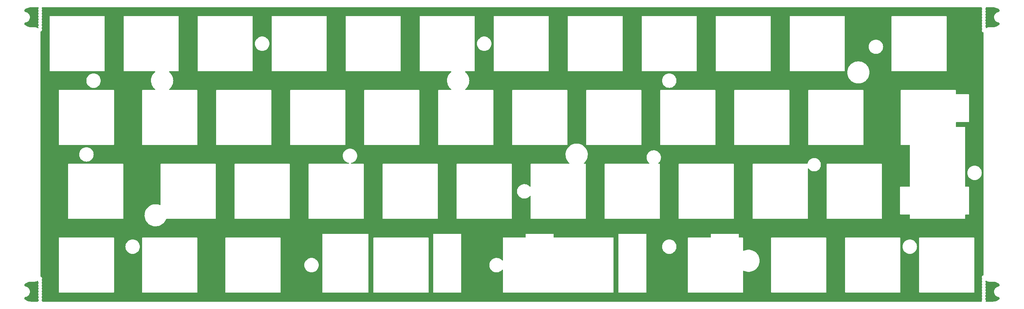
<source format=gbr>
G04 #@! TF.GenerationSoftware,KiCad,Pcbnew,(7.0.0)*
G04 #@! TF.CreationDate,2023-10-27T13:43:09+02:00*
G04 #@! TF.ProjectId,VAN plate,56414e20-706c-4617-9465-2e6b69636164,rev?*
G04 #@! TF.SameCoordinates,Original*
G04 #@! TF.FileFunction,Copper,L1,Top*
G04 #@! TF.FilePolarity,Positive*
%FSLAX46Y46*%
G04 Gerber Fmt 4.6, Leading zero omitted, Abs format (unit mm)*
G04 Created by KiCad (PCBNEW (7.0.0)) date 2023-10-27 13:43:09*
%MOMM*%
%LPD*%
G01*
G04 APERTURE LIST*
G04 APERTURE END LIST*
G04 #@! TA.AperFunction,NonConductor*
G36*
X272203408Y-31856937D02*
G01*
X272476281Y-31871986D01*
X272489839Y-31873487D01*
X272756025Y-31917887D01*
X272769338Y-31920869D01*
X273029040Y-31994275D01*
X273041936Y-31998701D01*
X273291978Y-32100216D01*
X273304324Y-32106040D01*
X273541646Y-32234413D01*
X273541678Y-32234430D01*
X273553299Y-32241569D01*
X273770639Y-32392191D01*
X273789306Y-32408079D01*
X273847246Y-32468233D01*
X273867864Y-32496878D01*
X273903992Y-32566095D01*
X273915702Y-32599383D01*
X273925374Y-32648227D01*
X273930867Y-32675969D01*
X273932725Y-32711210D01*
X273925700Y-32788969D01*
X273917554Y-32823311D01*
X273888908Y-32895936D01*
X273871419Y-32926589D01*
X273823472Y-32988205D01*
X273798054Y-33012690D01*
X273734693Y-33058301D01*
X273703408Y-33074634D01*
X273622272Y-33103184D01*
X273605209Y-33107850D01*
X273510442Y-33126623D01*
X273505520Y-33127598D01*
X273500828Y-33129347D01*
X273500818Y-33129351D01*
X273304996Y-33202397D01*
X273304983Y-33202402D01*
X273300297Y-33204151D01*
X273295945Y-33206635D01*
X273295939Y-33206639D01*
X273114451Y-33310279D01*
X273114445Y-33310282D01*
X273110090Y-33312770D01*
X273106193Y-33315925D01*
X273106187Y-33315930D01*
X272943773Y-33447457D01*
X272943764Y-33447465D01*
X272939870Y-33450619D01*
X272936531Y-33454363D01*
X272936527Y-33454367D01*
X272797427Y-33610347D01*
X272797418Y-33610357D01*
X272794087Y-33614094D01*
X272791401Y-33618317D01*
X272791394Y-33618327D01*
X272679240Y-33794690D01*
X272679235Y-33794698D01*
X272676549Y-33798923D01*
X272674576Y-33803528D01*
X272674574Y-33803534D01*
X272592304Y-33995662D01*
X272592301Y-33995669D01*
X272590329Y-34000276D01*
X272589123Y-34005145D01*
X272589122Y-34005149D01*
X272538887Y-34208010D01*
X272538885Y-34208018D01*
X272537679Y-34212891D01*
X272537273Y-34217891D01*
X272537272Y-34217901D01*
X272523218Y-34391232D01*
X272519976Y-34431211D01*
X272520382Y-34436217D01*
X272537275Y-34644522D01*
X272537276Y-34644532D01*
X272537682Y-34649530D01*
X272538888Y-34654401D01*
X272538889Y-34654405D01*
X272589129Y-34857278D01*
X272589132Y-34857288D01*
X272590335Y-34862144D01*
X272592305Y-34866745D01*
X272592308Y-34866753D01*
X272674583Y-35058882D01*
X272674586Y-35058887D01*
X272676559Y-35063495D01*
X272679245Y-35067719D01*
X272679249Y-35067726D01*
X272756773Y-35189628D01*
X272794100Y-35248323D01*
X272797441Y-35252069D01*
X272936542Y-35408046D01*
X272936546Y-35408049D01*
X272939886Y-35411795D01*
X272943787Y-35414954D01*
X272943788Y-35414955D01*
X272950896Y-35420711D01*
X273110107Y-35549641D01*
X273300316Y-35658258D01*
X273505540Y-35734808D01*
X273510453Y-35735781D01*
X273586540Y-35750851D01*
X273585868Y-35754242D01*
X273585881Y-35754245D01*
X273586550Y-35750864D01*
X273590641Y-35751672D01*
X273604259Y-35754364D01*
X273621317Y-35759021D01*
X273703456Y-35787892D01*
X273734748Y-35804217D01*
X273797962Y-35849697D01*
X273798124Y-35849813D01*
X273823555Y-35874301D01*
X273871510Y-35935906D01*
X273889009Y-35966567D01*
X273917661Y-36039192D01*
X273925810Y-36073540D01*
X273932836Y-36151296D01*
X273930975Y-36186552D01*
X273915804Y-36263131D01*
X273904084Y-36296432D01*
X273867945Y-36365638D01*
X273847315Y-36394286D01*
X273789422Y-36454359D01*
X273770769Y-36470229D01*
X273553321Y-36620931D01*
X273541685Y-36628081D01*
X273304335Y-36756470D01*
X273291982Y-36762297D01*
X273041943Y-36863808D01*
X273029025Y-36868240D01*
X272769360Y-36941632D01*
X272756033Y-36944618D01*
X272489845Y-36989012D01*
X272476270Y-36990513D01*
X272203253Y-37005561D01*
X272196429Y-37005749D01*
X272173080Y-37005749D01*
X272173080Y-37002587D01*
X272173073Y-37002588D01*
X272173073Y-37005750D01*
X271401927Y-37005750D01*
X271401924Y-37005749D01*
X271401922Y-37005748D01*
X271401898Y-37005748D01*
X271375176Y-37005749D01*
X271374993Y-37005725D01*
X271374993Y-37005700D01*
X271374797Y-37005700D01*
X271264956Y-37005706D01*
X271264945Y-37005706D01*
X271260523Y-37005707D01*
X271256137Y-37006337D01*
X271256135Y-37006338D01*
X271038298Y-37037670D01*
X271038288Y-37037672D01*
X271033916Y-37038301D01*
X271029673Y-37039546D01*
X271029664Y-37039549D01*
X270818509Y-37101562D01*
X270814253Y-37102812D01*
X270810228Y-37104649D01*
X270810218Y-37104654D01*
X270610030Y-37196086D01*
X270610022Y-37196090D01*
X270606005Y-37197925D01*
X270602293Y-37200310D01*
X270602285Y-37200315D01*
X270566542Y-37223288D01*
X270503928Y-37242895D01*
X270440074Y-37227807D01*
X270392859Y-37182248D01*
X270375500Y-37118974D01*
X270375500Y-36986410D01*
X270375500Y-36977539D01*
X270334953Y-36839447D01*
X270284564Y-36761040D01*
X270267120Y-36717467D01*
X270267120Y-36670533D01*
X270284564Y-36626960D01*
X270330156Y-36556017D01*
X270334953Y-36548553D01*
X270375500Y-36410461D01*
X270375500Y-36266539D01*
X270334953Y-36128447D01*
X270330156Y-36120983D01*
X270330154Y-36120978D01*
X270275245Y-36035538D01*
X270257801Y-35991966D01*
X270257801Y-35945031D01*
X270275243Y-35901463D01*
X270334953Y-35808553D01*
X270375500Y-35670461D01*
X270375500Y-35526539D01*
X270334953Y-35388447D01*
X270275244Y-35295538D01*
X270257801Y-35251967D01*
X270257801Y-35205033D01*
X270275245Y-35161460D01*
X270275564Y-35160965D01*
X270334953Y-35068553D01*
X270375500Y-34930461D01*
X270375500Y-34786539D01*
X270334953Y-34648447D01*
X270275244Y-34555538D01*
X270257801Y-34511967D01*
X270257801Y-34465033D01*
X270275245Y-34421460D01*
X270284403Y-34407211D01*
X270334953Y-34328553D01*
X270375500Y-34190461D01*
X270375500Y-34046539D01*
X270334953Y-33908447D01*
X270330156Y-33900983D01*
X270330154Y-33900978D01*
X270275245Y-33815538D01*
X270257801Y-33771966D01*
X270257801Y-33725031D01*
X270275243Y-33681463D01*
X270334953Y-33588553D01*
X270375500Y-33450461D01*
X270375500Y-33306539D01*
X270334953Y-33168447D01*
X270322949Y-33149769D01*
X270295506Y-33107066D01*
X270275244Y-33075538D01*
X270257801Y-33031967D01*
X270257801Y-32985033D01*
X270275245Y-32941460D01*
X270284403Y-32927211D01*
X270334953Y-32848553D01*
X270375500Y-32710461D01*
X270375500Y-32566539D01*
X270334953Y-32428447D01*
X270321863Y-32408079D01*
X270284564Y-32350040D01*
X270267120Y-32306467D01*
X270267120Y-32259533D01*
X270284564Y-32215960D01*
X270308511Y-32178697D01*
X270334953Y-32137553D01*
X270375500Y-31999461D01*
X270375500Y-31980750D01*
X270392113Y-31918750D01*
X270437500Y-31873363D01*
X270499500Y-31856750D01*
X272173071Y-31856750D01*
X272196581Y-31856750D01*
X272203408Y-31856937D01*
G37*
G04 #@! TD.AperFunction*
G04 #@! TA.AperFunction,NonConductor*
G36*
X26517945Y-31871918D02*
G01*
X26562834Y-31913711D01*
X26587255Y-31951711D01*
X26606939Y-32018750D01*
X26587255Y-32085789D01*
X26549192Y-32145016D01*
X26527547Y-32178697D01*
X26525047Y-32187210D01*
X26525047Y-32187211D01*
X26489499Y-32308276D01*
X26489498Y-32308280D01*
X26487000Y-32316789D01*
X26487000Y-32460711D01*
X26489498Y-32469220D01*
X26489499Y-32469223D01*
X26497619Y-32496878D01*
X26527547Y-32598803D01*
X26532343Y-32606265D01*
X26587255Y-32691711D01*
X26606939Y-32758750D01*
X26587255Y-32825789D01*
X26532344Y-32911232D01*
X26527547Y-32918697D01*
X26525047Y-32927210D01*
X26525047Y-32927211D01*
X26489499Y-33048276D01*
X26489498Y-33048280D01*
X26487000Y-33056789D01*
X26487000Y-33200711D01*
X26527547Y-33338803D01*
X26532341Y-33346262D01*
X26532343Y-33346267D01*
X26587254Y-33431709D01*
X26606939Y-33498748D01*
X26587255Y-33565788D01*
X26532343Y-33651233D01*
X26532341Y-33651237D01*
X26527547Y-33658697D01*
X26525047Y-33667210D01*
X26525047Y-33667211D01*
X26489499Y-33788276D01*
X26489498Y-33788280D01*
X26487000Y-33796789D01*
X26487000Y-33940711D01*
X26527547Y-34078803D01*
X26532343Y-34086265D01*
X26587255Y-34171711D01*
X26606939Y-34238750D01*
X26587255Y-34305789D01*
X26578098Y-34320038D01*
X26527547Y-34398697D01*
X26525047Y-34407210D01*
X26525047Y-34407211D01*
X26489499Y-34528276D01*
X26489498Y-34528280D01*
X26487000Y-34536789D01*
X26487000Y-34680711D01*
X26527547Y-34818803D01*
X26555401Y-34862144D01*
X26587255Y-34911711D01*
X26606939Y-34978750D01*
X26587255Y-35045789D01*
X26578844Y-35058877D01*
X26527547Y-35138697D01*
X26525047Y-35147210D01*
X26525047Y-35147211D01*
X26489499Y-35268276D01*
X26489498Y-35268280D01*
X26487000Y-35276789D01*
X26487000Y-35420711D01*
X26527547Y-35558803D01*
X26532342Y-35566265D01*
X26532343Y-35566266D01*
X26577936Y-35637211D01*
X26597620Y-35704250D01*
X26577936Y-35771289D01*
X26532343Y-35842233D01*
X26532341Y-35842237D01*
X26527547Y-35849697D01*
X26525047Y-35858210D01*
X26525047Y-35858211D01*
X26489499Y-35979276D01*
X26489498Y-35979280D01*
X26487000Y-35987789D01*
X26487000Y-36131711D01*
X26489498Y-36140220D01*
X26489499Y-36140223D01*
X26511246Y-36214287D01*
X26527547Y-36269803D01*
X26578252Y-36348701D01*
X26602679Y-36386711D01*
X26622363Y-36453750D01*
X26602679Y-36520789D01*
X26534447Y-36626961D01*
X26527547Y-36637697D01*
X26525047Y-36646210D01*
X26525047Y-36646211D01*
X26489499Y-36767276D01*
X26489498Y-36767280D01*
X26487000Y-36775789D01*
X26487000Y-36919711D01*
X26489498Y-36928220D01*
X26489499Y-36928223D01*
X26501480Y-36969026D01*
X26527547Y-37057803D01*
X26532341Y-37065262D01*
X26532343Y-37065267D01*
X26563521Y-37113780D01*
X26583155Y-37177279D01*
X26567178Y-37241795D01*
X26520180Y-37288793D01*
X26455664Y-37304769D01*
X26392166Y-37285135D01*
X26260214Y-37200333D01*
X26260207Y-37200329D01*
X26256488Y-37197939D01*
X26252472Y-37196105D01*
X26252465Y-37196101D01*
X26052269Y-37104673D01*
X26052268Y-37104672D01*
X26048240Y-37102833D01*
X26043993Y-37101586D01*
X26043988Y-37101584D01*
X25832820Y-37039578D01*
X25832817Y-37039577D01*
X25828576Y-37038332D01*
X25824202Y-37037703D01*
X25824197Y-37037702D01*
X25606349Y-37006379D01*
X25606338Y-37006378D01*
X25601969Y-37005750D01*
X25597543Y-37005750D01*
X24665919Y-37005750D01*
X24659091Y-37005562D01*
X24386223Y-36990514D01*
X24372650Y-36989012D01*
X24106477Y-36944615D01*
X24093151Y-36941630D01*
X23833469Y-36868231D01*
X23820553Y-36863799D01*
X23570519Y-36762293D01*
X23558167Y-36756467D01*
X23320810Y-36628080D01*
X23309175Y-36620932D01*
X23091910Y-36470366D01*
X23073254Y-36454494D01*
X23072537Y-36453750D01*
X23015210Y-36394264D01*
X22994583Y-36365619D01*
X22985748Y-36348701D01*
X22958448Y-36296421D01*
X22946728Y-36263120D01*
X22937054Y-36214287D01*
X22931558Y-36186544D01*
X22929698Y-36151299D01*
X22936723Y-36073546D01*
X22944872Y-36039202D01*
X22957429Y-36007372D01*
X22973520Y-35966585D01*
X22991018Y-35935926D01*
X23017847Y-35901461D01*
X23038972Y-35874322D01*
X23064395Y-35849842D01*
X23127770Y-35804246D01*
X23159056Y-35787924D01*
X23241419Y-35758974D01*
X23258471Y-35754318D01*
X23272699Y-35751506D01*
X23275950Y-35750864D01*
X23276537Y-35753835D01*
X23276553Y-35753831D01*
X23275962Y-35750848D01*
X23275961Y-35750848D01*
X23356958Y-35734799D01*
X23562160Y-35658240D01*
X23752346Y-35549618D01*
X23922547Y-35411773D01*
X24068313Y-35248306D01*
X24185837Y-35063489D01*
X24272048Y-34862151D01*
X24324692Y-34649552D01*
X24342394Y-34431250D01*
X24324692Y-34212948D01*
X24272048Y-34000349D01*
X24185837Y-33799011D01*
X24111088Y-33681461D01*
X24071005Y-33618427D01*
X24071003Y-33618424D01*
X24068313Y-33614194D01*
X24052104Y-33596017D01*
X23925886Y-33454472D01*
X23922547Y-33450727D01*
X23808529Y-33358384D01*
X23756246Y-33316040D01*
X23756241Y-33316036D01*
X23752346Y-33312882D01*
X23747990Y-33310394D01*
X23747987Y-33310392D01*
X23566519Y-33206749D01*
X23566513Y-33206746D01*
X23562160Y-33204260D01*
X23356958Y-33127701D01*
X23352061Y-33126730D01*
X23352052Y-33126728D01*
X23275973Y-33111653D01*
X23276881Y-33107069D01*
X23276868Y-33107066D01*
X23275963Y-33111644D01*
X23258248Y-33108138D01*
X23241185Y-33103475D01*
X23159076Y-33074599D01*
X23127791Y-33058272D01*
X23064425Y-33012670D01*
X23039004Y-32988186D01*
X22991055Y-32926578D01*
X22973563Y-32895925D01*
X22944914Y-32823299D01*
X22936768Y-32788962D01*
X22929743Y-32711206D01*
X22931601Y-32675968D01*
X22946770Y-32599375D01*
X22958481Y-32566092D01*
X22994618Y-32496878D01*
X23015234Y-32468241D01*
X23073257Y-32408016D01*
X23091908Y-32392145D01*
X23309188Y-32241557D01*
X23320808Y-32234418D01*
X23558175Y-32106016D01*
X23570496Y-32100203D01*
X23820564Y-31998674D01*
X23833456Y-31994250D01*
X24093171Y-31920837D01*
X24106461Y-31917861D01*
X24372661Y-31873456D01*
X24386214Y-31871957D01*
X24640243Y-31857946D01*
X24658530Y-31856938D01*
X24665358Y-31856750D01*
X26458518Y-31856750D01*
X26517945Y-31871918D01*
G37*
G04 #@! TD.AperFunction*
G04 #@! TA.AperFunction,NonConductor*
G36*
X26422427Y-102484685D02*
G01*
X26469642Y-102530244D01*
X26487000Y-102593517D01*
X26487000Y-102680711D01*
X26489498Y-102689220D01*
X26489499Y-102689223D01*
X26499560Y-102723488D01*
X26527547Y-102818803D01*
X26570435Y-102885538D01*
X26587255Y-102911711D01*
X26606939Y-102978750D01*
X26587255Y-103045789D01*
X26544079Y-103112973D01*
X26527547Y-103138697D01*
X26525047Y-103147210D01*
X26525047Y-103147211D01*
X26489499Y-103268276D01*
X26489498Y-103268280D01*
X26487000Y-103276789D01*
X26487000Y-103420711D01*
X26489498Y-103429220D01*
X26489499Y-103429223D01*
X26495420Y-103449388D01*
X26527547Y-103558803D01*
X26570435Y-103625538D01*
X26587255Y-103651711D01*
X26606939Y-103718750D01*
X26587255Y-103785789D01*
X26537834Y-103862690D01*
X26527547Y-103878697D01*
X26525047Y-103887210D01*
X26525047Y-103887211D01*
X26489499Y-104008276D01*
X26489498Y-104008280D01*
X26487000Y-104016789D01*
X26487000Y-104160711D01*
X26489498Y-104169220D01*
X26489499Y-104169223D01*
X26500998Y-104208384D01*
X26527547Y-104298803D01*
X26570435Y-104365538D01*
X26587255Y-104391711D01*
X26606939Y-104458750D01*
X26587255Y-104525789D01*
X26570709Y-104551535D01*
X26527547Y-104618697D01*
X26525047Y-104627210D01*
X26525047Y-104627211D01*
X26489499Y-104748276D01*
X26489498Y-104748280D01*
X26487000Y-104756789D01*
X26487000Y-104900711D01*
X26489498Y-104909220D01*
X26489499Y-104909223D01*
X26501337Y-104949539D01*
X26527547Y-105038803D01*
X26570435Y-105105538D01*
X26587255Y-105131711D01*
X26606939Y-105198750D01*
X26587255Y-105265789D01*
X26580562Y-105276204D01*
X26527547Y-105358697D01*
X26525047Y-105367210D01*
X26525047Y-105367211D01*
X26489499Y-105488276D01*
X26489498Y-105488280D01*
X26487000Y-105496789D01*
X26487000Y-105640711D01*
X26489498Y-105649220D01*
X26489499Y-105649223D01*
X26497079Y-105675037D01*
X26527547Y-105778803D01*
X26532342Y-105786265D01*
X26532343Y-105786266D01*
X26577936Y-105857211D01*
X26597620Y-105924250D01*
X26577936Y-105991289D01*
X26532343Y-106062233D01*
X26532341Y-106062237D01*
X26527547Y-106069697D01*
X26525047Y-106078210D01*
X26525047Y-106078211D01*
X26489499Y-106199276D01*
X26489498Y-106199280D01*
X26487000Y-106207789D01*
X26487000Y-106351711D01*
X26489498Y-106360220D01*
X26489499Y-106360223D01*
X26501073Y-106399641D01*
X26527547Y-106489803D01*
X26574281Y-106562522D01*
X26602679Y-106606711D01*
X26622363Y-106673750D01*
X26602679Y-106740789D01*
X26553980Y-106816567D01*
X26527547Y-106857697D01*
X26525047Y-106866210D01*
X26525047Y-106866211D01*
X26489499Y-106987276D01*
X26489498Y-106987280D01*
X26487000Y-106995789D01*
X26487000Y-107139711D01*
X26527547Y-107277803D01*
X26556398Y-107322696D01*
X26602679Y-107394711D01*
X26622363Y-107461750D01*
X26602679Y-107528789D01*
X26552757Y-107606470D01*
X26527547Y-107645697D01*
X26525048Y-107654204D01*
X26525047Y-107654209D01*
X26492022Y-107766685D01*
X26466758Y-107812953D01*
X26424556Y-107844544D01*
X26373045Y-107855750D01*
X24665919Y-107855750D01*
X24659091Y-107855562D01*
X24386223Y-107840514D01*
X24372650Y-107839012D01*
X24106477Y-107794615D01*
X24093151Y-107791630D01*
X23833469Y-107718231D01*
X23820553Y-107713799D01*
X23570519Y-107612293D01*
X23558167Y-107606467D01*
X23320810Y-107478080D01*
X23309175Y-107470932D01*
X23091910Y-107320366D01*
X23073254Y-107304494D01*
X23054723Y-107285265D01*
X23015210Y-107244264D01*
X22994583Y-107215619D01*
X22985748Y-107198701D01*
X22958448Y-107146421D01*
X22946728Y-107113120D01*
X22931558Y-107036544D01*
X22929698Y-107001299D01*
X22936723Y-106923546D01*
X22944872Y-106889202D01*
X22957301Y-106857697D01*
X22973520Y-106816585D01*
X22991018Y-106785926D01*
X22991034Y-106785906D01*
X23038972Y-106724322D01*
X23064395Y-106699842D01*
X23127770Y-106654246D01*
X23159056Y-106637924D01*
X23241419Y-106608974D01*
X23258471Y-106604318D01*
X23272699Y-106601506D01*
X23275950Y-106600864D01*
X23276537Y-106603835D01*
X23276553Y-106603831D01*
X23275962Y-106600848D01*
X23275961Y-106600848D01*
X23356958Y-106584799D01*
X23562160Y-106508240D01*
X23752346Y-106399618D01*
X23922547Y-106261773D01*
X24068313Y-106098306D01*
X24185837Y-105913489D01*
X24272048Y-105712151D01*
X24324692Y-105499552D01*
X24342394Y-105281250D01*
X24324692Y-105062948D01*
X24272048Y-104850349D01*
X24185837Y-104649011D01*
X24068313Y-104464194D01*
X24047219Y-104440539D01*
X23995429Y-104382460D01*
X23922547Y-104300727D01*
X23808529Y-104208384D01*
X23756246Y-104166040D01*
X23756241Y-104166036D01*
X23752346Y-104162882D01*
X23747990Y-104160394D01*
X23747987Y-104160392D01*
X23566519Y-104056749D01*
X23566513Y-104056746D01*
X23562160Y-104054260D01*
X23389969Y-103990017D01*
X23361641Y-103979448D01*
X23361638Y-103979447D01*
X23356958Y-103977701D01*
X23352061Y-103976730D01*
X23352052Y-103976728D01*
X23275973Y-103961653D01*
X23276881Y-103957069D01*
X23276868Y-103957066D01*
X23275963Y-103961644D01*
X23258248Y-103958138D01*
X23241185Y-103953475D01*
X23159076Y-103924599D01*
X23127791Y-103908272D01*
X23064425Y-103862670D01*
X23039004Y-103838186D01*
X22991055Y-103776578D01*
X22973563Y-103745925D01*
X22944914Y-103673299D01*
X22936768Y-103638962D01*
X22929743Y-103561206D01*
X22931601Y-103525968D01*
X22946770Y-103449375D01*
X22958481Y-103416092D01*
X22994618Y-103346878D01*
X23015234Y-103318241D01*
X23073257Y-103258016D01*
X23091908Y-103242145D01*
X23309188Y-103091557D01*
X23320808Y-103084418D01*
X23558175Y-102956016D01*
X23570496Y-102950203D01*
X23820564Y-102848674D01*
X23833456Y-102844250D01*
X24093171Y-102770837D01*
X24106461Y-102767861D01*
X24372661Y-102723456D01*
X24386214Y-102721957D01*
X24640243Y-102707946D01*
X24658530Y-102706938D01*
X24665358Y-102706750D01*
X25597544Y-102706750D01*
X25601970Y-102706750D01*
X25828580Y-102674168D01*
X26048246Y-102609668D01*
X26256497Y-102514563D01*
X26295959Y-102489202D01*
X26358574Y-102469596D01*
X26422427Y-102484685D01*
G37*
G04 #@! TD.AperFunction*
G04 #@! TA.AperFunction,NonConductor*
G36*
X269312500Y-31873363D02*
G01*
X269357887Y-31918750D01*
X269374500Y-31980750D01*
X269374500Y-31999461D01*
X269376998Y-32007970D01*
X269376999Y-32007973D01*
X269387054Y-32042217D01*
X269415047Y-32137553D01*
X269419842Y-32145015D01*
X269419843Y-32145016D01*
X269465436Y-32215961D01*
X269485120Y-32283000D01*
X269465436Y-32350039D01*
X269419843Y-32420983D01*
X269419841Y-32420987D01*
X269415047Y-32428447D01*
X269412547Y-32436960D01*
X269412547Y-32436961D01*
X269376999Y-32558026D01*
X269376998Y-32558030D01*
X269374500Y-32566539D01*
X269374500Y-32710461D01*
X269415047Y-32848553D01*
X269419841Y-32856012D01*
X269419843Y-32856017D01*
X269474754Y-32941459D01*
X269494439Y-33008498D01*
X269474755Y-33075538D01*
X269419843Y-33160983D01*
X269419841Y-33160987D01*
X269415047Y-33168447D01*
X269412547Y-33176960D01*
X269412547Y-33176961D01*
X269376999Y-33298026D01*
X269376998Y-33298030D01*
X269374500Y-33306539D01*
X269374500Y-33450461D01*
X269415047Y-33588553D01*
X269434182Y-33618327D01*
X269474755Y-33681461D01*
X269494439Y-33748500D01*
X269474754Y-33815539D01*
X269415047Y-33908447D01*
X269412547Y-33916960D01*
X269412547Y-33916961D01*
X269376999Y-34038026D01*
X269376998Y-34038030D01*
X269374500Y-34046539D01*
X269374500Y-34190461D01*
X269376998Y-34198970D01*
X269376999Y-34198973D01*
X269395569Y-34262217D01*
X269415047Y-34328553D01*
X269419843Y-34336015D01*
X269474755Y-34421461D01*
X269494439Y-34488500D01*
X269474755Y-34555539D01*
X269428252Y-34627899D01*
X269415047Y-34648447D01*
X269412547Y-34656960D01*
X269412547Y-34656961D01*
X269376999Y-34778026D01*
X269376998Y-34778030D01*
X269374500Y-34786539D01*
X269374500Y-34930461D01*
X269415047Y-35068553D01*
X269419841Y-35076012D01*
X269419843Y-35076017D01*
X269460126Y-35138697D01*
X269474436Y-35160965D01*
X269474754Y-35161459D01*
X269494439Y-35228498D01*
X269474755Y-35295538D01*
X269419843Y-35380983D01*
X269419841Y-35380987D01*
X269415047Y-35388447D01*
X269412547Y-35396960D01*
X269412547Y-35396961D01*
X269376999Y-35518026D01*
X269376998Y-35518030D01*
X269374500Y-35526539D01*
X269374500Y-35670461D01*
X269376998Y-35678970D01*
X269376999Y-35678973D01*
X269392880Y-35733057D01*
X269415047Y-35808553D01*
X269419843Y-35816015D01*
X269474755Y-35901461D01*
X269494439Y-35968500D01*
X269474755Y-36035539D01*
X269450328Y-36073549D01*
X269415047Y-36128447D01*
X269412547Y-36136960D01*
X269412547Y-36136961D01*
X269376999Y-36258026D01*
X269376998Y-36258030D01*
X269374500Y-36266539D01*
X269374500Y-36410461D01*
X269376998Y-36418970D01*
X269376999Y-36418973D01*
X269392049Y-36470229D01*
X269415047Y-36548553D01*
X269419842Y-36556015D01*
X269419843Y-36556016D01*
X269465436Y-36626961D01*
X269485120Y-36694000D01*
X269465436Y-36761039D01*
X269419843Y-36831983D01*
X269419841Y-36831987D01*
X269415047Y-36839447D01*
X269412547Y-36847960D01*
X269412547Y-36847961D01*
X269376999Y-36969026D01*
X269376998Y-36969030D01*
X269374500Y-36977539D01*
X269374500Y-37121461D01*
X269376998Y-37129970D01*
X269376999Y-37129973D01*
X269392267Y-37181971D01*
X269415047Y-37259553D01*
X269479132Y-37359271D01*
X269490179Y-37376461D01*
X269509863Y-37443500D01*
X269490178Y-37510539D01*
X269415047Y-37627447D01*
X269412547Y-37635960D01*
X269412547Y-37635961D01*
X269376999Y-37757026D01*
X269376998Y-37757030D01*
X269374500Y-37765539D01*
X269374500Y-37909461D01*
X269415047Y-38047553D01*
X269492857Y-38168628D01*
X269499555Y-38174432D01*
X269499557Y-38174434D01*
X269594923Y-38257068D01*
X269601627Y-38262877D01*
X269710300Y-38312507D01*
X269752500Y-38344098D01*
X269777764Y-38390366D01*
X269781524Y-38442946D01*
X269774503Y-38491777D01*
X269774502Y-38496199D01*
X269774502Y-38496212D01*
X269774500Y-38590015D01*
X269774500Y-38606247D01*
X269774499Y-38633175D01*
X269771337Y-38633174D01*
X269771338Y-38633177D01*
X269774500Y-38633177D01*
X269774500Y-100968484D01*
X269754816Y-101035523D01*
X269702012Y-101081278D01*
X269609694Y-101123438D01*
X269609689Y-101123441D01*
X269601627Y-101127123D01*
X269594927Y-101132928D01*
X269594923Y-101132931D01*
X269499557Y-101215565D01*
X269499551Y-101215570D01*
X269492857Y-101221372D01*
X269488066Y-101228825D01*
X269488064Y-101228829D01*
X269426144Y-101325180D01*
X269415047Y-101342447D01*
X269412547Y-101350960D01*
X269412547Y-101350961D01*
X269376999Y-101472026D01*
X269376998Y-101472030D01*
X269374500Y-101480539D01*
X269374500Y-101624461D01*
X269415047Y-101762553D01*
X269419843Y-101770015D01*
X269474755Y-101855461D01*
X269494439Y-101922500D01*
X269474755Y-101989539D01*
X269422861Y-102070288D01*
X269415047Y-102082447D01*
X269412547Y-102090960D01*
X269412547Y-102090961D01*
X269376999Y-102212026D01*
X269376998Y-102212030D01*
X269374500Y-102220539D01*
X269374500Y-102364461D01*
X269376998Y-102372970D01*
X269376999Y-102372973D01*
X269384552Y-102398697D01*
X269415047Y-102502553D01*
X269419841Y-102510012D01*
X269419843Y-102510017D01*
X269474754Y-102595459D01*
X269494439Y-102662498D01*
X269474755Y-102729538D01*
X269419843Y-102814983D01*
X269419841Y-102814987D01*
X269415047Y-102822447D01*
X269412547Y-102830960D01*
X269412547Y-102830961D01*
X269376999Y-102952026D01*
X269376998Y-102952030D01*
X269374500Y-102960539D01*
X269374500Y-103104461D01*
X269376998Y-103112970D01*
X269376999Y-103112973D01*
X269384552Y-103138697D01*
X269415047Y-103242553D01*
X269425025Y-103258079D01*
X269474755Y-103335461D01*
X269494439Y-103402500D01*
X269474755Y-103469539D01*
X269438495Y-103525961D01*
X269415047Y-103562447D01*
X269412547Y-103570960D01*
X269412547Y-103570961D01*
X269376999Y-103692026D01*
X269376998Y-103692030D01*
X269374500Y-103700539D01*
X269374500Y-103844461D01*
X269376998Y-103852970D01*
X269376999Y-103852973D01*
X269382361Y-103871234D01*
X269415047Y-103982553D01*
X269431578Y-104008276D01*
X269474755Y-104075461D01*
X269494439Y-104142500D01*
X269474755Y-104209539D01*
X269422861Y-104290288D01*
X269415047Y-104302447D01*
X269412547Y-104310960D01*
X269412547Y-104310961D01*
X269376999Y-104432026D01*
X269376998Y-104432030D01*
X269374500Y-104440539D01*
X269374500Y-104584461D01*
X269376998Y-104592970D01*
X269376999Y-104592973D01*
X269393453Y-104649011D01*
X269415047Y-104722553D01*
X269419843Y-104730015D01*
X269474755Y-104815461D01*
X269494439Y-104882500D01*
X269474755Y-104949539D01*
X269422861Y-105030288D01*
X269415047Y-105042447D01*
X269412547Y-105050960D01*
X269412547Y-105050961D01*
X269376999Y-105172026D01*
X269376998Y-105172030D01*
X269374500Y-105180539D01*
X269374500Y-105324461D01*
X269376998Y-105332970D01*
X269376999Y-105332973D01*
X269382361Y-105351234D01*
X269415047Y-105462553D01*
X269453858Y-105522944D01*
X269465436Y-105540960D01*
X269485120Y-105607998D01*
X269465436Y-105675037D01*
X269419844Y-105745980D01*
X269419839Y-105745989D01*
X269415047Y-105753447D01*
X269412547Y-105761960D01*
X269412547Y-105761961D01*
X269376999Y-105883026D01*
X269376998Y-105883030D01*
X269374500Y-105891539D01*
X269374500Y-106035461D01*
X269376998Y-106043970D01*
X269376999Y-106043973D01*
X269391715Y-106094090D01*
X269415047Y-106173553D01*
X269419841Y-106181012D01*
X269419843Y-106181017D01*
X269490178Y-106290459D01*
X269509863Y-106357499D01*
X269490179Y-106424538D01*
X269419843Y-106533983D01*
X269419841Y-106533987D01*
X269415047Y-106541447D01*
X269412547Y-106549960D01*
X269412547Y-106549961D01*
X269376999Y-106671026D01*
X269376998Y-106671030D01*
X269374500Y-106679539D01*
X269374500Y-106823461D01*
X269376998Y-106831970D01*
X269376999Y-106831973D01*
X269382361Y-106850234D01*
X269415047Y-106961553D01*
X269419841Y-106969012D01*
X269419843Y-106969017D01*
X269490178Y-107078459D01*
X269509863Y-107145499D01*
X269490179Y-107212538D01*
X269419843Y-107321983D01*
X269419841Y-107321987D01*
X269415047Y-107329447D01*
X269412547Y-107337960D01*
X269412547Y-107337961D01*
X269376999Y-107459026D01*
X269376998Y-107459030D01*
X269374500Y-107467539D01*
X269374500Y-107611461D01*
X269376998Y-107619970D01*
X269376999Y-107619973D01*
X269399562Y-107696816D01*
X269402615Y-107753767D01*
X269379852Y-107806061D01*
X269336089Y-107842634D01*
X269280585Y-107855750D01*
X27601955Y-107855750D01*
X27550444Y-107844544D01*
X27508242Y-107812953D01*
X27482978Y-107766685D01*
X27449952Y-107654209D01*
X27447453Y-107645697D01*
X27430921Y-107619973D01*
X27387540Y-107552471D01*
X27372320Y-107528787D01*
X27354877Y-107485217D01*
X27354877Y-107438283D01*
X27372321Y-107394711D01*
X27447453Y-107277803D01*
X27488000Y-107139711D01*
X27488000Y-106995789D01*
X27447453Y-106857697D01*
X27430921Y-106831973D01*
X27401316Y-106785906D01*
X27372320Y-106740787D01*
X27354877Y-106697217D01*
X27354877Y-106650283D01*
X27372321Y-106606711D01*
X27447453Y-106489803D01*
X27488000Y-106351711D01*
X27488000Y-106207789D01*
X27447453Y-106069697D01*
X27430921Y-106043973D01*
X27397064Y-105991290D01*
X27379620Y-105947717D01*
X27379620Y-105900783D01*
X27397064Y-105857210D01*
X27442656Y-105786267D01*
X27447453Y-105778803D01*
X27488000Y-105640711D01*
X27488000Y-105496789D01*
X27478344Y-105463904D01*
X31793250Y-105463904D01*
X31798985Y-105471797D01*
X31800812Y-105475382D01*
X31800814Y-105475386D01*
X31805244Y-105484081D01*
X31808260Y-105493362D01*
X31816154Y-105499097D01*
X31818994Y-105501937D01*
X31818998Y-105501942D01*
X31825901Y-105508844D01*
X31831638Y-105516740D01*
X31840920Y-105519755D01*
X31844497Y-105521578D01*
X31844503Y-105521582D01*
X31853202Y-105526014D01*
X31861096Y-105531750D01*
X31877833Y-105531750D01*
X31926404Y-105531750D01*
X45861096Y-105531750D01*
X45909667Y-105531750D01*
X45916646Y-105531750D01*
X45926404Y-105531750D01*
X45934306Y-105526007D01*
X45940318Y-105522944D01*
X45940338Y-105522934D01*
X45946572Y-105519757D01*
X45955862Y-105516740D01*
X45961601Y-105508839D01*
X45968501Y-105501940D01*
X45968502Y-105501941D01*
X45968506Y-105501935D01*
X45971339Y-105499101D01*
X45979240Y-105493362D01*
X45982256Y-105484077D01*
X45986653Y-105475448D01*
X45986659Y-105475435D01*
X45988509Y-105471804D01*
X45994250Y-105463904D01*
X53224500Y-105463904D01*
X53230235Y-105471797D01*
X53232062Y-105475382D01*
X53232064Y-105475386D01*
X53236494Y-105484081D01*
X53239510Y-105493362D01*
X53247404Y-105499097D01*
X53250244Y-105501937D01*
X53250248Y-105501942D01*
X53257151Y-105508844D01*
X53262888Y-105516740D01*
X53272170Y-105519755D01*
X53275747Y-105521578D01*
X53275753Y-105521582D01*
X53284452Y-105526014D01*
X53292346Y-105531750D01*
X53309083Y-105531750D01*
X53357654Y-105531750D01*
X67292346Y-105531750D01*
X67340917Y-105531750D01*
X67347896Y-105531750D01*
X67357654Y-105531750D01*
X67365556Y-105526007D01*
X67371568Y-105522944D01*
X67371588Y-105522934D01*
X67377822Y-105519757D01*
X67387112Y-105516740D01*
X67392851Y-105508839D01*
X67399751Y-105501940D01*
X67399752Y-105501941D01*
X67399756Y-105501935D01*
X67402589Y-105499101D01*
X67410490Y-105493362D01*
X67413506Y-105484077D01*
X67417903Y-105475448D01*
X67417909Y-105475435D01*
X67419759Y-105471804D01*
X67425500Y-105463904D01*
X74655750Y-105463904D01*
X74661485Y-105471797D01*
X74663312Y-105475382D01*
X74663314Y-105475386D01*
X74667744Y-105484081D01*
X74670760Y-105493362D01*
X74678654Y-105499097D01*
X74681494Y-105501937D01*
X74681498Y-105501942D01*
X74688401Y-105508844D01*
X74694138Y-105516740D01*
X74703420Y-105519755D01*
X74706997Y-105521578D01*
X74707003Y-105521582D01*
X74715702Y-105526014D01*
X74723596Y-105531750D01*
X74740333Y-105531750D01*
X74788904Y-105531750D01*
X88723596Y-105531750D01*
X88772167Y-105531750D01*
X88779146Y-105531750D01*
X88788904Y-105531750D01*
X88796806Y-105526007D01*
X88802818Y-105522944D01*
X88802838Y-105522934D01*
X88809072Y-105519757D01*
X88818362Y-105516740D01*
X88824101Y-105508839D01*
X88831001Y-105501940D01*
X88831002Y-105501941D01*
X88831006Y-105501935D01*
X88833839Y-105499101D01*
X88841740Y-105493362D01*
X88844756Y-105484077D01*
X88849153Y-105475448D01*
X88849159Y-105475435D01*
X88851009Y-105471804D01*
X88856750Y-105463904D01*
X99593250Y-105463904D01*
X99598985Y-105471797D01*
X99600812Y-105475382D01*
X99600814Y-105475386D01*
X99605244Y-105484081D01*
X99608260Y-105493362D01*
X99616154Y-105499097D01*
X99618994Y-105501937D01*
X99618998Y-105501942D01*
X99625901Y-105508844D01*
X99631638Y-105516740D01*
X99640920Y-105519755D01*
X99644497Y-105521578D01*
X99644503Y-105521582D01*
X99653202Y-105526014D01*
X99661096Y-105531750D01*
X99677833Y-105531750D01*
X99726404Y-105531750D01*
X111385596Y-105531750D01*
X111434167Y-105531750D01*
X111441146Y-105531750D01*
X111450904Y-105531750D01*
X111458806Y-105526007D01*
X111464818Y-105522944D01*
X111464838Y-105522934D01*
X111471072Y-105519757D01*
X111480362Y-105516740D01*
X111486101Y-105508839D01*
X111493001Y-105501940D01*
X111493002Y-105501941D01*
X111493006Y-105501935D01*
X111495839Y-105499101D01*
X111503740Y-105493362D01*
X111506756Y-105484077D01*
X111511153Y-105475448D01*
X111511159Y-105475435D01*
X111513009Y-105471804D01*
X111518750Y-105463904D01*
X112755750Y-105463904D01*
X112761485Y-105471797D01*
X112763312Y-105475382D01*
X112763314Y-105475386D01*
X112767744Y-105484081D01*
X112770760Y-105493362D01*
X112778654Y-105499097D01*
X112781494Y-105501937D01*
X112781498Y-105501942D01*
X112788401Y-105508844D01*
X112794138Y-105516740D01*
X112803420Y-105519755D01*
X112806997Y-105521578D01*
X112807003Y-105521582D01*
X112815702Y-105526014D01*
X112823596Y-105531750D01*
X112840333Y-105531750D01*
X112888904Y-105531750D01*
X126823596Y-105531750D01*
X126872167Y-105531750D01*
X126879146Y-105531750D01*
X126888904Y-105531750D01*
X126896806Y-105526007D01*
X126902818Y-105522944D01*
X126902838Y-105522934D01*
X126909072Y-105519757D01*
X126918362Y-105516740D01*
X126924101Y-105508839D01*
X126931001Y-105501940D01*
X126931002Y-105501941D01*
X126931006Y-105501935D01*
X126933839Y-105499101D01*
X126941740Y-105493362D01*
X126944756Y-105484077D01*
X126949153Y-105475448D01*
X126949159Y-105475435D01*
X126951009Y-105471804D01*
X126956750Y-105463904D01*
X128193750Y-105463904D01*
X128199485Y-105471797D01*
X128201312Y-105475382D01*
X128201314Y-105475386D01*
X128205744Y-105484081D01*
X128208760Y-105493362D01*
X128216654Y-105499097D01*
X128219494Y-105501937D01*
X128219498Y-105501942D01*
X128226401Y-105508844D01*
X128232138Y-105516740D01*
X128241420Y-105519755D01*
X128244997Y-105521578D01*
X128245003Y-105521582D01*
X128253702Y-105526014D01*
X128261596Y-105531750D01*
X128278333Y-105531750D01*
X128326904Y-105531750D01*
X135261596Y-105531750D01*
X135310167Y-105531750D01*
X135317146Y-105531750D01*
X135326904Y-105531750D01*
X135334806Y-105526007D01*
X135340818Y-105522944D01*
X135340838Y-105522934D01*
X135347072Y-105519757D01*
X135356362Y-105516740D01*
X135362101Y-105508839D01*
X135369001Y-105501940D01*
X135369002Y-105501941D01*
X135369006Y-105501935D01*
X135371839Y-105499101D01*
X135379740Y-105493362D01*
X135382756Y-105484077D01*
X135387153Y-105475448D01*
X135387159Y-105475435D01*
X135389009Y-105471804D01*
X135394750Y-105463904D01*
X135394750Y-105398596D01*
X135394750Y-98322638D01*
X142608812Y-98322638D01*
X142608882Y-98327038D01*
X142608882Y-98327046D01*
X142612948Y-98581216D01*
X142613034Y-98586591D01*
X142613729Y-98590950D01*
X142613730Y-98590951D01*
X142646608Y-98796901D01*
X142654651Y-98847277D01*
X142655956Y-98851487D01*
X142655959Y-98851499D01*
X142731515Y-99095213D01*
X142732821Y-99099425D01*
X142734712Y-99103411D01*
X142823810Y-99291234D01*
X142845965Y-99337936D01*
X142848402Y-99341614D01*
X142848403Y-99341615D01*
X142986682Y-99550275D01*
X142991794Y-99557988D01*
X142994733Y-99561288D01*
X142994736Y-99561292D01*
X143137387Y-99721475D01*
X143167360Y-99755132D01*
X143369113Y-99925381D01*
X143592974Y-100065293D01*
X143834416Y-100172040D01*
X144088558Y-100243462D01*
X144350260Y-100278116D01*
X144614232Y-100275301D01*
X144875136Y-100235074D01*
X145127697Y-100158249D01*
X145366807Y-100046378D01*
X145587633Y-99901723D01*
X145785710Y-99727210D01*
X145877983Y-99619036D01*
X145926629Y-99584237D01*
X145985909Y-99576258D01*
X146042028Y-99596958D01*
X146081927Y-99641521D01*
X146096322Y-99699577D01*
X146093267Y-105398552D01*
X146093265Y-105398574D01*
X146093250Y-105398596D01*
X146093250Y-105398773D01*
X146093250Y-105430330D01*
X146093241Y-105447113D01*
X146092135Y-105447112D01*
X146092140Y-105447141D01*
X146093250Y-105447141D01*
X146093250Y-105463904D01*
X146098983Y-105471795D01*
X146102010Y-105477736D01*
X146102033Y-105477782D01*
X146105217Y-105484040D01*
X146108227Y-105493316D01*
X146116116Y-105499054D01*
X146119041Y-105501982D01*
X146119054Y-105501997D01*
X146121055Y-105503998D01*
X146122963Y-105505908D01*
X146122976Y-105505919D01*
X146125901Y-105508844D01*
X146131638Y-105516740D01*
X146140917Y-105519754D01*
X146147871Y-105523298D01*
X146147929Y-105523328D01*
X146153149Y-105525991D01*
X146161042Y-105531732D01*
X146177805Y-105531740D01*
X146177804Y-105532848D01*
X146177833Y-105532853D01*
X146177833Y-105531750D01*
X146194629Y-105531750D01*
X146226350Y-105531767D01*
X146226371Y-105531751D01*
X146226390Y-105531750D01*
X174504146Y-105531750D01*
X174513904Y-105531750D01*
X174521806Y-105526007D01*
X174527818Y-105522944D01*
X174527838Y-105522934D01*
X174534072Y-105519757D01*
X174543362Y-105516740D01*
X174549101Y-105508839D01*
X174556001Y-105501940D01*
X174556002Y-105501941D01*
X174556006Y-105501935D01*
X174558839Y-105499101D01*
X174566740Y-105493362D01*
X174569756Y-105484077D01*
X174574153Y-105475448D01*
X174574159Y-105475435D01*
X174576009Y-105471804D01*
X174581750Y-105463904D01*
X175818750Y-105463904D01*
X175824485Y-105471797D01*
X175826312Y-105475382D01*
X175826314Y-105475386D01*
X175830744Y-105484081D01*
X175833760Y-105493362D01*
X175841654Y-105499097D01*
X175844494Y-105501937D01*
X175844498Y-105501942D01*
X175851401Y-105508844D01*
X175857138Y-105516740D01*
X175866420Y-105519755D01*
X175869997Y-105521578D01*
X175870003Y-105521582D01*
X175878702Y-105526014D01*
X175886596Y-105531750D01*
X175903333Y-105531750D01*
X175951904Y-105531750D01*
X182886596Y-105531750D01*
X182935167Y-105531750D01*
X182942146Y-105531750D01*
X182951904Y-105531750D01*
X182959806Y-105526007D01*
X182965818Y-105522944D01*
X182965838Y-105522934D01*
X182972072Y-105519757D01*
X182981362Y-105516740D01*
X182987101Y-105508839D01*
X182994001Y-105501940D01*
X182994002Y-105501941D01*
X182994006Y-105501935D01*
X182996839Y-105499101D01*
X183004740Y-105493362D01*
X183007756Y-105484077D01*
X183012153Y-105475448D01*
X183012159Y-105475435D01*
X183014009Y-105471804D01*
X183019750Y-105463904D01*
X193718250Y-105463904D01*
X193723985Y-105471797D01*
X193725812Y-105475382D01*
X193725814Y-105475386D01*
X193730244Y-105484081D01*
X193733260Y-105493362D01*
X193741154Y-105499097D01*
X193743994Y-105501937D01*
X193743998Y-105501942D01*
X193750901Y-105508844D01*
X193756638Y-105516740D01*
X193765920Y-105519755D01*
X193769497Y-105521578D01*
X193769503Y-105521582D01*
X193778202Y-105526014D01*
X193786096Y-105531750D01*
X193802833Y-105531750D01*
X193851404Y-105531750D01*
X207786096Y-105531750D01*
X207834667Y-105531750D01*
X207841646Y-105531750D01*
X207851404Y-105531750D01*
X207859306Y-105526007D01*
X207865318Y-105522944D01*
X207865338Y-105522934D01*
X207871572Y-105519757D01*
X207880862Y-105516740D01*
X207886601Y-105508839D01*
X207893501Y-105501940D01*
X207893502Y-105501941D01*
X207893506Y-105501935D01*
X207896339Y-105499101D01*
X207904240Y-105493362D01*
X207907256Y-105484077D01*
X207911653Y-105475448D01*
X207911659Y-105475435D01*
X207913509Y-105471804D01*
X207919250Y-105463904D01*
X215149500Y-105463904D01*
X215155235Y-105471797D01*
X215157062Y-105475382D01*
X215157064Y-105475386D01*
X215161494Y-105484081D01*
X215164510Y-105493362D01*
X215172404Y-105499097D01*
X215175244Y-105501937D01*
X215175248Y-105501942D01*
X215182151Y-105508844D01*
X215187888Y-105516740D01*
X215197170Y-105519755D01*
X215200747Y-105521578D01*
X215200753Y-105521582D01*
X215209452Y-105526014D01*
X215217346Y-105531750D01*
X215234083Y-105531750D01*
X215282654Y-105531750D01*
X229217346Y-105531750D01*
X229265917Y-105531750D01*
X229272896Y-105531750D01*
X229282654Y-105531750D01*
X229290556Y-105526007D01*
X229296568Y-105522944D01*
X229296588Y-105522934D01*
X229302822Y-105519757D01*
X229312112Y-105516740D01*
X229317851Y-105508839D01*
X229324751Y-105501940D01*
X229324752Y-105501941D01*
X229324756Y-105501935D01*
X229327589Y-105499101D01*
X229335490Y-105493362D01*
X229338506Y-105484077D01*
X229342903Y-105475448D01*
X229342909Y-105475435D01*
X229344759Y-105471804D01*
X229350500Y-105463904D01*
X234199500Y-105463904D01*
X234205235Y-105471797D01*
X234207062Y-105475382D01*
X234207064Y-105475386D01*
X234211494Y-105484081D01*
X234214510Y-105493362D01*
X234222404Y-105499097D01*
X234225244Y-105501937D01*
X234225248Y-105501942D01*
X234232151Y-105508844D01*
X234237888Y-105516740D01*
X234247170Y-105519755D01*
X234250747Y-105521578D01*
X234250753Y-105521582D01*
X234259452Y-105526014D01*
X234267346Y-105531750D01*
X234284083Y-105531750D01*
X234332654Y-105531750D01*
X248267346Y-105531750D01*
X248315917Y-105531750D01*
X248322896Y-105531750D01*
X248332654Y-105531750D01*
X248340556Y-105526007D01*
X248346568Y-105522944D01*
X248346588Y-105522934D01*
X248352822Y-105519757D01*
X248362112Y-105516740D01*
X248367851Y-105508839D01*
X248374751Y-105501940D01*
X248374752Y-105501941D01*
X248374756Y-105501935D01*
X248377589Y-105499101D01*
X248385490Y-105493362D01*
X248388506Y-105484077D01*
X248392903Y-105475448D01*
X248392909Y-105475435D01*
X248394759Y-105471804D01*
X248400500Y-105463904D01*
X253249500Y-105463904D01*
X253255235Y-105471797D01*
X253257062Y-105475382D01*
X253257064Y-105475386D01*
X253261494Y-105484081D01*
X253264510Y-105493362D01*
X253272404Y-105499097D01*
X253275244Y-105501937D01*
X253275248Y-105501942D01*
X253282151Y-105508844D01*
X253287888Y-105516740D01*
X253297170Y-105519755D01*
X253300747Y-105521578D01*
X253300753Y-105521582D01*
X253309452Y-105526014D01*
X253317346Y-105531750D01*
X253334083Y-105531750D01*
X253382654Y-105531750D01*
X267317346Y-105531750D01*
X267365917Y-105531750D01*
X267372896Y-105531750D01*
X267382654Y-105531750D01*
X267390556Y-105526007D01*
X267396568Y-105522944D01*
X267396588Y-105522934D01*
X267402822Y-105519757D01*
X267412112Y-105516740D01*
X267417851Y-105508839D01*
X267424751Y-105501940D01*
X267424752Y-105501941D01*
X267424756Y-105501935D01*
X267427589Y-105499101D01*
X267435490Y-105493362D01*
X267438506Y-105484077D01*
X267442903Y-105475448D01*
X267442909Y-105475435D01*
X267444759Y-105471804D01*
X267450500Y-105463904D01*
X267450500Y-105398596D01*
X267450500Y-91415333D01*
X267450500Y-91398596D01*
X267444763Y-91390701D01*
X267440332Y-91382004D01*
X267440332Y-91382003D01*
X267440328Y-91381997D01*
X267438505Y-91378420D01*
X267435490Y-91369138D01*
X267427593Y-91363400D01*
X267420692Y-91356499D01*
X267420692Y-91356498D01*
X267420688Y-91356495D01*
X267417847Y-91353654D01*
X267412112Y-91345760D01*
X267402831Y-91342744D01*
X267394136Y-91338314D01*
X267394135Y-91338314D01*
X267394132Y-91338312D01*
X267390547Y-91336485D01*
X267382654Y-91330750D01*
X267365917Y-91330750D01*
X253382654Y-91330750D01*
X253317346Y-91330750D01*
X253309454Y-91336483D01*
X253300761Y-91340913D01*
X253300751Y-91340919D01*
X253297167Y-91342744D01*
X253287888Y-91345760D01*
X253282157Y-91353646D01*
X253279305Y-91356499D01*
X253279303Y-91356503D01*
X253272400Y-91363404D01*
X253264510Y-91369138D01*
X253261495Y-91378416D01*
X253259669Y-91382001D01*
X253259667Y-91382004D01*
X253255234Y-91390703D01*
X253249500Y-91398596D01*
X253249500Y-91415333D01*
X253249500Y-105398596D01*
X253249500Y-105463904D01*
X248400500Y-105463904D01*
X248400500Y-105398596D01*
X248400500Y-93662500D01*
X248969773Y-93662500D01*
X248970089Y-93666918D01*
X248988340Y-93922103D01*
X248988341Y-93922112D01*
X248988657Y-93926526D01*
X248989597Y-93930851D01*
X248989599Y-93930859D01*
X249042105Y-94172224D01*
X249044923Y-94185178D01*
X249046472Y-94189331D01*
X249135878Y-94429040D01*
X249135880Y-94429046D01*
X249137426Y-94433189D01*
X249139548Y-94437075D01*
X249259950Y-94657575D01*
X249264284Y-94665511D01*
X249422913Y-94877415D01*
X249610085Y-95064587D01*
X249821989Y-95223216D01*
X250054311Y-95350074D01*
X250302322Y-95442577D01*
X250560974Y-95498843D01*
X250825000Y-95517727D01*
X251089026Y-95498843D01*
X251347678Y-95442577D01*
X251595689Y-95350074D01*
X251828011Y-95223216D01*
X252039915Y-95064587D01*
X252227087Y-94877415D01*
X252385716Y-94665511D01*
X252512574Y-94433189D01*
X252605077Y-94185178D01*
X252661343Y-93926526D01*
X252680227Y-93662500D01*
X252661343Y-93398474D01*
X252605077Y-93139822D01*
X252512574Y-92891811D01*
X252385716Y-92659489D01*
X252227087Y-92447585D01*
X252039915Y-92260413D01*
X251828011Y-92101784D01*
X251595689Y-91974926D01*
X251591546Y-91973380D01*
X251591540Y-91973378D01*
X251351831Y-91883972D01*
X251347678Y-91882423D01*
X251343346Y-91881480D01*
X251343344Y-91881480D01*
X251093359Y-91827099D01*
X251093351Y-91827097D01*
X251089026Y-91826157D01*
X251084612Y-91825841D01*
X251084603Y-91825840D01*
X250829418Y-91807589D01*
X250825000Y-91807273D01*
X250820582Y-91807589D01*
X250565396Y-91825840D01*
X250565385Y-91825841D01*
X250560974Y-91826157D01*
X250556650Y-91827097D01*
X250556640Y-91827099D01*
X250306655Y-91881480D01*
X250306649Y-91881481D01*
X250302322Y-91882423D01*
X250298172Y-91883970D01*
X250298168Y-91883972D01*
X250058459Y-91973378D01*
X250058448Y-91973382D01*
X250054311Y-91974926D01*
X250050429Y-91977045D01*
X250050424Y-91977048D01*
X249825883Y-92099657D01*
X249825875Y-92099661D01*
X249821989Y-92101784D01*
X249818439Y-92104441D01*
X249818435Y-92104444D01*
X249613636Y-92257754D01*
X249613629Y-92257759D01*
X249610085Y-92260413D01*
X249606954Y-92263543D01*
X249606947Y-92263550D01*
X249426050Y-92444447D01*
X249426043Y-92444454D01*
X249422913Y-92447585D01*
X249420259Y-92451129D01*
X249420254Y-92451136D01*
X249266944Y-92655935D01*
X249264284Y-92659489D01*
X249262161Y-92663375D01*
X249262157Y-92663383D01*
X249139548Y-92887924D01*
X249137426Y-92891811D01*
X249135882Y-92895948D01*
X249135878Y-92895959D01*
X249046472Y-93135668D01*
X249044923Y-93139822D01*
X249043981Y-93144149D01*
X249043980Y-93144155D01*
X248989599Y-93394140D01*
X248989597Y-93394150D01*
X248988657Y-93398474D01*
X248988341Y-93402885D01*
X248988340Y-93402896D01*
X248970343Y-93654523D01*
X248969773Y-93662500D01*
X248400500Y-93662500D01*
X248400500Y-91415333D01*
X248400500Y-91398596D01*
X248394763Y-91390701D01*
X248390332Y-91382004D01*
X248390332Y-91382003D01*
X248390328Y-91381997D01*
X248388505Y-91378420D01*
X248385490Y-91369138D01*
X248377593Y-91363400D01*
X248370692Y-91356499D01*
X248370692Y-91356498D01*
X248370688Y-91356495D01*
X248367847Y-91353654D01*
X248362112Y-91345760D01*
X248352831Y-91342744D01*
X248344136Y-91338314D01*
X248344135Y-91338314D01*
X248344132Y-91338312D01*
X248340547Y-91336485D01*
X248332654Y-91330750D01*
X248315917Y-91330750D01*
X234332654Y-91330750D01*
X234267346Y-91330750D01*
X234259454Y-91336483D01*
X234250761Y-91340913D01*
X234250751Y-91340919D01*
X234247167Y-91342744D01*
X234237888Y-91345760D01*
X234232157Y-91353646D01*
X234229305Y-91356499D01*
X234229303Y-91356503D01*
X234222400Y-91363404D01*
X234214510Y-91369138D01*
X234211495Y-91378416D01*
X234209669Y-91382001D01*
X234209667Y-91382004D01*
X234205234Y-91390703D01*
X234199500Y-91398596D01*
X234199500Y-91415333D01*
X234199500Y-105398596D01*
X234199500Y-105463904D01*
X229350500Y-105463904D01*
X229350500Y-105398596D01*
X229350500Y-91415333D01*
X229350500Y-91398596D01*
X229344763Y-91390701D01*
X229340332Y-91382004D01*
X229340332Y-91382003D01*
X229340328Y-91381997D01*
X229338505Y-91378420D01*
X229335490Y-91369138D01*
X229327593Y-91363400D01*
X229320692Y-91356499D01*
X229320692Y-91356498D01*
X229320688Y-91356495D01*
X229317847Y-91353654D01*
X229312112Y-91345760D01*
X229302831Y-91342744D01*
X229294136Y-91338314D01*
X229294135Y-91338314D01*
X229294132Y-91338312D01*
X229290547Y-91336485D01*
X229282654Y-91330750D01*
X229265917Y-91330750D01*
X215282654Y-91330750D01*
X215217346Y-91330750D01*
X215209454Y-91336483D01*
X215200761Y-91340913D01*
X215200751Y-91340919D01*
X215197167Y-91342744D01*
X215187888Y-91345760D01*
X215182157Y-91353646D01*
X215179305Y-91356499D01*
X215179303Y-91356503D01*
X215172400Y-91363404D01*
X215164510Y-91369138D01*
X215161495Y-91378416D01*
X215159669Y-91382001D01*
X215159667Y-91382004D01*
X215155234Y-91390703D01*
X215149500Y-91398596D01*
X215149500Y-91415333D01*
X215149500Y-105398596D01*
X215149500Y-105463904D01*
X207919250Y-105463904D01*
X207919250Y-105398596D01*
X207919250Y-99991557D01*
X207934941Y-99931182D01*
X207978043Y-99886086D01*
X208037648Y-99867684D01*
X208098668Y-99880630D01*
X208199166Y-99930840D01*
X208511093Y-100043677D01*
X208834001Y-100119577D01*
X209163533Y-100157516D01*
X209495241Y-100156983D01*
X209824649Y-100117983D01*
X210147312Y-100041044D01*
X210458874Y-99927203D01*
X210755131Y-99777998D01*
X211032085Y-99595441D01*
X211285999Y-99381997D01*
X211513446Y-99140546D01*
X211711355Y-98874346D01*
X211877057Y-98586990D01*
X212008316Y-98282356D01*
X212103358Y-97964555D01*
X212160903Y-97637876D01*
X212180174Y-97306728D01*
X212160910Y-96975579D01*
X212103371Y-96648899D01*
X212008335Y-96331096D01*
X211877082Y-96026460D01*
X211711386Y-95739100D01*
X211513481Y-95472897D01*
X211286040Y-95231441D01*
X211032130Y-95017992D01*
X211029124Y-95016010D01*
X211029114Y-95016003D01*
X210818871Y-94877415D01*
X210755179Y-94835430D01*
X210577057Y-94745717D01*
X210462153Y-94687844D01*
X210462141Y-94687839D01*
X210458925Y-94686219D01*
X210455540Y-94684982D01*
X210455533Y-94684979D01*
X210150741Y-94573605D01*
X210150731Y-94573602D01*
X210147365Y-94572372D01*
X210143883Y-94571541D01*
X210143871Y-94571538D01*
X209828207Y-94496262D01*
X209828201Y-94496260D01*
X209824704Y-94495427D01*
X209821134Y-94495004D01*
X209821127Y-94495003D01*
X209498875Y-94456844D01*
X209498863Y-94456843D01*
X209495297Y-94456421D01*
X209491694Y-94456415D01*
X209491692Y-94456415D01*
X209167182Y-94455886D01*
X209167167Y-94455886D01*
X209163589Y-94455881D01*
X209160033Y-94456290D01*
X209160021Y-94456291D01*
X208837636Y-94493400D01*
X208837620Y-94493402D01*
X208834056Y-94493813D01*
X208830561Y-94494634D01*
X208830546Y-94494637D01*
X208514658Y-94568881D01*
X208514645Y-94568884D01*
X208511147Y-94569707D01*
X208507763Y-94570930D01*
X208507753Y-94570934D01*
X208202604Y-94681312D01*
X208202591Y-94681317D01*
X208199217Y-94682538D01*
X208196008Y-94684140D01*
X208195992Y-94684148D01*
X208120852Y-94721688D01*
X208098666Y-94732771D01*
X208037646Y-94745717D01*
X207978042Y-94727314D01*
X207934941Y-94682219D01*
X207919250Y-94621844D01*
X207919250Y-91408356D01*
X207919250Y-91408353D01*
X207919250Y-91398596D01*
X207913513Y-91390701D01*
X207909082Y-91382004D01*
X207909082Y-91382003D01*
X207909078Y-91381997D01*
X207907255Y-91378420D01*
X207904240Y-91369138D01*
X207896343Y-91363400D01*
X207889442Y-91356499D01*
X207889442Y-91356498D01*
X207889438Y-91356495D01*
X207886597Y-91353654D01*
X207880862Y-91345760D01*
X207871581Y-91342744D01*
X207862886Y-91338314D01*
X207862885Y-91338314D01*
X207862882Y-91338312D01*
X207859297Y-91336485D01*
X207851404Y-91330750D01*
X207841644Y-91330750D01*
X206918250Y-91330750D01*
X206856250Y-91314137D01*
X206810863Y-91268750D01*
X206794250Y-91206750D01*
X206794250Y-90408356D01*
X206794250Y-90408353D01*
X206794250Y-90398596D01*
X206788513Y-90390701D01*
X206784082Y-90382004D01*
X206784082Y-90382003D01*
X206784078Y-90381997D01*
X206782255Y-90378420D01*
X206779240Y-90369138D01*
X206771343Y-90363400D01*
X206764442Y-90356499D01*
X206764442Y-90356498D01*
X206764438Y-90356495D01*
X206761597Y-90353654D01*
X206755862Y-90345760D01*
X206746581Y-90342744D01*
X206737886Y-90338314D01*
X206737885Y-90338314D01*
X206737882Y-90338312D01*
X206734297Y-90336485D01*
X206726404Y-90330750D01*
X206709667Y-90330750D01*
X199726404Y-90330750D01*
X199661096Y-90330750D01*
X199653204Y-90336483D01*
X199644511Y-90340913D01*
X199644501Y-90340919D01*
X199640916Y-90342745D01*
X199631638Y-90345760D01*
X199625905Y-90353649D01*
X199616149Y-90363405D01*
X199608260Y-90369138D01*
X199605245Y-90378416D01*
X199603419Y-90382001D01*
X199603417Y-90382004D01*
X199598984Y-90390703D01*
X199593250Y-90398596D01*
X199593250Y-90408353D01*
X199593250Y-91206750D01*
X199576637Y-91268750D01*
X199531250Y-91314137D01*
X199469250Y-91330750D01*
X193851404Y-91330750D01*
X193786096Y-91330750D01*
X193778204Y-91336483D01*
X193769511Y-91340913D01*
X193769501Y-91340919D01*
X193765917Y-91342744D01*
X193756638Y-91345760D01*
X193750907Y-91353646D01*
X193748055Y-91356499D01*
X193748053Y-91356503D01*
X193741150Y-91363404D01*
X193733260Y-91369138D01*
X193730245Y-91378416D01*
X193728419Y-91382001D01*
X193728417Y-91382004D01*
X193723984Y-91390703D01*
X193718250Y-91398596D01*
X193718250Y-91415333D01*
X193718250Y-105398596D01*
X193718250Y-105463904D01*
X183019750Y-105463904D01*
X183019750Y-105398596D01*
X183019750Y-93662500D01*
X187057273Y-93662500D01*
X187057589Y-93666918D01*
X187075840Y-93922103D01*
X187075841Y-93922112D01*
X187076157Y-93926526D01*
X187077097Y-93930851D01*
X187077099Y-93930859D01*
X187129605Y-94172224D01*
X187132423Y-94185178D01*
X187133972Y-94189331D01*
X187223378Y-94429040D01*
X187223380Y-94429046D01*
X187224926Y-94433189D01*
X187227048Y-94437075D01*
X187347450Y-94657575D01*
X187351784Y-94665511D01*
X187510413Y-94877415D01*
X187697585Y-95064587D01*
X187909489Y-95223216D01*
X188141811Y-95350074D01*
X188389822Y-95442577D01*
X188648474Y-95498843D01*
X188912500Y-95517727D01*
X189176526Y-95498843D01*
X189435178Y-95442577D01*
X189683189Y-95350074D01*
X189915511Y-95223216D01*
X190127415Y-95064587D01*
X190314587Y-94877415D01*
X190473216Y-94665511D01*
X190600074Y-94433189D01*
X190692577Y-94185178D01*
X190748843Y-93926526D01*
X190767727Y-93662500D01*
X190748843Y-93398474D01*
X190692577Y-93139822D01*
X190600074Y-92891811D01*
X190473216Y-92659489D01*
X190314587Y-92447585D01*
X190127415Y-92260413D01*
X189915511Y-92101784D01*
X189683189Y-91974926D01*
X189679046Y-91973380D01*
X189679040Y-91973378D01*
X189439331Y-91883972D01*
X189435178Y-91882423D01*
X189430846Y-91881480D01*
X189430844Y-91881480D01*
X189180859Y-91827099D01*
X189180851Y-91827097D01*
X189176526Y-91826157D01*
X189172112Y-91825841D01*
X189172103Y-91825840D01*
X188916918Y-91807589D01*
X188912500Y-91807273D01*
X188908082Y-91807589D01*
X188652896Y-91825840D01*
X188652885Y-91825841D01*
X188648474Y-91826157D01*
X188644150Y-91827097D01*
X188644140Y-91827099D01*
X188394155Y-91881480D01*
X188394149Y-91881481D01*
X188389822Y-91882423D01*
X188385672Y-91883970D01*
X188385668Y-91883972D01*
X188145959Y-91973378D01*
X188145948Y-91973382D01*
X188141811Y-91974926D01*
X188137929Y-91977045D01*
X188137924Y-91977048D01*
X187913383Y-92099657D01*
X187913375Y-92099661D01*
X187909489Y-92101784D01*
X187905939Y-92104441D01*
X187905935Y-92104444D01*
X187701136Y-92257754D01*
X187701129Y-92257759D01*
X187697585Y-92260413D01*
X187694454Y-92263543D01*
X187694447Y-92263550D01*
X187513550Y-92444447D01*
X187513543Y-92444454D01*
X187510413Y-92447585D01*
X187507759Y-92451129D01*
X187507754Y-92451136D01*
X187354444Y-92655935D01*
X187351784Y-92659489D01*
X187349661Y-92663375D01*
X187349657Y-92663383D01*
X187227048Y-92887924D01*
X187224926Y-92891811D01*
X187223382Y-92895948D01*
X187223378Y-92895959D01*
X187133972Y-93135668D01*
X187132423Y-93139822D01*
X187131481Y-93144149D01*
X187131480Y-93144155D01*
X187077099Y-93394140D01*
X187077097Y-93394150D01*
X187076157Y-93398474D01*
X187075841Y-93402885D01*
X187075840Y-93402896D01*
X187057843Y-93654523D01*
X187057273Y-93662500D01*
X183019750Y-93662500D01*
X183019750Y-90415333D01*
X183019750Y-90398596D01*
X183014013Y-90390701D01*
X183009582Y-90382004D01*
X183009582Y-90382003D01*
X183009578Y-90381997D01*
X183007755Y-90378420D01*
X183004740Y-90369138D01*
X182996843Y-90363400D01*
X182989942Y-90356499D01*
X182989942Y-90356498D01*
X182989938Y-90356495D01*
X182987097Y-90353654D01*
X182981362Y-90345760D01*
X182972081Y-90342744D01*
X182963386Y-90338314D01*
X182963385Y-90338314D01*
X182963382Y-90338312D01*
X182959797Y-90336485D01*
X182951904Y-90330750D01*
X182935167Y-90330750D01*
X175951904Y-90330750D01*
X175886596Y-90330750D01*
X175878704Y-90336483D01*
X175870011Y-90340913D01*
X175870001Y-90340919D01*
X175866416Y-90342745D01*
X175857138Y-90345760D01*
X175851405Y-90353649D01*
X175841649Y-90363405D01*
X175833760Y-90369138D01*
X175830745Y-90378416D01*
X175828919Y-90382001D01*
X175828917Y-90382004D01*
X175824484Y-90390703D01*
X175818750Y-90398596D01*
X175818750Y-90415333D01*
X175818750Y-105398596D01*
X175818750Y-105463904D01*
X174581750Y-105463904D01*
X174581750Y-105398596D01*
X174581750Y-91415333D01*
X174581750Y-91398596D01*
X174576013Y-91390701D01*
X174571582Y-91382004D01*
X174571582Y-91382003D01*
X174571578Y-91381997D01*
X174569755Y-91378420D01*
X174566740Y-91369138D01*
X174558843Y-91363400D01*
X174551942Y-91356499D01*
X174551942Y-91356498D01*
X174551938Y-91356495D01*
X174549097Y-91353654D01*
X174543362Y-91345760D01*
X174534081Y-91342744D01*
X174525386Y-91338314D01*
X174525385Y-91338314D01*
X174525382Y-91338312D01*
X174521797Y-91336485D01*
X174513904Y-91330750D01*
X174504144Y-91330750D01*
X159267750Y-91330750D01*
X159205750Y-91314137D01*
X159160363Y-91268750D01*
X159143750Y-91206750D01*
X159143750Y-90408356D01*
X159143750Y-90408353D01*
X159143750Y-90398596D01*
X159138013Y-90390701D01*
X159133582Y-90382004D01*
X159133582Y-90382003D01*
X159133578Y-90381997D01*
X159131755Y-90378420D01*
X159128740Y-90369138D01*
X159120843Y-90363400D01*
X159113942Y-90356499D01*
X159113942Y-90356498D01*
X159113938Y-90356495D01*
X159111097Y-90353654D01*
X159105362Y-90345760D01*
X159096081Y-90342744D01*
X159087386Y-90338314D01*
X159087385Y-90338314D01*
X159087382Y-90338312D01*
X159083797Y-90336485D01*
X159075904Y-90330750D01*
X159059167Y-90330750D01*
X152075904Y-90330750D01*
X152010596Y-90330750D01*
X152002704Y-90336483D01*
X151994011Y-90340913D01*
X151994001Y-90340919D01*
X151990416Y-90342745D01*
X151981138Y-90345760D01*
X151975405Y-90353649D01*
X151965649Y-90363405D01*
X151957760Y-90369138D01*
X151954745Y-90378416D01*
X151952919Y-90382001D01*
X151952917Y-90382004D01*
X151948484Y-90390703D01*
X151942750Y-90398596D01*
X151942750Y-90408353D01*
X151942750Y-91206750D01*
X151926137Y-91268750D01*
X151880750Y-91314137D01*
X151818750Y-91330750D01*
X146193824Y-91330750D01*
X146170928Y-91330733D01*
X146170926Y-91330733D01*
X146161170Y-91330726D01*
X146153275Y-91336452D01*
X146149541Y-91338352D01*
X146149506Y-91338367D01*
X146146559Y-91339869D01*
X146146515Y-91339892D01*
X146144662Y-91340834D01*
X146144650Y-91340842D01*
X146140913Y-91342745D01*
X146131638Y-91345760D01*
X146125906Y-91353648D01*
X146121163Y-91358391D01*
X146121108Y-91358447D01*
X146116199Y-91363347D01*
X146108306Y-91369075D01*
X146105284Y-91378349D01*
X146103379Y-91382082D01*
X146103354Y-91382122D01*
X146101753Y-91385265D01*
X146101744Y-91385283D01*
X146100900Y-91386936D01*
X146100892Y-91386955D01*
X146098979Y-91390708D01*
X146093250Y-91398596D01*
X146093250Y-91408356D01*
X146093250Y-91408358D01*
X146093250Y-91431640D01*
X146089066Y-97140619D01*
X146074981Y-97197927D01*
X146036001Y-97242235D01*
X145980954Y-97263506D01*
X145922309Y-97256923D01*
X145873348Y-97223977D01*
X145743388Y-97081139D01*
X145739985Y-97078329D01*
X145739982Y-97078326D01*
X145543234Y-96915859D01*
X145543231Y-96915857D01*
X145539832Y-96913050D01*
X145536074Y-96910756D01*
X145536069Y-96910753D01*
X145318258Y-96777830D01*
X145318255Y-96777828D01*
X145314492Y-96775532D01*
X145310437Y-96773790D01*
X145310432Y-96773788D01*
X145075986Y-96673108D01*
X145075979Y-96673105D01*
X145071926Y-96671365D01*
X145067664Y-96670216D01*
X145067661Y-96670215D01*
X144876585Y-96618707D01*
X144817038Y-96602655D01*
X144812663Y-96602123D01*
X144559354Y-96571324D01*
X144559344Y-96571323D01*
X144554981Y-96570793D01*
X144550587Y-96570886D01*
X144550574Y-96570886D01*
X144295470Y-96576326D01*
X144295458Y-96576327D01*
X144291054Y-96576421D01*
X144286697Y-96577140D01*
X144286690Y-96577141D01*
X144034950Y-96618707D01*
X144034939Y-96618709D01*
X144030594Y-96619427D01*
X144026404Y-96620750D01*
X144026389Y-96620754D01*
X143783067Y-96697612D01*
X143783054Y-96697617D01*
X143778866Y-96698940D01*
X143774901Y-96700846D01*
X143774893Y-96700850D01*
X143544944Y-96811438D01*
X143544938Y-96811441D01*
X143540961Y-96813354D01*
X143537297Y-96815809D01*
X143537287Y-96815816D01*
X143325357Y-96957895D01*
X143325351Y-96957899D01*
X143321690Y-96960354D01*
X143318414Y-96963302D01*
X143318410Y-96963306D01*
X143170433Y-97096508D01*
X143125485Y-97136968D01*
X143122661Y-97140350D01*
X143122658Y-97140354D01*
X142959138Y-97336240D01*
X142959133Y-97336246D01*
X142956313Y-97339625D01*
X142953998Y-97343372D01*
X142953996Y-97343376D01*
X142819913Y-97560476D01*
X142819908Y-97560485D01*
X142817596Y-97564229D01*
X142815837Y-97568263D01*
X142815834Y-97568271D01*
X142713897Y-97802199D01*
X142712138Y-97806236D01*
X142710973Y-97810467D01*
X142710969Y-97810479D01*
X142643242Y-98056500D01*
X142642071Y-98060755D01*
X142641515Y-98065127D01*
X142641514Y-98065136D01*
X142613507Y-98285666D01*
X142608812Y-98322638D01*
X135394750Y-98322638D01*
X135394750Y-90415333D01*
X135394750Y-90398596D01*
X135389013Y-90390701D01*
X135384582Y-90382004D01*
X135384582Y-90382003D01*
X135384578Y-90381997D01*
X135382755Y-90378420D01*
X135379740Y-90369138D01*
X135371843Y-90363400D01*
X135364942Y-90356499D01*
X135364942Y-90356498D01*
X135364938Y-90356495D01*
X135362097Y-90353654D01*
X135356362Y-90345760D01*
X135347081Y-90342744D01*
X135338386Y-90338314D01*
X135338385Y-90338314D01*
X135338382Y-90338312D01*
X135334797Y-90336485D01*
X135326904Y-90330750D01*
X135310167Y-90330750D01*
X128326904Y-90330750D01*
X128261596Y-90330750D01*
X128253704Y-90336483D01*
X128245011Y-90340913D01*
X128245001Y-90340919D01*
X128241416Y-90342745D01*
X128232138Y-90345760D01*
X128226405Y-90353649D01*
X128216649Y-90363405D01*
X128208760Y-90369138D01*
X128205745Y-90378416D01*
X128203919Y-90382001D01*
X128203917Y-90382004D01*
X128199484Y-90390703D01*
X128193750Y-90398596D01*
X128193750Y-90415333D01*
X128193750Y-105398596D01*
X128193750Y-105463904D01*
X126956750Y-105463904D01*
X126956750Y-105398596D01*
X126956750Y-91415333D01*
X126956750Y-91398596D01*
X126951013Y-91390701D01*
X126946582Y-91382004D01*
X126946582Y-91382003D01*
X126946578Y-91381997D01*
X126944755Y-91378420D01*
X126941740Y-91369138D01*
X126933843Y-91363400D01*
X126926942Y-91356499D01*
X126926942Y-91356498D01*
X126926938Y-91356495D01*
X126924097Y-91353654D01*
X126918362Y-91345760D01*
X126909081Y-91342744D01*
X126900386Y-91338314D01*
X126900385Y-91338314D01*
X126900382Y-91338312D01*
X126896797Y-91336485D01*
X126888904Y-91330750D01*
X126872167Y-91330750D01*
X112888904Y-91330750D01*
X112823596Y-91330750D01*
X112815704Y-91336483D01*
X112807011Y-91340913D01*
X112807001Y-91340919D01*
X112803417Y-91342744D01*
X112794138Y-91345760D01*
X112788407Y-91353646D01*
X112785555Y-91356499D01*
X112785553Y-91356503D01*
X112778650Y-91363404D01*
X112770760Y-91369138D01*
X112767745Y-91378416D01*
X112765919Y-91382001D01*
X112765917Y-91382004D01*
X112761484Y-91390703D01*
X112755750Y-91398596D01*
X112755750Y-91415333D01*
X112755750Y-105398596D01*
X112755750Y-105463904D01*
X111518750Y-105463904D01*
X111518750Y-105398596D01*
X111518750Y-90415333D01*
X111518750Y-90398596D01*
X111513013Y-90390701D01*
X111508582Y-90382004D01*
X111508582Y-90382003D01*
X111508578Y-90381997D01*
X111506755Y-90378420D01*
X111503740Y-90369138D01*
X111495843Y-90363400D01*
X111488942Y-90356499D01*
X111488942Y-90356498D01*
X111488938Y-90356495D01*
X111486097Y-90353654D01*
X111480362Y-90345760D01*
X111471081Y-90342744D01*
X111462386Y-90338314D01*
X111462385Y-90338314D01*
X111462382Y-90338312D01*
X111458797Y-90336485D01*
X111450904Y-90330750D01*
X111434167Y-90330750D01*
X99726404Y-90330750D01*
X99661096Y-90330750D01*
X99653204Y-90336483D01*
X99644511Y-90340913D01*
X99644501Y-90340919D01*
X99640916Y-90342745D01*
X99631638Y-90345760D01*
X99625905Y-90353649D01*
X99616149Y-90363405D01*
X99608260Y-90369138D01*
X99605245Y-90378416D01*
X99603419Y-90382001D01*
X99603417Y-90382004D01*
X99598984Y-90390703D01*
X99593250Y-90398596D01*
X99593250Y-90415333D01*
X99593250Y-105398596D01*
X99593250Y-105463904D01*
X88856750Y-105463904D01*
X88856750Y-105398596D01*
X88856750Y-98425000D01*
X94982273Y-98425000D01*
X94982589Y-98429418D01*
X95000840Y-98684603D01*
X95000841Y-98684612D01*
X95001157Y-98689026D01*
X95002097Y-98693351D01*
X95002099Y-98693359D01*
X95042098Y-98877230D01*
X95057423Y-98947678D01*
X95058972Y-98951831D01*
X95148378Y-99191540D01*
X95148380Y-99191546D01*
X95149926Y-99195689D01*
X95276784Y-99428011D01*
X95435413Y-99639915D01*
X95622585Y-99827087D01*
X95834489Y-99985716D01*
X96066811Y-100112574D01*
X96314822Y-100205077D01*
X96573474Y-100261343D01*
X96837500Y-100280227D01*
X97101526Y-100261343D01*
X97360178Y-100205077D01*
X97608189Y-100112574D01*
X97840511Y-99985716D01*
X98052415Y-99827087D01*
X98239587Y-99639915D01*
X98398216Y-99428011D01*
X98525074Y-99195689D01*
X98617577Y-98947678D01*
X98673843Y-98689026D01*
X98692727Y-98425000D01*
X98673843Y-98160974D01*
X98617577Y-97902322D01*
X98525074Y-97654311D01*
X98398216Y-97421989D01*
X98239587Y-97210085D01*
X98052415Y-97022913D01*
X97840511Y-96864284D01*
X97608189Y-96737426D01*
X97604046Y-96735880D01*
X97604040Y-96735878D01*
X97364331Y-96646472D01*
X97360178Y-96644923D01*
X97355846Y-96643980D01*
X97355844Y-96643980D01*
X97105859Y-96589599D01*
X97105851Y-96589597D01*
X97101526Y-96588657D01*
X97097112Y-96588341D01*
X97097103Y-96588340D01*
X96841918Y-96570089D01*
X96837500Y-96569773D01*
X96833082Y-96570089D01*
X96577896Y-96588340D01*
X96577885Y-96588341D01*
X96573474Y-96588657D01*
X96569150Y-96589597D01*
X96569140Y-96589599D01*
X96319155Y-96643980D01*
X96319149Y-96643981D01*
X96314822Y-96644923D01*
X96310672Y-96646470D01*
X96310668Y-96646472D01*
X96070959Y-96735878D01*
X96070948Y-96735882D01*
X96066811Y-96737426D01*
X96062929Y-96739545D01*
X96062924Y-96739548D01*
X95838383Y-96862157D01*
X95838375Y-96862161D01*
X95834489Y-96864284D01*
X95830939Y-96866941D01*
X95830935Y-96866944D01*
X95626136Y-97020254D01*
X95626129Y-97020259D01*
X95622585Y-97022913D01*
X95619454Y-97026043D01*
X95619447Y-97026050D01*
X95438550Y-97206947D01*
X95438543Y-97206954D01*
X95435413Y-97210085D01*
X95432759Y-97213629D01*
X95432754Y-97213636D01*
X95296896Y-97395122D01*
X95276784Y-97421989D01*
X95274661Y-97425875D01*
X95274657Y-97425883D01*
X95152048Y-97650424D01*
X95149926Y-97654311D01*
X95148382Y-97658448D01*
X95148378Y-97658459D01*
X95083495Y-97832420D01*
X95057423Y-97902322D01*
X95056481Y-97906649D01*
X95056480Y-97906655D01*
X95002099Y-98156640D01*
X95002097Y-98156650D01*
X95001157Y-98160974D01*
X95000841Y-98165385D01*
X95000840Y-98165396D01*
X94989907Y-98318265D01*
X94982273Y-98425000D01*
X88856750Y-98425000D01*
X88856750Y-91415333D01*
X88856750Y-91398596D01*
X88851013Y-91390701D01*
X88846582Y-91382004D01*
X88846582Y-91382003D01*
X88846578Y-91381997D01*
X88844755Y-91378420D01*
X88841740Y-91369138D01*
X88833843Y-91363400D01*
X88826942Y-91356499D01*
X88826942Y-91356498D01*
X88826938Y-91356495D01*
X88824097Y-91353654D01*
X88818362Y-91345760D01*
X88809081Y-91342744D01*
X88800386Y-91338314D01*
X88800385Y-91338314D01*
X88800382Y-91338312D01*
X88796797Y-91336485D01*
X88788904Y-91330750D01*
X88772167Y-91330750D01*
X74788904Y-91330750D01*
X74723596Y-91330750D01*
X74715704Y-91336483D01*
X74707011Y-91340913D01*
X74707001Y-91340919D01*
X74703417Y-91342744D01*
X74694138Y-91345760D01*
X74688407Y-91353646D01*
X74685555Y-91356499D01*
X74685553Y-91356503D01*
X74678650Y-91363404D01*
X74670760Y-91369138D01*
X74667745Y-91378416D01*
X74665919Y-91382001D01*
X74665917Y-91382004D01*
X74661484Y-91390703D01*
X74655750Y-91398596D01*
X74655750Y-91415333D01*
X74655750Y-105398596D01*
X74655750Y-105463904D01*
X67425500Y-105463904D01*
X67425500Y-105398596D01*
X67425500Y-91415333D01*
X67425500Y-91398596D01*
X67419763Y-91390701D01*
X67415332Y-91382004D01*
X67415332Y-91382003D01*
X67415328Y-91381997D01*
X67413505Y-91378420D01*
X67410490Y-91369138D01*
X67402593Y-91363400D01*
X67395692Y-91356499D01*
X67395692Y-91356498D01*
X67395688Y-91356495D01*
X67392847Y-91353654D01*
X67387112Y-91345760D01*
X67377831Y-91342744D01*
X67369136Y-91338314D01*
X67369135Y-91338314D01*
X67369132Y-91338312D01*
X67365547Y-91336485D01*
X67357654Y-91330750D01*
X67340917Y-91330750D01*
X53357654Y-91330750D01*
X53292346Y-91330750D01*
X53284454Y-91336483D01*
X53275761Y-91340913D01*
X53275751Y-91340919D01*
X53272167Y-91342744D01*
X53262888Y-91345760D01*
X53257157Y-91353646D01*
X53254305Y-91356499D01*
X53254303Y-91356503D01*
X53247400Y-91363404D01*
X53239510Y-91369138D01*
X53236495Y-91378416D01*
X53234669Y-91382001D01*
X53234667Y-91382004D01*
X53230234Y-91390703D01*
X53224500Y-91398596D01*
X53224500Y-91415333D01*
X53224500Y-105398596D01*
X53224500Y-105463904D01*
X45994250Y-105463904D01*
X45994250Y-105398596D01*
X45994250Y-93662500D01*
X48944773Y-93662500D01*
X48945089Y-93666918D01*
X48963340Y-93922103D01*
X48963341Y-93922112D01*
X48963657Y-93926526D01*
X48964597Y-93930851D01*
X48964599Y-93930859D01*
X49017105Y-94172224D01*
X49019923Y-94185178D01*
X49021472Y-94189331D01*
X49110878Y-94429040D01*
X49110880Y-94429046D01*
X49112426Y-94433189D01*
X49114548Y-94437075D01*
X49234950Y-94657575D01*
X49239284Y-94665511D01*
X49397913Y-94877415D01*
X49585085Y-95064587D01*
X49796989Y-95223216D01*
X50029311Y-95350074D01*
X50277322Y-95442577D01*
X50535974Y-95498843D01*
X50800000Y-95517727D01*
X51064026Y-95498843D01*
X51322678Y-95442577D01*
X51570689Y-95350074D01*
X51803011Y-95223216D01*
X52014915Y-95064587D01*
X52202087Y-94877415D01*
X52360716Y-94665511D01*
X52487574Y-94433189D01*
X52580077Y-94185178D01*
X52636343Y-93926526D01*
X52655227Y-93662500D01*
X52636343Y-93398474D01*
X52580077Y-93139822D01*
X52487574Y-92891811D01*
X52360716Y-92659489D01*
X52202087Y-92447585D01*
X52014915Y-92260413D01*
X51803011Y-92101784D01*
X51570689Y-91974926D01*
X51566546Y-91973380D01*
X51566540Y-91973378D01*
X51326831Y-91883972D01*
X51322678Y-91882423D01*
X51318346Y-91881480D01*
X51318344Y-91881480D01*
X51068359Y-91827099D01*
X51068351Y-91827097D01*
X51064026Y-91826157D01*
X51059612Y-91825841D01*
X51059603Y-91825840D01*
X50804418Y-91807589D01*
X50800000Y-91807273D01*
X50795582Y-91807589D01*
X50540396Y-91825840D01*
X50540385Y-91825841D01*
X50535974Y-91826157D01*
X50531650Y-91827097D01*
X50531640Y-91827099D01*
X50281655Y-91881480D01*
X50281649Y-91881481D01*
X50277322Y-91882423D01*
X50273172Y-91883970D01*
X50273168Y-91883972D01*
X50033459Y-91973378D01*
X50033448Y-91973382D01*
X50029311Y-91974926D01*
X50025429Y-91977045D01*
X50025424Y-91977048D01*
X49800883Y-92099657D01*
X49800875Y-92099661D01*
X49796989Y-92101784D01*
X49793439Y-92104441D01*
X49793435Y-92104444D01*
X49588636Y-92257754D01*
X49588629Y-92257759D01*
X49585085Y-92260413D01*
X49581954Y-92263543D01*
X49581947Y-92263550D01*
X49401050Y-92444447D01*
X49401043Y-92444454D01*
X49397913Y-92447585D01*
X49395259Y-92451129D01*
X49395254Y-92451136D01*
X49241944Y-92655935D01*
X49239284Y-92659489D01*
X49237161Y-92663375D01*
X49237157Y-92663383D01*
X49114548Y-92887924D01*
X49112426Y-92891811D01*
X49110882Y-92895948D01*
X49110878Y-92895959D01*
X49021472Y-93135668D01*
X49019923Y-93139822D01*
X49018981Y-93144149D01*
X49018980Y-93144155D01*
X48964599Y-93394140D01*
X48964597Y-93394150D01*
X48963657Y-93398474D01*
X48963341Y-93402885D01*
X48963340Y-93402896D01*
X48945343Y-93654523D01*
X48944773Y-93662500D01*
X45994250Y-93662500D01*
X45994250Y-91415333D01*
X45994250Y-91398596D01*
X45988513Y-91390701D01*
X45984082Y-91382004D01*
X45984082Y-91382003D01*
X45984078Y-91381997D01*
X45982255Y-91378420D01*
X45979240Y-91369138D01*
X45971343Y-91363400D01*
X45964442Y-91356499D01*
X45964442Y-91356498D01*
X45964438Y-91356495D01*
X45961597Y-91353654D01*
X45955862Y-91345760D01*
X45946581Y-91342744D01*
X45937886Y-91338314D01*
X45937885Y-91338314D01*
X45937882Y-91338312D01*
X45934297Y-91336485D01*
X45926404Y-91330750D01*
X45909667Y-91330750D01*
X31926404Y-91330750D01*
X31861096Y-91330750D01*
X31853204Y-91336483D01*
X31844511Y-91340913D01*
X31844501Y-91340919D01*
X31840917Y-91342744D01*
X31831638Y-91345760D01*
X31825907Y-91353646D01*
X31823055Y-91356499D01*
X31823053Y-91356503D01*
X31816150Y-91363404D01*
X31808260Y-91369138D01*
X31805245Y-91378416D01*
X31803419Y-91382001D01*
X31803417Y-91382004D01*
X31798984Y-91390703D01*
X31793250Y-91398596D01*
X31793250Y-91415333D01*
X31793250Y-105398596D01*
X31793250Y-105463904D01*
X27478344Y-105463904D01*
X27447453Y-105358697D01*
X27387744Y-105265788D01*
X27370301Y-105222217D01*
X27370301Y-105175283D01*
X27387745Y-105131710D01*
X27418037Y-105084576D01*
X27447453Y-105038803D01*
X27488000Y-104900711D01*
X27488000Y-104756789D01*
X27447453Y-104618697D01*
X27387744Y-104525788D01*
X27370301Y-104482217D01*
X27370301Y-104435283D01*
X27387745Y-104391710D01*
X27439640Y-104310961D01*
X27447453Y-104298803D01*
X27488000Y-104160711D01*
X27488000Y-104016789D01*
X27447453Y-103878697D01*
X27437154Y-103862672D01*
X27387745Y-103785790D01*
X27370301Y-103742217D01*
X27370301Y-103695283D01*
X27387745Y-103651710D01*
X27395934Y-103638969D01*
X27447453Y-103558803D01*
X27488000Y-103420711D01*
X27488000Y-103276789D01*
X27447453Y-103138697D01*
X27427196Y-103107177D01*
X27405877Y-103074004D01*
X27387744Y-103045788D01*
X27370301Y-103002217D01*
X27370301Y-102955283D01*
X27387745Y-102911710D01*
X27415057Y-102869213D01*
X27447453Y-102818803D01*
X27488000Y-102680711D01*
X27488000Y-102536789D01*
X27447453Y-102398697D01*
X27387744Y-102305788D01*
X27370301Y-102262217D01*
X27370301Y-102215283D01*
X27387745Y-102171710D01*
X27439640Y-102090961D01*
X27447453Y-102078803D01*
X27488000Y-101940711D01*
X27488000Y-101796789D01*
X27447453Y-101658697D01*
X27369643Y-101537622D01*
X27362944Y-101531817D01*
X27362942Y-101531815D01*
X27267576Y-101449181D01*
X27267575Y-101449180D01*
X27260873Y-101443373D01*
X27252807Y-101439689D01*
X27252805Y-101439688D01*
X27153047Y-101394130D01*
X27110845Y-101362538D01*
X27085581Y-101316269D01*
X27081822Y-101263686D01*
X27087369Y-101225107D01*
X27088000Y-101220720D01*
X27088000Y-101106250D01*
X27088000Y-101079321D01*
X27088000Y-86413904D01*
X34174500Y-86413904D01*
X34180235Y-86421797D01*
X34182062Y-86425382D01*
X34182064Y-86425386D01*
X34186494Y-86434081D01*
X34189510Y-86443362D01*
X34197404Y-86449097D01*
X34200244Y-86451937D01*
X34200248Y-86451942D01*
X34207151Y-86458844D01*
X34212888Y-86466740D01*
X34222170Y-86469755D01*
X34225747Y-86471578D01*
X34225753Y-86471582D01*
X34234452Y-86476014D01*
X34242346Y-86481750D01*
X34259083Y-86481750D01*
X34307654Y-86481750D01*
X48242346Y-86481750D01*
X48290917Y-86481750D01*
X48297896Y-86481750D01*
X48307654Y-86481750D01*
X48315550Y-86476011D01*
X48323478Y-86471972D01*
X48323491Y-86471965D01*
X48327824Y-86469757D01*
X48337112Y-86466740D01*
X48342851Y-86458839D01*
X48349751Y-86451940D01*
X48349752Y-86451941D01*
X48349756Y-86451935D01*
X48352589Y-86449101D01*
X48360490Y-86443362D01*
X48363507Y-86434073D01*
X48367915Y-86425423D01*
X48367923Y-86425408D01*
X48369760Y-86421803D01*
X48375500Y-86413904D01*
X48375500Y-86348596D01*
X48375500Y-85650268D01*
X53859980Y-85650268D01*
X53860289Y-85653806D01*
X53860290Y-85653814D01*
X53888220Y-85972831D01*
X53888530Y-85976371D01*
X53889241Y-85979847D01*
X53889242Y-85979848D01*
X53953118Y-86291774D01*
X53954202Y-86297065D01*
X53955308Y-86300442D01*
X53955311Y-86300451D01*
X54055026Y-86604762D01*
X54055030Y-86604774D01*
X54056134Y-86608141D01*
X54192987Y-86905511D01*
X54362964Y-87185271D01*
X54563832Y-87443747D01*
X54792954Y-87677545D01*
X55047320Y-87883592D01*
X55195557Y-87977809D01*
X55320589Y-88057278D01*
X55320594Y-88057280D01*
X55323590Y-88059185D01*
X55618136Y-88202016D01*
X55927089Y-88310211D01*
X56246392Y-88382347D01*
X56571851Y-88417477D01*
X56899193Y-88415141D01*
X57224117Y-88375369D01*
X57542358Y-88298683D01*
X57849735Y-88186090D01*
X58142212Y-88039070D01*
X58415948Y-87859552D01*
X58667348Y-87649894D01*
X58893109Y-87412851D01*
X59090268Y-87151534D01*
X59256234Y-86869376D01*
X59388829Y-86570083D01*
X59389890Y-86566683D01*
X59390626Y-86564728D01*
X59417096Y-86522652D01*
X59457964Y-86494354D01*
X59506657Y-86484380D01*
X72089092Y-86481750D01*
X72120154Y-86481750D01*
X72128055Y-86476008D01*
X72136729Y-86471589D01*
X72136737Y-86471584D01*
X72140339Y-86469747D01*
X72149630Y-86466727D01*
X72155367Y-86458826D01*
X72159839Y-86454353D01*
X72159863Y-86454328D01*
X72165088Y-86449102D01*
X72172990Y-86443362D01*
X72176006Y-86434077D01*
X72180424Y-86425407D01*
X72180429Y-86425396D01*
X72182267Y-86421785D01*
X72187992Y-86413904D01*
X77037000Y-86413904D01*
X77042735Y-86421797D01*
X77044562Y-86425382D01*
X77044564Y-86425386D01*
X77048994Y-86434081D01*
X77052010Y-86443362D01*
X77059904Y-86449097D01*
X77062744Y-86451937D01*
X77062748Y-86451942D01*
X77069651Y-86458844D01*
X77075388Y-86466740D01*
X77084670Y-86469755D01*
X77088247Y-86471578D01*
X77088253Y-86471582D01*
X77096952Y-86476014D01*
X77104846Y-86481750D01*
X77121583Y-86481750D01*
X77170154Y-86481750D01*
X91104846Y-86481750D01*
X91153417Y-86481750D01*
X91160396Y-86481750D01*
X91170154Y-86481750D01*
X91178050Y-86476011D01*
X91185978Y-86471972D01*
X91185991Y-86471965D01*
X91190324Y-86469757D01*
X91199612Y-86466740D01*
X91205351Y-86458839D01*
X91212251Y-86451940D01*
X91212252Y-86451941D01*
X91212256Y-86451935D01*
X91215089Y-86449101D01*
X91222990Y-86443362D01*
X91226007Y-86434073D01*
X91230415Y-86425423D01*
X91230423Y-86425408D01*
X91232260Y-86421803D01*
X91238000Y-86413904D01*
X96087000Y-86413904D01*
X96092735Y-86421797D01*
X96094562Y-86425382D01*
X96094564Y-86425386D01*
X96098994Y-86434081D01*
X96102010Y-86443362D01*
X96109904Y-86449097D01*
X96112744Y-86451937D01*
X96112748Y-86451942D01*
X96119651Y-86458844D01*
X96125388Y-86466740D01*
X96134670Y-86469755D01*
X96138247Y-86471578D01*
X96138253Y-86471582D01*
X96146952Y-86476014D01*
X96154846Y-86481750D01*
X96171583Y-86481750D01*
X96220154Y-86481750D01*
X110154846Y-86481750D01*
X110203417Y-86481750D01*
X110210396Y-86481750D01*
X110220154Y-86481750D01*
X110228050Y-86476011D01*
X110235978Y-86471972D01*
X110235991Y-86471965D01*
X110240324Y-86469757D01*
X110249612Y-86466740D01*
X110255351Y-86458839D01*
X110262251Y-86451940D01*
X110262252Y-86451941D01*
X110262256Y-86451935D01*
X110265089Y-86449101D01*
X110272990Y-86443362D01*
X110276007Y-86434073D01*
X110280415Y-86425423D01*
X110280423Y-86425408D01*
X110282260Y-86421803D01*
X110288000Y-86413904D01*
X115137000Y-86413904D01*
X115142735Y-86421797D01*
X115144562Y-86425382D01*
X115144564Y-86425386D01*
X115148994Y-86434081D01*
X115152010Y-86443362D01*
X115159904Y-86449097D01*
X115162744Y-86451937D01*
X115162748Y-86451942D01*
X115169651Y-86458844D01*
X115175388Y-86466740D01*
X115184670Y-86469755D01*
X115188247Y-86471578D01*
X115188253Y-86471582D01*
X115196952Y-86476014D01*
X115204846Y-86481750D01*
X115221583Y-86481750D01*
X115270154Y-86481750D01*
X129204846Y-86481750D01*
X129253417Y-86481750D01*
X129260396Y-86481750D01*
X129270154Y-86481750D01*
X129278050Y-86476011D01*
X129285978Y-86471972D01*
X129285991Y-86471965D01*
X129290324Y-86469757D01*
X129299612Y-86466740D01*
X129305351Y-86458839D01*
X129312251Y-86451940D01*
X129312252Y-86451941D01*
X129312256Y-86451935D01*
X129315089Y-86449101D01*
X129322990Y-86443362D01*
X129326007Y-86434073D01*
X129330415Y-86425423D01*
X129330423Y-86425408D01*
X129332260Y-86421803D01*
X129338000Y-86413904D01*
X134187000Y-86413904D01*
X134192735Y-86421797D01*
X134194562Y-86425382D01*
X134194564Y-86425386D01*
X134198994Y-86434081D01*
X134202010Y-86443362D01*
X134209904Y-86449097D01*
X134212744Y-86451937D01*
X134212748Y-86451942D01*
X134219651Y-86458844D01*
X134225388Y-86466740D01*
X134234670Y-86469755D01*
X134238247Y-86471578D01*
X134238253Y-86471582D01*
X134246952Y-86476014D01*
X134254846Y-86481750D01*
X134271583Y-86481750D01*
X134320154Y-86481750D01*
X148254846Y-86481750D01*
X148303417Y-86481750D01*
X148310396Y-86481750D01*
X148320154Y-86481750D01*
X148328050Y-86476011D01*
X148335978Y-86471972D01*
X148335991Y-86471965D01*
X148340324Y-86469757D01*
X148349612Y-86466740D01*
X148355351Y-86458839D01*
X148362251Y-86451940D01*
X148362252Y-86451941D01*
X148362256Y-86451935D01*
X148365089Y-86449101D01*
X148372990Y-86443362D01*
X148376007Y-86434073D01*
X148380415Y-86425423D01*
X148380423Y-86425408D01*
X148382260Y-86421803D01*
X148388000Y-86413904D01*
X148388000Y-86348596D01*
X148388000Y-79247309D01*
X149748228Y-79247309D01*
X149748237Y-79251686D01*
X149748237Y-79251694D01*
X149748792Y-79506397D01*
X149748802Y-79510794D01*
X149749431Y-79515140D01*
X149749432Y-79515150D01*
X149785925Y-79767209D01*
X149785927Y-79767221D01*
X149786556Y-79771561D01*
X149860732Y-80024390D01*
X149969846Y-80264220D01*
X150111715Y-80486252D01*
X150114578Y-80489582D01*
X150114579Y-80489583D01*
X150262380Y-80661480D01*
X150283498Y-80686040D01*
X150481757Y-80859585D01*
X150702523Y-81003415D01*
X150941378Y-81114649D01*
X151193540Y-81191061D01*
X151453962Y-81231122D01*
X151717431Y-81234030D01*
X151978674Y-81199727D01*
X152232462Y-81128899D01*
X152473713Y-81022964D01*
X152697601Y-80884043D01*
X152899642Y-80714916D01*
X153022231Y-80578548D01*
X153071155Y-80545251D01*
X153129941Y-80538421D01*
X153185197Y-80559615D01*
X153224338Y-80604005D01*
X153238446Y-80661480D01*
X153237008Y-86348572D01*
X153237007Y-86348585D01*
X153237000Y-86348596D01*
X153237000Y-86348682D01*
X153237000Y-86381329D01*
X153236996Y-86397142D01*
X153235890Y-86397141D01*
X153235893Y-86397154D01*
X153237000Y-86397154D01*
X153237000Y-86413904D01*
X153242737Y-86421800D01*
X153244536Y-86425330D01*
X153244552Y-86425361D01*
X153248980Y-86434057D01*
X153251994Y-86443340D01*
X153259890Y-86449079D01*
X153262768Y-86451959D01*
X153262785Y-86451978D01*
X153264677Y-86453870D01*
X153266763Y-86455957D01*
X153266769Y-86455962D01*
X153269652Y-86458845D01*
X153275388Y-86466740D01*
X153284672Y-86469756D01*
X153289009Y-86471966D01*
X153289039Y-86471982D01*
X153296927Y-86476004D01*
X153304821Y-86481742D01*
X153321571Y-86481746D01*
X153321570Y-86482853D01*
X153321583Y-86482856D01*
X153321583Y-86481750D01*
X153337475Y-86481750D01*
X153370129Y-86481758D01*
X153370138Y-86481750D01*
X153370150Y-86481750D01*
X167360396Y-86481750D01*
X167370154Y-86481750D01*
X167378050Y-86476011D01*
X167385978Y-86471972D01*
X167385991Y-86471965D01*
X167390324Y-86469757D01*
X167399612Y-86466740D01*
X167405351Y-86458839D01*
X167412251Y-86451940D01*
X167412252Y-86451941D01*
X167412256Y-86451935D01*
X167415089Y-86449101D01*
X167422990Y-86443362D01*
X167426007Y-86434073D01*
X167430415Y-86425423D01*
X167430423Y-86425408D01*
X167432260Y-86421803D01*
X167438000Y-86413904D01*
X167438000Y-86348596D01*
X167438000Y-72365333D01*
X167438000Y-72348675D01*
X172286974Y-72348675D01*
X172286981Y-72358428D01*
X172286981Y-72358433D01*
X172286987Y-72365333D01*
X172287000Y-72381329D01*
X172287000Y-86348596D01*
X172287000Y-86413904D01*
X172292735Y-86421797D01*
X172294562Y-86425382D01*
X172294564Y-86425386D01*
X172298994Y-86434081D01*
X172302010Y-86443362D01*
X172309904Y-86449097D01*
X172312744Y-86451937D01*
X172312748Y-86451942D01*
X172319651Y-86458844D01*
X172325388Y-86466740D01*
X172334670Y-86469755D01*
X172338247Y-86471578D01*
X172338253Y-86471582D01*
X172346952Y-86476014D01*
X172354846Y-86481750D01*
X172371583Y-86481750D01*
X172420154Y-86481750D01*
X186354846Y-86481750D01*
X186403417Y-86481750D01*
X186410396Y-86481750D01*
X186420154Y-86481750D01*
X186428050Y-86476011D01*
X186435978Y-86471972D01*
X186435991Y-86471965D01*
X186440324Y-86469757D01*
X186449612Y-86466740D01*
X186455351Y-86458839D01*
X186462251Y-86451940D01*
X186462252Y-86451941D01*
X186462256Y-86451935D01*
X186465089Y-86449101D01*
X186472990Y-86443362D01*
X186476007Y-86434073D01*
X186480415Y-86425423D01*
X186480423Y-86425408D01*
X186482260Y-86421803D01*
X186488000Y-86413904D01*
X191337000Y-86413904D01*
X191342735Y-86421797D01*
X191344562Y-86425382D01*
X191344564Y-86425386D01*
X191348994Y-86434081D01*
X191352010Y-86443362D01*
X191359904Y-86449097D01*
X191362744Y-86451937D01*
X191362748Y-86451942D01*
X191369651Y-86458844D01*
X191375388Y-86466740D01*
X191384670Y-86469755D01*
X191388247Y-86471578D01*
X191388253Y-86471582D01*
X191396952Y-86476014D01*
X191404846Y-86481750D01*
X191421583Y-86481750D01*
X191470154Y-86481750D01*
X205404846Y-86481750D01*
X205453417Y-86481750D01*
X205460396Y-86481750D01*
X205470154Y-86481750D01*
X205478050Y-86476011D01*
X205485978Y-86471972D01*
X205485991Y-86471965D01*
X205490324Y-86469757D01*
X205499612Y-86466740D01*
X205505351Y-86458839D01*
X205512251Y-86451940D01*
X205512252Y-86451941D01*
X205512256Y-86451935D01*
X205515089Y-86449101D01*
X205522990Y-86443362D01*
X205526007Y-86434073D01*
X205530415Y-86425423D01*
X205530423Y-86425408D01*
X205532260Y-86421803D01*
X205538000Y-86413904D01*
X210387000Y-86413904D01*
X210392735Y-86421797D01*
X210394562Y-86425382D01*
X210394564Y-86425386D01*
X210398994Y-86434081D01*
X210402010Y-86443362D01*
X210409904Y-86449097D01*
X210412744Y-86451937D01*
X210412748Y-86451942D01*
X210419651Y-86458844D01*
X210425388Y-86466740D01*
X210434670Y-86469755D01*
X210438247Y-86471578D01*
X210438253Y-86471582D01*
X210446952Y-86476014D01*
X210454846Y-86481750D01*
X210471583Y-86481750D01*
X210520154Y-86481750D01*
X224454846Y-86481750D01*
X224503417Y-86481750D01*
X224510396Y-86481750D01*
X224520154Y-86481750D01*
X224528050Y-86476011D01*
X224535978Y-86471972D01*
X224535991Y-86471965D01*
X224540324Y-86469757D01*
X224549612Y-86466740D01*
X224555351Y-86458839D01*
X224562251Y-86451940D01*
X224562252Y-86451941D01*
X224562256Y-86451935D01*
X224565089Y-86449101D01*
X224572990Y-86443362D01*
X224576007Y-86434073D01*
X224580415Y-86425423D01*
X224580423Y-86425408D01*
X224582260Y-86421803D01*
X224588000Y-86413904D01*
X229437000Y-86413904D01*
X229442735Y-86421797D01*
X229444562Y-86425382D01*
X229444564Y-86425386D01*
X229448994Y-86434081D01*
X229452010Y-86443362D01*
X229459904Y-86449097D01*
X229462744Y-86451937D01*
X229462748Y-86451942D01*
X229469651Y-86458844D01*
X229475388Y-86466740D01*
X229484670Y-86469755D01*
X229488247Y-86471578D01*
X229488253Y-86471582D01*
X229496952Y-86476014D01*
X229504846Y-86481750D01*
X229521583Y-86481750D01*
X229570154Y-86481750D01*
X243504846Y-86481750D01*
X243553417Y-86481750D01*
X243560396Y-86481750D01*
X243570154Y-86481750D01*
X243578050Y-86476011D01*
X243585978Y-86471972D01*
X243585991Y-86471965D01*
X243590324Y-86469757D01*
X243599612Y-86466740D01*
X243605351Y-86458839D01*
X243612251Y-86451940D01*
X243612252Y-86451941D01*
X243612256Y-86451935D01*
X243615089Y-86449101D01*
X243622990Y-86443362D01*
X243626007Y-86434073D01*
X243630415Y-86425423D01*
X243630423Y-86425408D01*
X243632260Y-86421803D01*
X243638000Y-86413904D01*
X243638000Y-86348596D01*
X243638000Y-78240333D01*
X248342143Y-78240333D01*
X248343250Y-78240333D01*
X248343250Y-78256013D01*
X248343174Y-78287897D01*
X248343174Y-78287907D01*
X248343173Y-78288667D01*
X248343241Y-78288762D01*
X248343250Y-78288870D01*
X248343250Y-85256013D01*
X248343173Y-85288667D01*
X248348891Y-85296576D01*
X248350933Y-85300607D01*
X248350965Y-85300684D01*
X248352112Y-85302936D01*
X248352220Y-85303148D01*
X248353156Y-85304995D01*
X248353188Y-85305047D01*
X248355245Y-85309084D01*
X248358260Y-85318362D01*
X248366153Y-85324096D01*
X248370800Y-85328743D01*
X248371005Y-85328948D01*
X248375717Y-85333682D01*
X248381437Y-85341593D01*
X248390712Y-85344630D01*
X248394723Y-85346686D01*
X248394792Y-85346728D01*
X248397013Y-85347860D01*
X248397325Y-85348019D01*
X248399114Y-85348936D01*
X248399175Y-85348962D01*
X248403200Y-85351013D01*
X248411096Y-85356750D01*
X248420856Y-85356750D01*
X248443724Y-85356750D01*
X250746527Y-85362174D01*
X250808480Y-85378930D01*
X250853759Y-85424417D01*
X250870232Y-85486449D01*
X250868322Y-86348412D01*
X250868314Y-86348506D01*
X250868250Y-86348596D01*
X250868250Y-86349322D01*
X250868250Y-86381148D01*
X250868215Y-86396944D01*
X250867108Y-86396941D01*
X250867126Y-86397053D01*
X250868250Y-86397053D01*
X250868250Y-86413904D01*
X250873987Y-86421800D01*
X250877049Y-86427810D01*
X250877170Y-86428048D01*
X250880127Y-86433883D01*
X250883123Y-86443172D01*
X250891006Y-86448926D01*
X250894170Y-86452104D01*
X250894226Y-86452170D01*
X250896300Y-86454244D01*
X250897676Y-86455626D01*
X250897719Y-86455663D01*
X250900903Y-86458847D01*
X250906638Y-86466740D01*
X250915918Y-86469755D01*
X250921760Y-86472731D01*
X250922012Y-86472860D01*
X250927991Y-86475923D01*
X250935873Y-86481677D01*
X250952723Y-86481714D01*
X250952720Y-86482837D01*
X250952833Y-86482855D01*
X250952833Y-86481750D01*
X250968752Y-86481750D01*
X251001181Y-86481822D01*
X251001270Y-86481757D01*
X251001369Y-86481750D01*
X264991646Y-86481750D01*
X265001404Y-86481750D01*
X265009300Y-86476011D01*
X265017228Y-86471972D01*
X265017241Y-86471965D01*
X265021574Y-86469757D01*
X265030862Y-86466740D01*
X265036601Y-86458839D01*
X265043501Y-86451940D01*
X265043502Y-86451941D01*
X265043506Y-86451935D01*
X265046339Y-86449101D01*
X265054240Y-86443362D01*
X265057257Y-86434073D01*
X265061665Y-86425423D01*
X265061673Y-86425408D01*
X265063510Y-86421803D01*
X265069250Y-86413904D01*
X265069250Y-86348596D01*
X265069250Y-85518750D01*
X265085863Y-85456750D01*
X265131250Y-85411363D01*
X265193250Y-85394750D01*
X265991646Y-85394750D01*
X266001404Y-85394750D01*
X266009306Y-85389007D01*
X266015318Y-85385944D01*
X266015338Y-85385934D01*
X266021572Y-85382757D01*
X266030862Y-85379740D01*
X266036601Y-85371839D01*
X266043501Y-85364940D01*
X266043502Y-85364941D01*
X266043506Y-85364935D01*
X266046339Y-85362101D01*
X266054240Y-85356362D01*
X266057257Y-85347074D01*
X266061686Y-85338382D01*
X266061694Y-85338368D01*
X266063512Y-85334799D01*
X266069250Y-85326904D01*
X266069250Y-85261596D01*
X266069250Y-78278333D01*
X266069250Y-78261596D01*
X266063513Y-78253701D01*
X266059082Y-78245004D01*
X266059082Y-78245003D01*
X266059078Y-78244997D01*
X266057255Y-78241420D01*
X266054240Y-78232138D01*
X266046343Y-78226400D01*
X266039442Y-78219499D01*
X266039442Y-78219498D01*
X266039438Y-78219495D01*
X266036597Y-78216654D01*
X266030862Y-78208760D01*
X266021581Y-78205744D01*
X266012886Y-78201314D01*
X266012885Y-78201314D01*
X266012882Y-78201312D01*
X266009297Y-78199485D01*
X266001404Y-78193750D01*
X265991644Y-78193750D01*
X265193250Y-78193750D01*
X265131250Y-78177137D01*
X265085863Y-78131750D01*
X265069250Y-78069750D01*
X265069250Y-74612500D01*
X265638523Y-74612500D01*
X265638839Y-74616918D01*
X265657090Y-74872103D01*
X265657091Y-74872112D01*
X265657407Y-74876526D01*
X265658347Y-74880851D01*
X265658349Y-74880859D01*
X265710855Y-75122224D01*
X265713673Y-75135178D01*
X265715222Y-75139331D01*
X265804628Y-75379040D01*
X265804630Y-75379046D01*
X265806176Y-75383189D01*
X265933034Y-75615511D01*
X266091663Y-75827415D01*
X266278835Y-76014587D01*
X266490739Y-76173216D01*
X266723061Y-76300074D01*
X266971072Y-76392577D01*
X267229724Y-76448843D01*
X267493750Y-76467727D01*
X267757776Y-76448843D01*
X268016428Y-76392577D01*
X268264439Y-76300074D01*
X268496761Y-76173216D01*
X268708665Y-76014587D01*
X268895837Y-75827415D01*
X269054466Y-75615511D01*
X269181324Y-75383189D01*
X269273827Y-75135178D01*
X269330093Y-74876526D01*
X269348977Y-74612500D01*
X269330093Y-74348474D01*
X269273827Y-74089822D01*
X269181324Y-73841811D01*
X269054466Y-73609489D01*
X268895837Y-73397585D01*
X268708665Y-73210413D01*
X268496761Y-73051784D01*
X268264439Y-72924926D01*
X268260296Y-72923380D01*
X268260290Y-72923378D01*
X268020581Y-72833972D01*
X268016428Y-72832423D01*
X268012096Y-72831480D01*
X268012094Y-72831480D01*
X267762109Y-72777099D01*
X267762101Y-72777097D01*
X267757776Y-72776157D01*
X267753362Y-72775841D01*
X267753353Y-72775840D01*
X267498168Y-72757589D01*
X267493750Y-72757273D01*
X267489332Y-72757589D01*
X267234146Y-72775840D01*
X267234135Y-72775841D01*
X267229724Y-72776157D01*
X267225400Y-72777097D01*
X267225390Y-72777099D01*
X266975405Y-72831480D01*
X266975399Y-72831481D01*
X266971072Y-72832423D01*
X266966922Y-72833970D01*
X266966918Y-72833972D01*
X266727209Y-72923378D01*
X266727198Y-72923382D01*
X266723061Y-72924926D01*
X266719179Y-72927045D01*
X266719174Y-72927048D01*
X266494633Y-73049657D01*
X266494625Y-73049661D01*
X266490739Y-73051784D01*
X266487189Y-73054441D01*
X266487185Y-73054444D01*
X266282386Y-73207754D01*
X266282379Y-73207759D01*
X266278835Y-73210413D01*
X266275704Y-73213543D01*
X266275697Y-73213550D01*
X266094800Y-73394447D01*
X266094793Y-73394454D01*
X266091663Y-73397585D01*
X266089009Y-73401129D01*
X266089004Y-73401136D01*
X265996604Y-73524569D01*
X265933034Y-73609489D01*
X265930911Y-73613375D01*
X265930907Y-73613383D01*
X265808298Y-73837924D01*
X265806176Y-73841811D01*
X265804632Y-73845948D01*
X265804628Y-73845959D01*
X265741636Y-74014849D01*
X265713673Y-74089822D01*
X265712731Y-74094149D01*
X265712730Y-74094155D01*
X265658349Y-74344140D01*
X265658347Y-74344150D01*
X265657407Y-74348474D01*
X265657091Y-74352885D01*
X265657090Y-74352896D01*
X265639093Y-74604523D01*
X265638523Y-74612500D01*
X265069250Y-74612500D01*
X265069250Y-62833356D01*
X265069250Y-62823596D01*
X265063513Y-62815701D01*
X265059082Y-62807004D01*
X265059082Y-62807003D01*
X265059078Y-62806997D01*
X265057255Y-62803420D01*
X265054240Y-62794138D01*
X265046343Y-62788400D01*
X265039442Y-62781499D01*
X265039442Y-62781498D01*
X265039438Y-62781495D01*
X265036597Y-62778654D01*
X265030862Y-62770760D01*
X265021581Y-62767744D01*
X265012886Y-62763314D01*
X265012885Y-62763314D01*
X265012882Y-62763312D01*
X265009297Y-62761485D01*
X265001404Y-62755750D01*
X264991644Y-62755750D01*
X262812000Y-62755750D01*
X262750000Y-62739137D01*
X262704613Y-62693750D01*
X262688000Y-62631750D01*
X262688000Y-61642750D01*
X262704613Y-61580750D01*
X262750000Y-61535363D01*
X262812000Y-61518750D01*
X265991646Y-61518750D01*
X266001404Y-61518750D01*
X266009306Y-61513007D01*
X266015318Y-61509944D01*
X266015338Y-61509934D01*
X266021572Y-61506757D01*
X266030862Y-61503740D01*
X266036601Y-61495839D01*
X266043501Y-61488940D01*
X266043502Y-61488941D01*
X266043506Y-61488935D01*
X266046339Y-61486101D01*
X266054240Y-61480362D01*
X266057257Y-61471074D01*
X266061686Y-61462382D01*
X266061694Y-61462368D01*
X266063512Y-61458799D01*
X266069250Y-61450904D01*
X266069250Y-61385596D01*
X266069250Y-54402333D01*
X266069250Y-54385596D01*
X266063513Y-54377701D01*
X266059082Y-54369004D01*
X266059082Y-54369003D01*
X266059078Y-54368997D01*
X266057255Y-54365420D01*
X266054240Y-54356138D01*
X266046343Y-54350400D01*
X266039442Y-54343499D01*
X266039442Y-54343498D01*
X266039438Y-54343495D01*
X266036597Y-54340654D01*
X266030862Y-54332760D01*
X266021581Y-54329744D01*
X266012886Y-54325314D01*
X266012885Y-54325314D01*
X266012882Y-54325312D01*
X266009297Y-54323485D01*
X266001404Y-54317750D01*
X265991644Y-54317750D01*
X262812000Y-54317750D01*
X262750000Y-54301137D01*
X262704613Y-54255750D01*
X262688000Y-54193750D01*
X262688000Y-53308356D01*
X262688000Y-53308353D01*
X262688000Y-53298596D01*
X262682263Y-53290701D01*
X262677832Y-53282004D01*
X262677832Y-53282003D01*
X262677828Y-53281997D01*
X262676005Y-53278420D01*
X262672990Y-53269138D01*
X262665093Y-53263400D01*
X262658192Y-53256499D01*
X262658192Y-53256498D01*
X262658188Y-53256495D01*
X262655347Y-53253654D01*
X262649612Y-53245760D01*
X262640331Y-53242744D01*
X262631636Y-53238314D01*
X262631635Y-53238314D01*
X262631632Y-53238312D01*
X262628047Y-53236485D01*
X262620154Y-53230750D01*
X262603417Y-53230750D01*
X248620154Y-53230750D01*
X248554846Y-53230750D01*
X248546954Y-53236483D01*
X248538261Y-53240913D01*
X248538251Y-53240919D01*
X248534667Y-53242744D01*
X248525388Y-53245760D01*
X248519657Y-53253646D01*
X248516804Y-53256500D01*
X248516803Y-53256503D01*
X248509900Y-53263404D01*
X248502010Y-53269138D01*
X248498995Y-53278416D01*
X248497169Y-53282001D01*
X248497167Y-53282004D01*
X248492734Y-53290703D01*
X248487000Y-53298596D01*
X248487000Y-53315333D01*
X248487000Y-67298596D01*
X248487000Y-67363904D01*
X248492735Y-67371797D01*
X248494562Y-67375382D01*
X248494564Y-67375386D01*
X248498994Y-67384081D01*
X248502010Y-67393362D01*
X248509904Y-67399097D01*
X248512744Y-67401937D01*
X248512748Y-67401942D01*
X248519651Y-67408844D01*
X248525388Y-67416740D01*
X248534670Y-67419755D01*
X248538247Y-67421578D01*
X248538253Y-67421582D01*
X248546952Y-67426014D01*
X248554846Y-67431750D01*
X248571583Y-67431750D01*
X248620154Y-67431750D01*
X250744250Y-67431750D01*
X250806250Y-67448363D01*
X250851637Y-67493750D01*
X250868250Y-67555750D01*
X250868250Y-76840423D01*
X250865614Y-76840423D01*
X250865619Y-76840514D01*
X250868222Y-76840510D01*
X250868250Y-76856391D01*
X250868250Y-76872167D01*
X250864554Y-76872167D01*
X250864541Y-76872259D01*
X250868277Y-76872253D01*
X250870331Y-78036954D01*
X250853742Y-78099131D01*
X250808225Y-78144621D01*
X250746039Y-78161173D01*
X248476599Y-78155827D01*
X248476499Y-78155819D01*
X248476404Y-78155750D01*
X248475633Y-78155750D01*
X248443774Y-78155750D01*
X248428070Y-78155713D01*
X248428072Y-78154607D01*
X248427955Y-78154626D01*
X248427955Y-78155750D01*
X248411096Y-78155750D01*
X248403200Y-78161485D01*
X248397340Y-78164472D01*
X248397083Y-78164602D01*
X248391117Y-78167623D01*
X248381840Y-78170614D01*
X248376089Y-78178488D01*
X248372869Y-78181694D01*
X248372816Y-78181739D01*
X248371245Y-78183310D01*
X248371083Y-78183471D01*
X248369414Y-78185132D01*
X248369360Y-78185195D01*
X248366150Y-78188404D01*
X248358260Y-78194138D01*
X248355246Y-78203412D01*
X248352296Y-78209202D01*
X248352167Y-78209453D01*
X248349075Y-78215485D01*
X248343327Y-78223359D01*
X248343303Y-78233107D01*
X248343303Y-78233113D01*
X248343287Y-78240218D01*
X248342161Y-78240215D01*
X248342143Y-78240333D01*
X243638000Y-78240333D01*
X243638000Y-72365333D01*
X243638000Y-72348596D01*
X243632263Y-72340701D01*
X243627832Y-72332004D01*
X243627832Y-72332003D01*
X243627828Y-72331997D01*
X243626005Y-72328420D01*
X243622990Y-72319138D01*
X243615093Y-72313400D01*
X243608192Y-72306499D01*
X243608192Y-72306498D01*
X243608188Y-72306495D01*
X243605347Y-72303654D01*
X243599612Y-72295760D01*
X243590331Y-72292744D01*
X243581636Y-72288314D01*
X243581635Y-72288314D01*
X243581632Y-72288312D01*
X243578047Y-72286485D01*
X243570154Y-72280750D01*
X243553417Y-72280750D01*
X229570154Y-72280750D01*
X229504846Y-72280750D01*
X229496954Y-72286483D01*
X229488261Y-72290913D01*
X229488251Y-72290919D01*
X229484666Y-72292745D01*
X229475388Y-72295760D01*
X229469655Y-72303649D01*
X229459899Y-72313405D01*
X229452010Y-72319138D01*
X229448995Y-72328416D01*
X229447169Y-72332001D01*
X229447167Y-72332004D01*
X229442734Y-72340703D01*
X229437000Y-72348596D01*
X229437000Y-72365333D01*
X229437000Y-86348596D01*
X229437000Y-86413904D01*
X224588000Y-86413904D01*
X224588000Y-86348596D01*
X224588000Y-73583329D01*
X224602806Y-73524569D01*
X224643689Y-73479842D01*
X224700885Y-73459828D01*
X224760735Y-73469308D01*
X224808947Y-73506016D01*
X224958270Y-73693261D01*
X225069970Y-73796904D01*
X225122839Y-73845959D01*
X225146662Y-73868063D01*
X225359002Y-74012834D01*
X225590548Y-74124341D01*
X225594976Y-74125707D01*
X225594979Y-74125708D01*
X225713337Y-74162216D01*
X225836126Y-74200092D01*
X226090252Y-74238395D01*
X226342611Y-74238395D01*
X226347248Y-74238395D01*
X226601374Y-74200092D01*
X226846952Y-74124341D01*
X227078498Y-74012834D01*
X227290838Y-73868063D01*
X227479230Y-73693261D01*
X227639464Y-73492334D01*
X227767962Y-73269768D01*
X227861854Y-73030537D01*
X227919041Y-72779985D01*
X227938246Y-72523707D01*
X227919041Y-72267429D01*
X227861854Y-72016877D01*
X227767962Y-71777646D01*
X227765643Y-71773630D01*
X227765641Y-71773625D01*
X227676721Y-71619612D01*
X227639464Y-71555080D01*
X227479230Y-71354153D01*
X227299165Y-71187077D01*
X227294243Y-71182510D01*
X227294240Y-71182507D01*
X227290838Y-71179351D01*
X227287009Y-71176740D01*
X227287006Y-71176738D01*
X227117781Y-71061363D01*
X227078498Y-71034580D01*
X227043988Y-71017961D01*
X226851130Y-70925085D01*
X226851129Y-70925084D01*
X226846952Y-70923073D01*
X226842530Y-70921709D01*
X226842520Y-70921705D01*
X226605804Y-70848688D01*
X226605798Y-70848686D01*
X226601374Y-70847322D01*
X226596798Y-70846632D01*
X226596788Y-70846630D01*
X226351833Y-70809710D01*
X226351832Y-70809709D01*
X226347248Y-70809019D01*
X226090252Y-70809019D01*
X226085668Y-70809709D01*
X226085666Y-70809710D01*
X225840711Y-70846630D01*
X225840699Y-70846632D01*
X225836126Y-70847322D01*
X225831704Y-70848685D01*
X225831695Y-70848688D01*
X225594979Y-70921705D01*
X225594964Y-70921710D01*
X225590548Y-70923073D01*
X225586374Y-70925082D01*
X225586369Y-70925085D01*
X225363187Y-71032564D01*
X225363180Y-71032567D01*
X225359002Y-71034580D01*
X225355169Y-71037193D01*
X225355166Y-71037195D01*
X225150493Y-71176738D01*
X225150483Y-71176745D01*
X225146662Y-71179351D01*
X225143265Y-71182502D01*
X225143256Y-71182510D01*
X224961674Y-71350994D01*
X224961670Y-71350997D01*
X224958270Y-71354153D01*
X224955381Y-71357775D01*
X224955377Y-71357780D01*
X224800928Y-71551453D01*
X224798036Y-71555080D01*
X224795717Y-71559095D01*
X224795716Y-71559098D01*
X224671858Y-71773625D01*
X224671850Y-71773640D01*
X224669538Y-71777646D01*
X224667844Y-71781960D01*
X224667842Y-71781966D01*
X224577343Y-72012552D01*
X224575646Y-72016877D01*
X224574613Y-72021398D01*
X224574612Y-72021405D01*
X224550459Y-72127226D01*
X224540696Y-72170005D01*
X224537423Y-72184343D01*
X224513479Y-72234063D01*
X224470334Y-72268470D01*
X224416532Y-72280750D01*
X210520154Y-72280750D01*
X210454846Y-72280750D01*
X210446954Y-72286483D01*
X210438261Y-72290913D01*
X210438251Y-72290919D01*
X210434666Y-72292745D01*
X210425388Y-72295760D01*
X210419655Y-72303649D01*
X210409899Y-72313405D01*
X210402010Y-72319138D01*
X210398995Y-72328416D01*
X210397169Y-72332001D01*
X210397167Y-72332004D01*
X210392734Y-72340703D01*
X210387000Y-72348596D01*
X210387000Y-72365333D01*
X210387000Y-86348596D01*
X210387000Y-86413904D01*
X205538000Y-86413904D01*
X205538000Y-86348596D01*
X205538000Y-72365333D01*
X205538000Y-72348596D01*
X205532263Y-72340701D01*
X205527832Y-72332004D01*
X205527832Y-72332003D01*
X205527828Y-72331997D01*
X205526005Y-72328420D01*
X205522990Y-72319138D01*
X205515093Y-72313400D01*
X205508192Y-72306499D01*
X205508192Y-72306498D01*
X205508188Y-72306495D01*
X205505347Y-72303654D01*
X205499612Y-72295760D01*
X205490331Y-72292744D01*
X205481636Y-72288314D01*
X205481635Y-72288314D01*
X205481632Y-72288312D01*
X205478047Y-72286485D01*
X205470154Y-72280750D01*
X205453417Y-72280750D01*
X191470154Y-72280750D01*
X191404846Y-72280750D01*
X191396954Y-72286483D01*
X191388261Y-72290913D01*
X191388251Y-72290919D01*
X191384666Y-72292745D01*
X191375388Y-72295760D01*
X191369655Y-72303649D01*
X191359899Y-72313405D01*
X191352010Y-72319138D01*
X191348995Y-72328416D01*
X191347169Y-72332001D01*
X191347167Y-72332004D01*
X191342734Y-72340703D01*
X191337000Y-72348596D01*
X191337000Y-72365333D01*
X191337000Y-86348596D01*
X191337000Y-86413904D01*
X186488000Y-86413904D01*
X186488000Y-86348596D01*
X186488000Y-72381199D01*
X186488094Y-72348889D01*
X186482376Y-72340972D01*
X186480291Y-72336849D01*
X186480256Y-72336763D01*
X186479196Y-72334683D01*
X186479024Y-72334343D01*
X186478153Y-72332622D01*
X186478109Y-72332549D01*
X186476006Y-72328422D01*
X186472990Y-72319138D01*
X186465093Y-72313400D01*
X186460085Y-72308392D01*
X186455578Y-72303858D01*
X186449861Y-72295941D01*
X186440595Y-72292900D01*
X186436449Y-72290772D01*
X186436383Y-72290732D01*
X186434799Y-72289925D01*
X186434472Y-72289758D01*
X186432279Y-72288632D01*
X186432180Y-72288591D01*
X186428050Y-72286486D01*
X186420154Y-72280750D01*
X186410397Y-72280750D01*
X186387599Y-72280750D01*
X186387238Y-72280749D01*
X186207821Y-72280226D01*
X186149638Y-72265537D01*
X186105167Y-72225247D01*
X186084820Y-72168794D01*
X186093365Y-72109397D01*
X186128799Y-72060968D01*
X186186897Y-72012552D01*
X186228200Y-71978132D01*
X186405449Y-71781212D01*
X186552789Y-71561018D01*
X186667203Y-71322054D01*
X186746351Y-71069210D01*
X186788613Y-70807659D01*
X186793124Y-70542755D01*
X186759793Y-70279918D01*
X186689300Y-70024525D01*
X186583090Y-69781804D01*
X186443334Y-69556720D01*
X186440479Y-69553323D01*
X186440476Y-69553318D01*
X186275748Y-69357278D01*
X186272892Y-69353879D01*
X186075253Y-69177433D01*
X186071558Y-69174982D01*
X185858163Y-69033446D01*
X185858159Y-69033443D01*
X185854461Y-69030991D01*
X185850443Y-69029087D01*
X185850439Y-69029085D01*
X185670786Y-68943966D01*
X185615033Y-68917550D01*
X185610783Y-68916238D01*
X185610779Y-68916237D01*
X185366115Y-68840742D01*
X185366112Y-68840741D01*
X185361869Y-68839432D01*
X185357491Y-68838742D01*
X185357483Y-68838741D01*
X185104531Y-68798924D01*
X185104520Y-68798923D01*
X185100149Y-68798235D01*
X185095721Y-68798177D01*
X185095714Y-68798177D01*
X184839668Y-68794859D01*
X184839660Y-68794859D01*
X184835228Y-68794802D01*
X184830823Y-68795378D01*
X184830820Y-68795379D01*
X184576932Y-68828626D01*
X184576926Y-68828627D01*
X184572529Y-68829203D01*
X184568263Y-68830399D01*
X184568254Y-68830401D01*
X184321702Y-68899535D01*
X184321692Y-68899538D01*
X184317425Y-68900735D01*
X184313373Y-68902527D01*
X184313364Y-68902531D01*
X184079198Y-69006136D01*
X184079190Y-69006140D01*
X184075138Y-69007933D01*
X184071383Y-69010285D01*
X184071373Y-69010291D01*
X183854379Y-69146251D01*
X183854370Y-69146257D01*
X183850625Y-69148604D01*
X183847254Y-69151459D01*
X183847243Y-69151468D01*
X183651867Y-69316999D01*
X183648480Y-69319869D01*
X183645547Y-69323180D01*
X183645536Y-69323192D01*
X183475782Y-69514901D01*
X183472839Y-69518225D01*
X183470407Y-69521923D01*
X183470401Y-69521932D01*
X183329736Y-69735900D01*
X183329732Y-69735906D01*
X183327297Y-69739611D01*
X183325419Y-69743616D01*
X183325411Y-69743631D01*
X183216713Y-69975485D01*
X183216709Y-69975495D01*
X183214832Y-69979499D01*
X183213542Y-69983738D01*
X183213541Y-69983743D01*
X183142445Y-70217525D01*
X183137745Y-70232979D01*
X183137072Y-70237365D01*
X183137072Y-70237369D01*
X183098287Y-70490467D01*
X183098285Y-70490479D01*
X183097614Y-70494865D01*
X183097574Y-70499305D01*
X183097574Y-70499312D01*
X183095298Y-70755350D01*
X183095298Y-70755357D01*
X183095259Y-70759797D01*
X183095854Y-70764201D01*
X183130135Y-71017961D01*
X183130136Y-71017968D01*
X183130729Y-71022354D01*
X183131942Y-71026615D01*
X183131943Y-71026617D01*
X183202081Y-71272893D01*
X183202083Y-71272901D01*
X183203298Y-71277164D01*
X183205110Y-71281216D01*
X183205112Y-71281220D01*
X183286435Y-71463019D01*
X183311482Y-71519013D01*
X183313853Y-71522763D01*
X183313854Y-71522765D01*
X183429213Y-71705227D01*
X183453065Y-71742952D01*
X183625152Y-71944398D01*
X183750745Y-72054700D01*
X183784701Y-72103478D01*
X183792058Y-72162457D01*
X183771124Y-72218083D01*
X183726709Y-72257578D01*
X183669017Y-72271868D01*
X172388018Y-72280750D01*
X172354846Y-72280750D01*
X172346954Y-72286482D01*
X172343206Y-72288393D01*
X172343192Y-72288398D01*
X172341748Y-72289136D01*
X172341695Y-72289163D01*
X172338365Y-72290859D01*
X172338334Y-72290878D01*
X172334593Y-72292787D01*
X172325321Y-72295809D01*
X172319595Y-72303701D01*
X172314639Y-72308665D01*
X172314582Y-72308722D01*
X172309899Y-72313405D01*
X172302010Y-72319138D01*
X172298995Y-72328414D01*
X172297089Y-72332156D01*
X172297072Y-72332183D01*
X172295784Y-72334716D01*
X172295765Y-72334754D01*
X172294613Y-72337014D01*
X172294607Y-72337031D01*
X172292700Y-72340779D01*
X172286974Y-72348675D01*
X167438000Y-72348675D01*
X167438000Y-72348596D01*
X167432263Y-72340701D01*
X167427832Y-72332004D01*
X167427832Y-72332003D01*
X167427828Y-72331997D01*
X167426005Y-72328420D01*
X167422990Y-72319138D01*
X167415093Y-72313400D01*
X167408192Y-72306499D01*
X167408192Y-72306498D01*
X167408188Y-72306495D01*
X167405347Y-72303654D01*
X167399612Y-72295760D01*
X167390331Y-72292744D01*
X167381636Y-72288314D01*
X167381635Y-72288314D01*
X167381632Y-72288312D01*
X167378047Y-72286485D01*
X167370154Y-72280750D01*
X167360394Y-72280750D01*
X167022049Y-72280750D01*
X166963555Y-72266087D01*
X166918896Y-72225564D01*
X166898633Y-72168767D01*
X166907558Y-72109128D01*
X166943562Y-72060751D01*
X166984667Y-72027144D01*
X167008216Y-72007891D01*
X167240202Y-71767912D01*
X167442598Y-71502500D01*
X167612639Y-71215283D01*
X167748000Y-70910185D01*
X167846833Y-70591376D01*
X167907787Y-70263211D01*
X167930029Y-69930175D01*
X167913255Y-69596819D01*
X167857693Y-69267699D01*
X167764104Y-68947310D01*
X167633767Y-68640033D01*
X167468461Y-68350064D01*
X167270447Y-68081368D01*
X167258859Y-68068980D01*
X167044906Y-67840260D01*
X167044898Y-67840252D01*
X167042430Y-67837614D01*
X166787526Y-67622135D01*
X166784501Y-67620132D01*
X166512240Y-67439876D01*
X166512234Y-67439872D01*
X166509217Y-67437875D01*
X166505988Y-67436243D01*
X166505982Y-67436240D01*
X166362818Y-67363904D01*
X167524500Y-67363904D01*
X167530235Y-67371797D01*
X167532062Y-67375382D01*
X167532064Y-67375386D01*
X167536494Y-67384081D01*
X167539510Y-67393362D01*
X167547404Y-67399097D01*
X167550244Y-67401937D01*
X167550248Y-67401942D01*
X167557151Y-67408844D01*
X167562888Y-67416740D01*
X167572170Y-67419755D01*
X167575747Y-67421578D01*
X167575753Y-67421582D01*
X167584452Y-67426014D01*
X167592346Y-67431750D01*
X167609083Y-67431750D01*
X167657654Y-67431750D01*
X181592346Y-67431750D01*
X181640917Y-67431750D01*
X181647896Y-67431750D01*
X181657654Y-67431750D01*
X181665556Y-67426007D01*
X181671568Y-67422944D01*
X181671588Y-67422934D01*
X181677822Y-67419757D01*
X181687112Y-67416740D01*
X181692851Y-67408839D01*
X181699751Y-67401940D01*
X181699752Y-67401941D01*
X181699756Y-67401935D01*
X181702589Y-67399101D01*
X181710490Y-67393362D01*
X181713506Y-67384077D01*
X181717898Y-67375458D01*
X181717904Y-67375445D01*
X181719759Y-67371804D01*
X181725500Y-67363904D01*
X186574500Y-67363904D01*
X186580235Y-67371797D01*
X186582062Y-67375382D01*
X186582064Y-67375386D01*
X186586494Y-67384081D01*
X186589510Y-67393362D01*
X186597404Y-67399097D01*
X186600244Y-67401937D01*
X186600248Y-67401942D01*
X186607151Y-67408844D01*
X186612888Y-67416740D01*
X186622170Y-67419755D01*
X186625747Y-67421578D01*
X186625753Y-67421582D01*
X186634452Y-67426014D01*
X186642346Y-67431750D01*
X186659083Y-67431750D01*
X186707654Y-67431750D01*
X200642346Y-67431750D01*
X200690917Y-67431750D01*
X200697896Y-67431750D01*
X200707654Y-67431750D01*
X200715556Y-67426007D01*
X200721568Y-67422944D01*
X200721588Y-67422934D01*
X200727822Y-67419757D01*
X200737112Y-67416740D01*
X200742851Y-67408839D01*
X200749751Y-67401940D01*
X200749752Y-67401941D01*
X200749756Y-67401935D01*
X200752589Y-67399101D01*
X200760490Y-67393362D01*
X200763506Y-67384077D01*
X200767898Y-67375458D01*
X200767904Y-67375445D01*
X200769759Y-67371804D01*
X200775500Y-67363904D01*
X205624500Y-67363904D01*
X205630235Y-67371797D01*
X205632062Y-67375382D01*
X205632064Y-67375386D01*
X205636494Y-67384081D01*
X205639510Y-67393362D01*
X205647404Y-67399097D01*
X205650244Y-67401937D01*
X205650248Y-67401942D01*
X205657151Y-67408844D01*
X205662888Y-67416740D01*
X205672170Y-67419755D01*
X205675747Y-67421578D01*
X205675753Y-67421582D01*
X205684452Y-67426014D01*
X205692346Y-67431750D01*
X205709083Y-67431750D01*
X205757654Y-67431750D01*
X219692346Y-67431750D01*
X219740917Y-67431750D01*
X219747896Y-67431750D01*
X219757654Y-67431750D01*
X219765556Y-67426007D01*
X219771568Y-67422944D01*
X219771588Y-67422934D01*
X219777822Y-67419757D01*
X219787112Y-67416740D01*
X219792851Y-67408839D01*
X219799751Y-67401940D01*
X219799752Y-67401941D01*
X219799756Y-67401935D01*
X219802589Y-67399101D01*
X219810490Y-67393362D01*
X219813506Y-67384077D01*
X219817898Y-67375458D01*
X219817904Y-67375445D01*
X219819759Y-67371804D01*
X219825500Y-67363904D01*
X224674500Y-67363904D01*
X224680235Y-67371797D01*
X224682062Y-67375382D01*
X224682064Y-67375386D01*
X224686494Y-67384081D01*
X224689510Y-67393362D01*
X224697404Y-67399097D01*
X224700244Y-67401937D01*
X224700248Y-67401942D01*
X224707151Y-67408844D01*
X224712888Y-67416740D01*
X224722170Y-67419755D01*
X224725747Y-67421578D01*
X224725753Y-67421582D01*
X224734452Y-67426014D01*
X224742346Y-67431750D01*
X224759083Y-67431750D01*
X224807654Y-67431750D01*
X238742346Y-67431750D01*
X238790917Y-67431750D01*
X238797896Y-67431750D01*
X238807654Y-67431750D01*
X238815556Y-67426007D01*
X238821568Y-67422944D01*
X238821588Y-67422934D01*
X238827822Y-67419757D01*
X238837112Y-67416740D01*
X238842851Y-67408839D01*
X238849751Y-67401940D01*
X238849752Y-67401941D01*
X238849756Y-67401935D01*
X238852589Y-67399101D01*
X238860490Y-67393362D01*
X238863506Y-67384077D01*
X238867898Y-67375458D01*
X238867904Y-67375445D01*
X238869759Y-67371804D01*
X238875500Y-67363904D01*
X238875500Y-67298596D01*
X238875500Y-53315333D01*
X238875500Y-53298596D01*
X238869763Y-53290701D01*
X238865332Y-53282004D01*
X238865332Y-53282003D01*
X238865328Y-53281997D01*
X238863505Y-53278420D01*
X238860490Y-53269138D01*
X238852593Y-53263400D01*
X238845692Y-53256499D01*
X238845692Y-53256498D01*
X238845688Y-53256495D01*
X238842847Y-53253654D01*
X238837112Y-53245760D01*
X238827831Y-53242744D01*
X238819136Y-53238314D01*
X238819135Y-53238314D01*
X238819132Y-53238312D01*
X238815547Y-53236485D01*
X238807654Y-53230750D01*
X238790917Y-53230750D01*
X224807654Y-53230750D01*
X224742346Y-53230750D01*
X224734454Y-53236483D01*
X224725761Y-53240913D01*
X224725751Y-53240919D01*
X224722167Y-53242744D01*
X224712888Y-53245760D01*
X224707157Y-53253646D01*
X224704304Y-53256500D01*
X224704303Y-53256503D01*
X224697400Y-53263404D01*
X224689510Y-53269138D01*
X224686495Y-53278416D01*
X224684669Y-53282001D01*
X224684667Y-53282004D01*
X224680234Y-53290703D01*
X224674500Y-53298596D01*
X224674500Y-53315333D01*
X224674500Y-67298596D01*
X224674500Y-67363904D01*
X219825500Y-67363904D01*
X219825500Y-67298596D01*
X219825500Y-53315333D01*
X219825500Y-53298596D01*
X219819763Y-53290701D01*
X219815332Y-53282004D01*
X219815332Y-53282003D01*
X219815328Y-53281997D01*
X219813505Y-53278420D01*
X219810490Y-53269138D01*
X219802593Y-53263400D01*
X219795692Y-53256499D01*
X219795692Y-53256498D01*
X219795688Y-53256495D01*
X219792847Y-53253654D01*
X219787112Y-53245760D01*
X219777831Y-53242744D01*
X219769136Y-53238314D01*
X219769135Y-53238314D01*
X219769132Y-53238312D01*
X219765547Y-53236485D01*
X219757654Y-53230750D01*
X219740917Y-53230750D01*
X205757654Y-53230750D01*
X205692346Y-53230750D01*
X205684454Y-53236483D01*
X205675761Y-53240913D01*
X205675751Y-53240919D01*
X205672167Y-53242744D01*
X205662888Y-53245760D01*
X205657157Y-53253646D01*
X205654304Y-53256500D01*
X205654303Y-53256503D01*
X205647400Y-53263404D01*
X205639510Y-53269138D01*
X205636495Y-53278416D01*
X205634669Y-53282001D01*
X205634667Y-53282004D01*
X205630234Y-53290703D01*
X205624500Y-53298596D01*
X205624500Y-53315333D01*
X205624500Y-67298596D01*
X205624500Y-67363904D01*
X200775500Y-67363904D01*
X200775500Y-67298596D01*
X200775500Y-53315333D01*
X200775500Y-53298596D01*
X200769763Y-53290701D01*
X200765332Y-53282004D01*
X200765332Y-53282003D01*
X200765328Y-53281997D01*
X200763505Y-53278420D01*
X200760490Y-53269138D01*
X200752593Y-53263400D01*
X200745692Y-53256499D01*
X200745692Y-53256498D01*
X200745688Y-53256495D01*
X200742847Y-53253654D01*
X200737112Y-53245760D01*
X200727831Y-53242744D01*
X200719136Y-53238314D01*
X200719135Y-53238314D01*
X200719132Y-53238312D01*
X200715547Y-53236485D01*
X200707654Y-53230750D01*
X200690917Y-53230750D01*
X186707654Y-53230750D01*
X186642346Y-53230750D01*
X186634454Y-53236483D01*
X186625761Y-53240913D01*
X186625751Y-53240919D01*
X186622167Y-53242744D01*
X186612888Y-53245760D01*
X186607157Y-53253646D01*
X186604305Y-53256499D01*
X186604303Y-53256503D01*
X186597400Y-53263404D01*
X186589510Y-53269138D01*
X186586495Y-53278416D01*
X186584669Y-53282001D01*
X186584667Y-53282004D01*
X186580234Y-53290703D01*
X186574500Y-53298596D01*
X186574500Y-53315333D01*
X186574500Y-67298596D01*
X186574500Y-67363904D01*
X181725500Y-67363904D01*
X181725500Y-67298596D01*
X181725500Y-53315333D01*
X181725500Y-53298596D01*
X181719763Y-53290701D01*
X181715332Y-53282004D01*
X181715332Y-53282003D01*
X181715328Y-53281997D01*
X181713505Y-53278420D01*
X181710490Y-53269138D01*
X181702593Y-53263400D01*
X181695692Y-53256499D01*
X181695692Y-53256498D01*
X181695688Y-53256495D01*
X181692847Y-53253654D01*
X181687112Y-53245760D01*
X181677831Y-53242744D01*
X181669136Y-53238314D01*
X181669135Y-53238314D01*
X181669132Y-53238312D01*
X181665547Y-53236485D01*
X181657654Y-53230750D01*
X181640917Y-53230750D01*
X167657654Y-53230750D01*
X167592346Y-53230750D01*
X167584454Y-53236483D01*
X167575761Y-53240913D01*
X167575751Y-53240919D01*
X167572167Y-53242744D01*
X167562888Y-53245760D01*
X167557157Y-53253646D01*
X167554305Y-53256499D01*
X167554303Y-53256503D01*
X167547400Y-53263404D01*
X167539510Y-53269138D01*
X167536495Y-53278416D01*
X167534669Y-53282001D01*
X167534667Y-53282004D01*
X167530234Y-53290703D01*
X167524500Y-53298596D01*
X167524500Y-53315333D01*
X167524500Y-67298596D01*
X167524500Y-67363904D01*
X166362818Y-67363904D01*
X166214539Y-67288984D01*
X166214538Y-67288983D01*
X166211307Y-67287351D01*
X166142005Y-67261984D01*
X165901276Y-67173868D01*
X165901269Y-67173865D01*
X165897868Y-67172621D01*
X165894354Y-67171783D01*
X165894342Y-67171780D01*
X165576711Y-67096093D01*
X165576708Y-67096092D01*
X165573181Y-67095252D01*
X165569579Y-67094828D01*
X165569575Y-67094828D01*
X165245281Y-67056723D01*
X165245270Y-67056722D01*
X165241684Y-67056301D01*
X164907906Y-67056301D01*
X164904320Y-67056722D01*
X164904308Y-67056723D01*
X164580014Y-67094828D01*
X164580007Y-67094829D01*
X164576409Y-67095252D01*
X164572884Y-67096091D01*
X164572878Y-67096093D01*
X164255247Y-67171780D01*
X164255230Y-67171784D01*
X164251722Y-67172621D01*
X164248325Y-67173864D01*
X164248313Y-67173868D01*
X163941686Y-67286105D01*
X163941680Y-67286107D01*
X163938283Y-67287351D01*
X163935057Y-67288980D01*
X163935050Y-67288984D01*
X163643607Y-67436240D01*
X163643594Y-67436247D01*
X163640373Y-67437875D01*
X163637362Y-67439868D01*
X163637349Y-67439876D01*
X163365088Y-67620132D01*
X163365077Y-67620139D01*
X163362064Y-67622135D01*
X163359305Y-67624467D01*
X163359296Y-67624474D01*
X163109926Y-67835275D01*
X163109918Y-67835282D01*
X163107160Y-67837614D01*
X163104699Y-67840244D01*
X163104683Y-67840260D01*
X162881617Y-68078722D01*
X162881607Y-68078733D01*
X162879143Y-68081368D01*
X162877003Y-68084270D01*
X162876992Y-68084285D01*
X162725920Y-68289284D01*
X162681129Y-68350064D01*
X162679337Y-68353207D01*
X162679334Y-68353212D01*
X162518644Y-68635085D01*
X162515823Y-68640033D01*
X162514407Y-68643369D01*
X162514407Y-68643371D01*
X162397301Y-68919456D01*
X162385486Y-68947310D01*
X162384472Y-68950778D01*
X162384468Y-68950792D01*
X162292914Y-69264215D01*
X162292911Y-69264226D01*
X162291897Y-69267699D01*
X162291294Y-69271264D01*
X162291292Y-69271278D01*
X162237419Y-69590396D01*
X162236335Y-69596819D01*
X162236152Y-69600441D01*
X162236152Y-69600448D01*
X162219743Y-69926543D01*
X162219743Y-69926555D01*
X162219561Y-69930175D01*
X162219802Y-69933797D01*
X162219803Y-69933803D01*
X162241560Y-70259581D01*
X162241561Y-70259590D01*
X162241803Y-70263211D01*
X162242465Y-70266777D01*
X162242466Y-70266782D01*
X162302094Y-70587808D01*
X162302757Y-70591376D01*
X162303829Y-70594834D01*
X162303832Y-70594846D01*
X162382658Y-70849116D01*
X162401590Y-70910185D01*
X162403062Y-70913503D01*
X162403064Y-70913508D01*
X162535473Y-71211953D01*
X162535477Y-71211961D01*
X162536951Y-71215283D01*
X162543756Y-71226777D01*
X162667371Y-71435577D01*
X162706992Y-71502500D01*
X162709189Y-71505381D01*
X162709191Y-71505384D01*
X162907191Y-71765032D01*
X162907197Y-71765040D01*
X162909388Y-71767912D01*
X162911905Y-71770516D01*
X162911907Y-71770518D01*
X163109416Y-71974832D01*
X163141374Y-72007891D01*
X163144184Y-72010189D01*
X163144188Y-72010192D01*
X163206028Y-72060751D01*
X163242032Y-72109128D01*
X163250957Y-72168767D01*
X163230694Y-72225564D01*
X163186035Y-72266087D01*
X163127541Y-72280750D01*
X153370154Y-72280750D01*
X153370150Y-72280749D01*
X153370148Y-72280748D01*
X153370125Y-72280748D01*
X153337494Y-72280750D01*
X153314594Y-72280750D01*
X153314588Y-72280750D01*
X153304840Y-72280752D01*
X153296949Y-72286485D01*
X153293370Y-72288310D01*
X153293369Y-72288309D01*
X153293364Y-72288313D01*
X153284662Y-72292746D01*
X153275388Y-72295760D01*
X153269654Y-72303650D01*
X153262753Y-72310552D01*
X153262761Y-72310545D01*
X153259898Y-72313407D01*
X153252006Y-72319143D01*
X153248991Y-72328421D01*
X153246871Y-72332584D01*
X153246870Y-72332586D01*
X153242734Y-72340702D01*
X153237000Y-72348596D01*
X153237000Y-72358353D01*
X153237000Y-72358356D01*
X153237000Y-72365336D01*
X153235895Y-72365336D01*
X153235894Y-72365339D01*
X153236999Y-72365339D01*
X153237000Y-72375357D01*
X153237000Y-72413904D01*
X153237002Y-72413905D01*
X153237002Y-72413906D01*
X153237354Y-78086976D01*
X153223287Y-78144349D01*
X153184272Y-78188703D01*
X153129162Y-78209972D01*
X153070465Y-78203330D01*
X153021502Y-78170285D01*
X152893784Y-78029454D01*
X152890408Y-78026653D01*
X152890405Y-78026650D01*
X152792395Y-77945331D01*
X152691007Y-77861210D01*
X152687271Y-77858914D01*
X152687265Y-77858910D01*
X152470252Y-77725562D01*
X152470244Y-77725558D01*
X152466516Y-77723267D01*
X152462497Y-77721523D01*
X152462493Y-77721521D01*
X152228831Y-77620133D01*
X152224805Y-77618386D01*
X152205822Y-77613177D01*
X151974952Y-77549828D01*
X151974942Y-77549826D01*
X151970711Y-77548665D01*
X151966354Y-77548112D01*
X151966348Y-77548111D01*
X151713678Y-77516054D01*
X151713667Y-77516053D01*
X151709321Y-77515502D01*
X151704935Y-77515569D01*
X151704926Y-77515569D01*
X151450263Y-77519492D01*
X151450259Y-77519492D01*
X151445866Y-77519560D01*
X151441529Y-77520246D01*
X151441523Y-77520247D01*
X151189965Y-77560068D01*
X151189958Y-77560069D01*
X151185622Y-77560756D01*
X151181427Y-77562046D01*
X151181419Y-77562049D01*
X150937995Y-77636975D01*
X150937991Y-77636976D01*
X150933795Y-77638268D01*
X150929828Y-77640136D01*
X150929819Y-77640140D01*
X150699404Y-77748670D01*
X150695428Y-77750543D01*
X150691769Y-77752949D01*
X150691754Y-77752958D01*
X150478959Y-77892921D01*
X150478954Y-77892924D01*
X150475291Y-77895334D01*
X150472008Y-77898232D01*
X150471999Y-77898240D01*
X150281080Y-78066838D01*
X150281075Y-78066842D01*
X150277791Y-78069743D01*
X150274953Y-78073072D01*
X150274944Y-78073082D01*
X150109730Y-78266935D01*
X150109722Y-78266944D01*
X150106882Y-78270278D01*
X150104536Y-78273983D01*
X150104533Y-78273989D01*
X149968330Y-78489215D01*
X149968321Y-78489230D01*
X149965983Y-78492926D01*
X149857916Y-78733230D01*
X149784843Y-78986380D01*
X149784234Y-78990716D01*
X149784232Y-78990728D01*
X149748837Y-79242964D01*
X149748836Y-79242973D01*
X149748228Y-79247309D01*
X148388000Y-79247309D01*
X148388000Y-72365333D01*
X148388000Y-72348596D01*
X148382263Y-72340701D01*
X148377832Y-72332004D01*
X148377832Y-72332003D01*
X148377828Y-72331997D01*
X148376005Y-72328420D01*
X148372990Y-72319138D01*
X148365093Y-72313400D01*
X148358192Y-72306499D01*
X148358192Y-72306498D01*
X148358188Y-72306495D01*
X148355347Y-72303654D01*
X148349612Y-72295760D01*
X148340331Y-72292744D01*
X148331636Y-72288314D01*
X148331635Y-72288314D01*
X148331632Y-72288312D01*
X148328047Y-72286485D01*
X148320154Y-72280750D01*
X148303417Y-72280750D01*
X134320154Y-72280750D01*
X134254846Y-72280750D01*
X134246954Y-72286483D01*
X134238261Y-72290913D01*
X134238251Y-72290919D01*
X134234667Y-72292744D01*
X134225388Y-72295760D01*
X134219657Y-72303646D01*
X134216804Y-72306500D01*
X134216803Y-72306503D01*
X134209900Y-72313404D01*
X134202010Y-72319138D01*
X134198995Y-72328416D01*
X134197169Y-72332001D01*
X134197167Y-72332004D01*
X134192734Y-72340703D01*
X134187000Y-72348596D01*
X134187000Y-72365333D01*
X134187000Y-86348596D01*
X134187000Y-86413904D01*
X129338000Y-86413904D01*
X129338000Y-86348596D01*
X129338000Y-72365333D01*
X129338000Y-72348596D01*
X129332263Y-72340701D01*
X129327832Y-72332004D01*
X129327832Y-72332003D01*
X129327828Y-72331997D01*
X129326005Y-72328420D01*
X129322990Y-72319138D01*
X129315093Y-72313400D01*
X129308192Y-72306499D01*
X129308192Y-72306498D01*
X129308188Y-72306495D01*
X129305347Y-72303654D01*
X129299612Y-72295760D01*
X129290331Y-72292744D01*
X129281636Y-72288314D01*
X129281635Y-72288314D01*
X129281632Y-72288312D01*
X129278047Y-72286485D01*
X129270154Y-72280750D01*
X129253417Y-72280750D01*
X115270154Y-72280750D01*
X115204846Y-72280750D01*
X115196954Y-72286483D01*
X115188261Y-72290913D01*
X115188251Y-72290919D01*
X115184667Y-72292744D01*
X115175388Y-72295760D01*
X115169657Y-72303646D01*
X115166804Y-72306500D01*
X115166803Y-72306503D01*
X115159900Y-72313404D01*
X115152010Y-72319138D01*
X115148995Y-72328416D01*
X115147169Y-72332001D01*
X115147167Y-72332004D01*
X115142734Y-72340703D01*
X115137000Y-72348596D01*
X115137000Y-72365333D01*
X115137000Y-86348596D01*
X115137000Y-86413904D01*
X110288000Y-86413904D01*
X110288000Y-86348596D01*
X110288000Y-72365333D01*
X110288000Y-72348596D01*
X110282263Y-72340701D01*
X110277832Y-72332004D01*
X110277832Y-72332003D01*
X110277828Y-72331997D01*
X110276005Y-72328420D01*
X110272990Y-72319138D01*
X110265093Y-72313400D01*
X110258192Y-72306499D01*
X110258192Y-72306498D01*
X110258188Y-72306495D01*
X110255347Y-72303654D01*
X110249612Y-72295760D01*
X110240331Y-72292744D01*
X110231636Y-72288314D01*
X110231635Y-72288314D01*
X110231632Y-72288312D01*
X110228047Y-72286485D01*
X110220154Y-72280750D01*
X110203417Y-72280750D01*
X107109693Y-72280750D01*
X107051565Y-72266282D01*
X107007002Y-72226253D01*
X106986403Y-72170005D01*
X106994575Y-72110664D01*
X107029611Y-72062077D01*
X107083335Y-72035584D01*
X107098631Y-72032256D01*
X107257936Y-71997602D01*
X107505947Y-71905099D01*
X107738269Y-71778241D01*
X107950173Y-71619612D01*
X108137345Y-71432440D01*
X108295974Y-71220536D01*
X108422832Y-70988214D01*
X108515335Y-70740203D01*
X108571601Y-70481551D01*
X108590485Y-70217525D01*
X108571601Y-69953499D01*
X108515335Y-69694847D01*
X108422832Y-69446836D01*
X108295974Y-69214514D01*
X108137345Y-69002610D01*
X107950173Y-68815438D01*
X107738269Y-68656809D01*
X107713659Y-68643371D01*
X107509833Y-68532073D01*
X107505947Y-68529951D01*
X107501804Y-68528405D01*
X107501798Y-68528403D01*
X107262089Y-68438997D01*
X107257936Y-68437448D01*
X107253604Y-68436505D01*
X107253602Y-68436505D01*
X107003617Y-68382124D01*
X107003609Y-68382122D01*
X106999284Y-68381182D01*
X106994870Y-68380866D01*
X106994861Y-68380865D01*
X106739676Y-68362614D01*
X106735258Y-68362298D01*
X106730840Y-68362614D01*
X106475654Y-68380865D01*
X106475643Y-68380866D01*
X106471232Y-68381182D01*
X106466908Y-68382122D01*
X106466898Y-68382124D01*
X106216913Y-68436505D01*
X106216907Y-68436506D01*
X106212580Y-68437448D01*
X106208430Y-68438995D01*
X106208426Y-68438997D01*
X105968717Y-68528403D01*
X105968706Y-68528407D01*
X105964569Y-68529951D01*
X105960687Y-68532070D01*
X105960682Y-68532073D01*
X105736141Y-68654682D01*
X105736133Y-68654686D01*
X105732247Y-68656809D01*
X105728697Y-68659466D01*
X105728693Y-68659469D01*
X105523894Y-68812779D01*
X105523887Y-68812784D01*
X105520343Y-68815438D01*
X105517212Y-68818568D01*
X105517205Y-68818575D01*
X105336308Y-68999472D01*
X105336301Y-68999479D01*
X105333171Y-69002610D01*
X105330517Y-69006154D01*
X105330512Y-69006161D01*
X105177202Y-69210960D01*
X105174542Y-69214514D01*
X105172419Y-69218400D01*
X105172415Y-69218408D01*
X105049806Y-69442949D01*
X105047684Y-69446836D01*
X105046140Y-69450973D01*
X105046136Y-69450984D01*
X104988239Y-69606214D01*
X104955181Y-69694847D01*
X104954239Y-69699174D01*
X104954238Y-69699180D01*
X104899857Y-69949165D01*
X104899855Y-69949175D01*
X104898915Y-69953499D01*
X104898599Y-69957910D01*
X104898598Y-69957921D01*
X104880601Y-70209548D01*
X104880031Y-70217525D01*
X104880347Y-70221943D01*
X104898598Y-70477128D01*
X104898599Y-70477137D01*
X104898915Y-70481551D01*
X104899855Y-70485876D01*
X104899857Y-70485884D01*
X104934494Y-70645107D01*
X104955181Y-70740203D01*
X104956730Y-70744356D01*
X105046136Y-70984065D01*
X105046138Y-70984071D01*
X105047684Y-70988214D01*
X105063060Y-71016373D01*
X105171673Y-71215283D01*
X105174542Y-71220536D01*
X105333171Y-71432440D01*
X105520343Y-71619612D01*
X105732247Y-71778241D01*
X105964569Y-71905099D01*
X106212580Y-71997602D01*
X106348383Y-72027144D01*
X106387181Y-72035584D01*
X106440905Y-72062077D01*
X106475941Y-72110664D01*
X106484113Y-72170005D01*
X106463514Y-72226253D01*
X106418951Y-72266282D01*
X106360823Y-72280750D01*
X96220154Y-72280750D01*
X96154846Y-72280750D01*
X96146954Y-72286483D01*
X96138261Y-72290913D01*
X96138251Y-72290919D01*
X96134667Y-72292744D01*
X96125388Y-72295760D01*
X96119657Y-72303646D01*
X96116804Y-72306500D01*
X96116803Y-72306503D01*
X96109900Y-72313404D01*
X96102010Y-72319138D01*
X96098995Y-72328416D01*
X96097169Y-72332001D01*
X96097167Y-72332004D01*
X96092734Y-72340703D01*
X96087000Y-72348596D01*
X96087000Y-72365333D01*
X96087000Y-86348596D01*
X96087000Y-86413904D01*
X91238000Y-86413904D01*
X91238000Y-86348596D01*
X91238000Y-72365333D01*
X91238000Y-72348596D01*
X91232263Y-72340701D01*
X91227832Y-72332004D01*
X91227832Y-72332003D01*
X91227828Y-72331997D01*
X91226005Y-72328420D01*
X91222990Y-72319138D01*
X91215093Y-72313400D01*
X91208192Y-72306499D01*
X91208192Y-72306498D01*
X91208188Y-72306495D01*
X91205347Y-72303654D01*
X91199612Y-72295760D01*
X91190331Y-72292744D01*
X91181636Y-72288314D01*
X91181635Y-72288314D01*
X91181632Y-72288312D01*
X91178047Y-72286485D01*
X91170154Y-72280750D01*
X91153417Y-72280750D01*
X77170154Y-72280750D01*
X77104846Y-72280750D01*
X77096954Y-72286483D01*
X77088261Y-72290913D01*
X77088251Y-72290919D01*
X77084667Y-72292744D01*
X77075388Y-72295760D01*
X77069657Y-72303646D01*
X77066804Y-72306500D01*
X77066803Y-72306503D01*
X77059900Y-72313404D01*
X77052010Y-72319138D01*
X77048995Y-72328416D01*
X77047169Y-72332001D01*
X77047167Y-72332004D01*
X77042734Y-72340703D01*
X77037000Y-72348596D01*
X77037000Y-72365333D01*
X77037000Y-86348596D01*
X77037000Y-86413904D01*
X72187992Y-86413904D01*
X72188007Y-86413883D01*
X72188000Y-86381229D01*
X72188000Y-72365333D01*
X72188000Y-72348596D01*
X72182263Y-72340701D01*
X72177832Y-72332004D01*
X72177832Y-72332003D01*
X72177828Y-72331997D01*
X72176005Y-72328420D01*
X72172990Y-72319138D01*
X72165093Y-72313400D01*
X72158192Y-72306499D01*
X72158192Y-72306498D01*
X72158188Y-72306495D01*
X72155347Y-72303654D01*
X72149612Y-72295760D01*
X72140331Y-72292744D01*
X72131636Y-72288314D01*
X72131635Y-72288314D01*
X72131632Y-72288312D01*
X72128047Y-72286485D01*
X72120154Y-72280750D01*
X72110394Y-72280750D01*
X58088845Y-72280750D01*
X58064644Y-72280740D01*
X58064639Y-72280740D01*
X58054885Y-72280737D01*
X58046990Y-72286467D01*
X58038348Y-72290867D01*
X58038325Y-72290881D01*
X58034666Y-72292744D01*
X58025388Y-72295760D01*
X58019653Y-72303652D01*
X58014339Y-72308967D01*
X58009928Y-72313373D01*
X58002034Y-72319105D01*
X57999015Y-72328381D01*
X57997146Y-72332047D01*
X57997131Y-72332071D01*
X57995453Y-72335366D01*
X57995437Y-72335399D01*
X57994588Y-72337064D01*
X57992732Y-72340704D01*
X57987000Y-72348596D01*
X57987000Y-72358353D01*
X57987000Y-72358356D01*
X57987000Y-72380837D01*
X57982970Y-82817262D01*
X57968119Y-82876057D01*
X57927164Y-82920778D01*
X57869899Y-82940731D01*
X57810021Y-82931144D01*
X57789755Y-82922437D01*
X57774413Y-82915845D01*
X57693795Y-82881208D01*
X57693789Y-82881206D01*
X57690524Y-82879803D01*
X57678023Y-82876057D01*
X57380352Y-82786861D01*
X57380340Y-82786858D01*
X57376949Y-82785842D01*
X57373450Y-82785218D01*
X57058186Y-82728998D01*
X57058174Y-82728996D01*
X57054683Y-82728374D01*
X57051132Y-82728154D01*
X57051130Y-82728154D01*
X56731513Y-82708374D01*
X56731512Y-82708373D01*
X56727958Y-82708154D01*
X56724404Y-82708342D01*
X56404620Y-82725258D01*
X56404603Y-82725259D01*
X56401065Y-82725447D01*
X56397556Y-82726040D01*
X56397550Y-82726041D01*
X56081800Y-82779435D01*
X56081786Y-82779438D01*
X56078298Y-82780028D01*
X56074894Y-82781014D01*
X56074889Y-82781016D01*
X55767311Y-82870187D01*
X55767305Y-82870189D01*
X55763894Y-82871178D01*
X55760622Y-82872549D01*
X55760614Y-82872552D01*
X55465257Y-82996327D01*
X55465237Y-82996336D01*
X55461984Y-82997700D01*
X55458892Y-82999435D01*
X55458881Y-82999441D01*
X55179637Y-83156190D01*
X55179630Y-83156194D01*
X55176531Y-83157934D01*
X55173661Y-83160009D01*
X55173648Y-83160018D01*
X54914167Y-83347690D01*
X54914152Y-83347701D01*
X54911286Y-83349775D01*
X54908667Y-83352169D01*
X54908660Y-83352176D01*
X54672357Y-83568299D01*
X54672345Y-83568310D01*
X54669731Y-83570702D01*
X54667401Y-83573383D01*
X54667394Y-83573391D01*
X54457378Y-83815121D01*
X54457366Y-83815135D01*
X54455038Y-83817816D01*
X54453030Y-83820746D01*
X54453023Y-83820756D01*
X54272041Y-84084930D01*
X54272032Y-84084944D01*
X54270028Y-84087870D01*
X54117130Y-84377318D01*
X54115842Y-84380624D01*
X54115840Y-84380630D01*
X53999644Y-84679038D01*
X53999640Y-84679049D01*
X53998352Y-84682358D01*
X53997450Y-84685794D01*
X53997447Y-84685804D01*
X53964028Y-84813142D01*
X53915254Y-84998985D01*
X53914753Y-85002484D01*
X53914750Y-85002503D01*
X53869430Y-85319517D01*
X53869428Y-85319530D01*
X53868927Y-85323041D01*
X53868830Y-85326582D01*
X53868829Y-85326596D01*
X53866155Y-85424417D01*
X53859980Y-85650268D01*
X48375500Y-85650268D01*
X48375500Y-72365333D01*
X48375500Y-72348596D01*
X48369763Y-72340701D01*
X48365332Y-72332004D01*
X48365332Y-72332003D01*
X48365328Y-72331997D01*
X48363505Y-72328420D01*
X48360490Y-72319138D01*
X48352593Y-72313400D01*
X48345692Y-72306499D01*
X48345692Y-72306498D01*
X48345688Y-72306495D01*
X48342847Y-72303654D01*
X48337112Y-72295760D01*
X48327831Y-72292744D01*
X48319136Y-72288314D01*
X48319135Y-72288314D01*
X48319132Y-72288312D01*
X48315547Y-72286485D01*
X48307654Y-72280750D01*
X48290917Y-72280750D01*
X34307654Y-72280750D01*
X34242346Y-72280750D01*
X34234454Y-72286483D01*
X34225761Y-72290913D01*
X34225751Y-72290919D01*
X34222167Y-72292744D01*
X34212888Y-72295760D01*
X34207157Y-72303646D01*
X34204304Y-72306500D01*
X34204303Y-72306503D01*
X34197400Y-72313404D01*
X34189510Y-72319138D01*
X34186495Y-72328416D01*
X34184669Y-72332001D01*
X34184667Y-72332004D01*
X34180234Y-72340703D01*
X34174500Y-72348596D01*
X34174500Y-72365333D01*
X34174500Y-86348596D01*
X34174500Y-86413904D01*
X27088000Y-86413904D01*
X27088000Y-69850000D01*
X37038523Y-69850000D01*
X37038839Y-69854418D01*
X37057090Y-70109603D01*
X37057091Y-70109612D01*
X37057407Y-70114026D01*
X37058347Y-70118351D01*
X37058349Y-70118359D01*
X37093494Y-70279918D01*
X37113673Y-70372678D01*
X37115222Y-70376831D01*
X37204628Y-70616540D01*
X37204630Y-70616546D01*
X37206176Y-70620689D01*
X37208298Y-70624575D01*
X37329927Y-70847322D01*
X37333034Y-70853011D01*
X37491663Y-71064915D01*
X37678835Y-71252087D01*
X37890739Y-71410716D01*
X38123061Y-71537574D01*
X38371072Y-71630077D01*
X38629724Y-71686343D01*
X38893750Y-71705227D01*
X39157776Y-71686343D01*
X39416428Y-71630077D01*
X39664439Y-71537574D01*
X39896761Y-71410716D01*
X40108665Y-71252087D01*
X40295837Y-71064915D01*
X40454466Y-70853011D01*
X40581324Y-70620689D01*
X40673827Y-70372678D01*
X40730093Y-70114026D01*
X40748977Y-69850000D01*
X40730093Y-69585974D01*
X40673827Y-69327322D01*
X40581324Y-69079311D01*
X40454466Y-68846989D01*
X40295837Y-68635085D01*
X40108665Y-68447913D01*
X39896761Y-68289284D01*
X39664439Y-68162426D01*
X39660296Y-68160880D01*
X39660290Y-68160878D01*
X39420581Y-68071472D01*
X39416428Y-68069923D01*
X39412096Y-68068980D01*
X39412094Y-68068980D01*
X39162109Y-68014599D01*
X39162101Y-68014597D01*
X39157776Y-68013657D01*
X39153362Y-68013341D01*
X39153353Y-68013340D01*
X38898168Y-67995089D01*
X38893750Y-67994773D01*
X38889332Y-67995089D01*
X38634146Y-68013340D01*
X38634135Y-68013341D01*
X38629724Y-68013657D01*
X38625400Y-68014597D01*
X38625390Y-68014599D01*
X38375405Y-68068980D01*
X38375399Y-68068981D01*
X38371072Y-68069923D01*
X38366922Y-68071470D01*
X38366918Y-68071472D01*
X38127209Y-68160878D01*
X38127198Y-68160882D01*
X38123061Y-68162426D01*
X38119179Y-68164545D01*
X38119174Y-68164548D01*
X37894633Y-68287157D01*
X37894625Y-68287161D01*
X37890739Y-68289284D01*
X37887189Y-68291941D01*
X37887185Y-68291944D01*
X37682386Y-68445254D01*
X37682379Y-68445259D01*
X37678835Y-68447913D01*
X37675704Y-68451043D01*
X37675697Y-68451050D01*
X37494800Y-68631947D01*
X37494793Y-68631954D01*
X37491663Y-68635085D01*
X37489009Y-68638629D01*
X37489004Y-68638636D01*
X37339208Y-68838741D01*
X37333034Y-68846989D01*
X37330911Y-68850875D01*
X37330907Y-68850883D01*
X37208298Y-69075424D01*
X37206176Y-69079311D01*
X37204632Y-69083448D01*
X37204628Y-69083459D01*
X37115222Y-69323168D01*
X37113673Y-69327322D01*
X37112731Y-69331649D01*
X37112730Y-69331655D01*
X37058349Y-69581640D01*
X37058347Y-69581650D01*
X37057407Y-69585974D01*
X37057091Y-69590385D01*
X37057090Y-69590396D01*
X37043110Y-69785871D01*
X37038523Y-69850000D01*
X27088000Y-69850000D01*
X27088000Y-67363904D01*
X31793250Y-67363904D01*
X31798985Y-67371797D01*
X31800812Y-67375382D01*
X31800814Y-67375386D01*
X31805244Y-67384081D01*
X31808260Y-67393362D01*
X31816154Y-67399097D01*
X31818994Y-67401937D01*
X31818998Y-67401942D01*
X31825901Y-67408844D01*
X31831638Y-67416740D01*
X31840920Y-67419755D01*
X31844497Y-67421578D01*
X31844503Y-67421582D01*
X31853202Y-67426014D01*
X31861096Y-67431750D01*
X31877833Y-67431750D01*
X31926404Y-67431750D01*
X45861096Y-67431750D01*
X45909667Y-67431750D01*
X45916646Y-67431750D01*
X45926404Y-67431750D01*
X45934306Y-67426007D01*
X45940318Y-67422944D01*
X45940338Y-67422934D01*
X45946572Y-67419757D01*
X45955862Y-67416740D01*
X45961601Y-67408839D01*
X45968501Y-67401940D01*
X45968502Y-67401941D01*
X45968506Y-67401935D01*
X45971339Y-67399101D01*
X45979240Y-67393362D01*
X45982256Y-67384077D01*
X45986648Y-67375458D01*
X45986654Y-67375445D01*
X45988509Y-67371804D01*
X45994250Y-67363904D01*
X45994250Y-67298596D01*
X45994250Y-53315333D01*
X45994250Y-53298596D01*
X45988513Y-53290701D01*
X45984082Y-53282004D01*
X45984082Y-53282003D01*
X45984078Y-53281997D01*
X45982255Y-53278420D01*
X45979240Y-53269138D01*
X45971343Y-53263400D01*
X45964442Y-53256499D01*
X45964442Y-53256498D01*
X45964438Y-53256495D01*
X45961597Y-53253654D01*
X45955862Y-53245760D01*
X45946581Y-53242744D01*
X45937886Y-53238314D01*
X45937885Y-53238314D01*
X45937882Y-53238312D01*
X45934297Y-53236485D01*
X45926404Y-53230750D01*
X45909667Y-53230750D01*
X31926404Y-53230750D01*
X31861096Y-53230750D01*
X31853204Y-53236483D01*
X31844511Y-53240913D01*
X31844501Y-53240919D01*
X31840917Y-53242744D01*
X31831638Y-53245760D01*
X31825907Y-53253646D01*
X31823055Y-53256499D01*
X31823053Y-53256503D01*
X31816150Y-53263404D01*
X31808260Y-53269138D01*
X31805245Y-53278416D01*
X31803419Y-53282001D01*
X31803417Y-53282004D01*
X31798984Y-53290703D01*
X31793250Y-53298596D01*
X31793250Y-53315333D01*
X31793250Y-67298596D01*
X31793250Y-67363904D01*
X27088000Y-67363904D01*
X27088000Y-50814955D01*
X38880261Y-50814955D01*
X38880577Y-50819373D01*
X38898828Y-51074558D01*
X38898829Y-51074567D01*
X38899145Y-51078981D01*
X38900085Y-51083306D01*
X38900087Y-51083314D01*
X38951215Y-51318344D01*
X38955411Y-51337633D01*
X38956960Y-51341786D01*
X39046366Y-51581495D01*
X39046368Y-51581501D01*
X39047914Y-51585644D01*
X39050036Y-51589530D01*
X39130632Y-51737131D01*
X39174772Y-51817966D01*
X39333401Y-52029870D01*
X39520573Y-52217042D01*
X39732477Y-52375671D01*
X39964799Y-52502529D01*
X40212810Y-52595032D01*
X40471462Y-52651298D01*
X40735488Y-52670182D01*
X40999514Y-52651298D01*
X41258166Y-52595032D01*
X41506177Y-52502529D01*
X41738499Y-52375671D01*
X41950403Y-52217042D01*
X42137575Y-52029870D01*
X42296204Y-51817966D01*
X42423062Y-51585644D01*
X42515565Y-51337633D01*
X42571831Y-51078981D01*
X42590715Y-50814955D01*
X42571831Y-50550929D01*
X42515565Y-50292277D01*
X42423062Y-50044266D01*
X42296204Y-49811944D01*
X42137575Y-49600040D01*
X41950403Y-49412868D01*
X41738499Y-49254239D01*
X41715982Y-49241944D01*
X41510063Y-49129503D01*
X41506177Y-49127381D01*
X41502034Y-49125835D01*
X41502028Y-49125833D01*
X41262319Y-49036427D01*
X41258166Y-49034878D01*
X41253834Y-49033935D01*
X41253832Y-49033935D01*
X41003847Y-48979554D01*
X41003839Y-48979552D01*
X40999514Y-48978612D01*
X40995100Y-48978296D01*
X40995091Y-48978295D01*
X40739906Y-48960044D01*
X40735488Y-48959728D01*
X40731070Y-48960044D01*
X40475884Y-48978295D01*
X40475873Y-48978296D01*
X40471462Y-48978612D01*
X40467138Y-48979552D01*
X40467128Y-48979554D01*
X40217143Y-49033935D01*
X40217137Y-49033936D01*
X40212810Y-49034878D01*
X40208660Y-49036425D01*
X40208656Y-49036427D01*
X39968947Y-49125833D01*
X39968936Y-49125837D01*
X39964799Y-49127381D01*
X39960917Y-49129500D01*
X39960912Y-49129503D01*
X39736371Y-49252112D01*
X39736363Y-49252116D01*
X39732477Y-49254239D01*
X39728927Y-49256896D01*
X39728923Y-49256899D01*
X39524124Y-49410209D01*
X39524117Y-49410214D01*
X39520573Y-49412868D01*
X39517442Y-49415998D01*
X39517435Y-49416005D01*
X39336538Y-49596902D01*
X39336531Y-49596909D01*
X39333401Y-49600040D01*
X39330747Y-49603584D01*
X39330742Y-49603591D01*
X39185967Y-49796989D01*
X39174772Y-49811944D01*
X39172649Y-49815830D01*
X39172645Y-49815838D01*
X39056080Y-50029311D01*
X39047914Y-50044266D01*
X39046370Y-50048403D01*
X39046366Y-50048414D01*
X38956960Y-50288123D01*
X38955411Y-50292277D01*
X38954469Y-50296604D01*
X38954468Y-50296610D01*
X38900087Y-50546595D01*
X38900085Y-50546605D01*
X38899145Y-50550929D01*
X38898829Y-50555340D01*
X38898828Y-50555351D01*
X38881015Y-50804418D01*
X38880261Y-50814955D01*
X27088000Y-50814955D01*
X27088000Y-48313904D01*
X29412000Y-48313904D01*
X29417735Y-48321797D01*
X29419562Y-48325382D01*
X29419564Y-48325386D01*
X29423994Y-48334081D01*
X29427010Y-48343362D01*
X29434904Y-48349097D01*
X29437744Y-48351937D01*
X29437748Y-48351942D01*
X29444651Y-48358844D01*
X29450388Y-48366740D01*
X29459670Y-48369755D01*
X29463247Y-48371578D01*
X29463253Y-48371582D01*
X29471952Y-48376014D01*
X29479846Y-48381750D01*
X29496583Y-48381750D01*
X29545154Y-48381750D01*
X43479846Y-48381750D01*
X43528417Y-48381750D01*
X43535396Y-48381750D01*
X43545154Y-48381750D01*
X43553056Y-48376007D01*
X43559068Y-48372944D01*
X43559088Y-48372934D01*
X43565322Y-48369757D01*
X43574612Y-48366740D01*
X43580351Y-48358839D01*
X43587251Y-48351940D01*
X43587252Y-48351941D01*
X43587256Y-48351935D01*
X43590089Y-48349101D01*
X43597990Y-48343362D01*
X43601006Y-48334077D01*
X43605398Y-48325458D01*
X43605404Y-48325445D01*
X43607259Y-48321804D01*
X43613000Y-48313904D01*
X48462000Y-48313904D01*
X48467735Y-48321797D01*
X48469562Y-48325382D01*
X48469564Y-48325386D01*
X48473994Y-48334081D01*
X48477010Y-48343362D01*
X48484904Y-48349097D01*
X48487744Y-48351937D01*
X48487748Y-48351942D01*
X48494651Y-48358844D01*
X48500388Y-48366740D01*
X48509670Y-48369755D01*
X48513247Y-48371578D01*
X48513253Y-48371582D01*
X48521952Y-48376014D01*
X48529846Y-48381750D01*
X48546583Y-48381750D01*
X48595154Y-48381750D01*
X56496426Y-48381750D01*
X56553737Y-48395789D01*
X56598071Y-48434727D01*
X56619389Y-48489748D01*
X56612864Y-48548391D01*
X56579972Y-48597380D01*
X56352693Y-48804608D01*
X56352672Y-48804628D01*
X56350152Y-48806927D01*
X56347902Y-48809488D01*
X56347887Y-48809504D01*
X56143769Y-49041905D01*
X56143764Y-49041910D01*
X56141507Y-49044481D01*
X56139547Y-49047285D01*
X56139543Y-49047291D01*
X55962373Y-49300839D01*
X55962363Y-49300854D01*
X55960410Y-49303650D01*
X55958776Y-49306647D01*
X55958767Y-49306662D01*
X55810725Y-49578240D01*
X55810723Y-49578245D01*
X55809082Y-49581255D01*
X55807787Y-49584418D01*
X55807783Y-49584429D01*
X55690676Y-49870722D01*
X55690672Y-49870732D01*
X55689380Y-49873892D01*
X55688442Y-49877184D01*
X55688441Y-49877188D01*
X55639672Y-50048414D01*
X55602771Y-50177970D01*
X55602206Y-50181327D01*
X55602202Y-50181346D01*
X55557868Y-50444887D01*
X55550319Y-50489761D01*
X55550128Y-50493173D01*
X55550127Y-50493184D01*
X55532857Y-50802015D01*
X55532856Y-50802024D01*
X55532666Y-50805440D01*
X55532854Y-50808858D01*
X55532854Y-50808867D01*
X55549840Y-51117705D01*
X55549840Y-51117711D01*
X55550029Y-51121135D01*
X55550594Y-51124514D01*
X55550596Y-51124528D01*
X55601625Y-51429566D01*
X55601628Y-51429581D01*
X55602196Y-51432974D01*
X55603136Y-51436286D01*
X55603138Y-51436294D01*
X55644351Y-51581495D01*
X55688525Y-51737132D01*
X55689814Y-51740292D01*
X55689818Y-51740303D01*
X55806665Y-52026711D01*
X55806671Y-52026725D01*
X55807958Y-52029878D01*
X55809588Y-52032875D01*
X55809592Y-52032883D01*
X55957395Y-52304615D01*
X55959031Y-52307622D01*
X56139891Y-52566957D01*
X56142150Y-52569534D01*
X56142151Y-52569535D01*
X56230386Y-52670182D01*
X56348318Y-52804702D01*
X56350847Y-52807012D01*
X56350848Y-52807013D01*
X56578752Y-53015197D01*
X56611590Y-53064194D01*
X56618075Y-53122820D01*
X56596740Y-53177810D01*
X56552412Y-53216722D01*
X56495121Y-53230750D01*
X53357654Y-53230750D01*
X53292346Y-53230750D01*
X53284454Y-53236483D01*
X53275761Y-53240913D01*
X53275751Y-53240919D01*
X53272167Y-53242744D01*
X53262888Y-53245760D01*
X53257157Y-53253646D01*
X53254305Y-53256499D01*
X53254303Y-53256503D01*
X53247400Y-53263404D01*
X53239510Y-53269138D01*
X53236495Y-53278416D01*
X53234669Y-53282001D01*
X53234667Y-53282004D01*
X53230234Y-53290703D01*
X53224500Y-53298596D01*
X53224500Y-53315333D01*
X53224500Y-67298596D01*
X53224500Y-67363904D01*
X53230235Y-67371797D01*
X53232062Y-67375382D01*
X53232064Y-67375386D01*
X53236494Y-67384081D01*
X53239510Y-67393362D01*
X53247404Y-67399097D01*
X53250244Y-67401937D01*
X53250248Y-67401942D01*
X53257151Y-67408844D01*
X53262888Y-67416740D01*
X53272170Y-67419755D01*
X53275747Y-67421578D01*
X53275753Y-67421582D01*
X53284452Y-67426014D01*
X53292346Y-67431750D01*
X53309083Y-67431750D01*
X53357654Y-67431750D01*
X67292346Y-67431750D01*
X67340917Y-67431750D01*
X67347896Y-67431750D01*
X67357654Y-67431750D01*
X67365556Y-67426007D01*
X67371568Y-67422944D01*
X67371588Y-67422934D01*
X67377822Y-67419757D01*
X67387112Y-67416740D01*
X67392851Y-67408839D01*
X67399751Y-67401940D01*
X67399752Y-67401941D01*
X67399756Y-67401935D01*
X67402589Y-67399101D01*
X67410490Y-67393362D01*
X67413506Y-67384077D01*
X67417898Y-67375458D01*
X67417904Y-67375445D01*
X67419759Y-67371804D01*
X67425500Y-67363904D01*
X72274500Y-67363904D01*
X72280235Y-67371797D01*
X72282062Y-67375382D01*
X72282064Y-67375386D01*
X72286494Y-67384081D01*
X72289510Y-67393362D01*
X72297404Y-67399097D01*
X72300244Y-67401937D01*
X72300248Y-67401942D01*
X72307151Y-67408844D01*
X72312888Y-67416740D01*
X72322170Y-67419755D01*
X72325747Y-67421578D01*
X72325753Y-67421582D01*
X72334452Y-67426014D01*
X72342346Y-67431750D01*
X72359083Y-67431750D01*
X72407654Y-67431750D01*
X86342346Y-67431750D01*
X86390917Y-67431750D01*
X86397896Y-67431750D01*
X86407654Y-67431750D01*
X86415556Y-67426007D01*
X86421568Y-67422944D01*
X86421588Y-67422934D01*
X86427822Y-67419757D01*
X86437112Y-67416740D01*
X86442851Y-67408839D01*
X86449751Y-67401940D01*
X86449752Y-67401941D01*
X86449756Y-67401935D01*
X86452589Y-67399101D01*
X86460490Y-67393362D01*
X86463506Y-67384077D01*
X86467898Y-67375458D01*
X86467904Y-67375445D01*
X86469759Y-67371804D01*
X86475500Y-67363904D01*
X91324500Y-67363904D01*
X91330235Y-67371797D01*
X91332062Y-67375382D01*
X91332064Y-67375386D01*
X91336494Y-67384081D01*
X91339510Y-67393362D01*
X91347404Y-67399097D01*
X91350244Y-67401937D01*
X91350248Y-67401942D01*
X91357151Y-67408844D01*
X91362888Y-67416740D01*
X91372170Y-67419755D01*
X91375747Y-67421578D01*
X91375753Y-67421582D01*
X91384452Y-67426014D01*
X91392346Y-67431750D01*
X91409083Y-67431750D01*
X91457654Y-67431750D01*
X105392346Y-67431750D01*
X105440917Y-67431750D01*
X105447896Y-67431750D01*
X105457654Y-67431750D01*
X105465556Y-67426007D01*
X105471568Y-67422944D01*
X105471588Y-67422934D01*
X105477822Y-67419757D01*
X105487112Y-67416740D01*
X105492851Y-67408839D01*
X105499751Y-67401940D01*
X105499752Y-67401941D01*
X105499756Y-67401935D01*
X105502589Y-67399101D01*
X105510490Y-67393362D01*
X105513506Y-67384077D01*
X105517898Y-67375458D01*
X105517904Y-67375445D01*
X105519759Y-67371804D01*
X105525500Y-67363904D01*
X110374500Y-67363904D01*
X110380235Y-67371797D01*
X110382062Y-67375382D01*
X110382064Y-67375386D01*
X110386494Y-67384081D01*
X110389510Y-67393362D01*
X110397404Y-67399097D01*
X110400244Y-67401937D01*
X110400248Y-67401942D01*
X110407151Y-67408844D01*
X110412888Y-67416740D01*
X110422170Y-67419755D01*
X110425747Y-67421578D01*
X110425753Y-67421582D01*
X110434452Y-67426014D01*
X110442346Y-67431750D01*
X110459083Y-67431750D01*
X110507654Y-67431750D01*
X124442346Y-67431750D01*
X124490917Y-67431750D01*
X124497896Y-67431750D01*
X124507654Y-67431750D01*
X124515556Y-67426007D01*
X124521568Y-67422944D01*
X124521588Y-67422934D01*
X124527822Y-67419757D01*
X124537112Y-67416740D01*
X124542851Y-67408839D01*
X124549751Y-67401940D01*
X124549752Y-67401941D01*
X124549756Y-67401935D01*
X124552589Y-67399101D01*
X124560490Y-67393362D01*
X124563506Y-67384077D01*
X124567898Y-67375458D01*
X124567904Y-67375445D01*
X124569759Y-67371804D01*
X124575500Y-67363904D01*
X124575500Y-67298596D01*
X124575500Y-53315333D01*
X124575500Y-53298596D01*
X124569763Y-53290701D01*
X124565332Y-53282004D01*
X124565332Y-53282003D01*
X124565328Y-53281997D01*
X124563505Y-53278420D01*
X124560490Y-53269138D01*
X124552593Y-53263400D01*
X124545692Y-53256499D01*
X124545692Y-53256498D01*
X124545688Y-53256495D01*
X124542847Y-53253654D01*
X124537112Y-53245760D01*
X124527831Y-53242744D01*
X124519136Y-53238314D01*
X124519135Y-53238314D01*
X124519132Y-53238312D01*
X124515547Y-53236485D01*
X124507654Y-53230750D01*
X124490917Y-53230750D01*
X110507654Y-53230750D01*
X110442346Y-53230750D01*
X110434454Y-53236483D01*
X110425761Y-53240913D01*
X110425751Y-53240919D01*
X110422167Y-53242744D01*
X110412888Y-53245760D01*
X110407157Y-53253646D01*
X110404305Y-53256499D01*
X110404303Y-53256503D01*
X110397400Y-53263404D01*
X110389510Y-53269138D01*
X110386495Y-53278416D01*
X110384669Y-53282001D01*
X110384667Y-53282004D01*
X110380234Y-53290703D01*
X110374500Y-53298596D01*
X110374500Y-53315333D01*
X110374500Y-67298596D01*
X110374500Y-67363904D01*
X105525500Y-67363904D01*
X105525500Y-67298596D01*
X105525500Y-53315333D01*
X105525500Y-53298596D01*
X105519763Y-53290701D01*
X105515332Y-53282004D01*
X105515332Y-53282003D01*
X105515328Y-53281997D01*
X105513505Y-53278420D01*
X105510490Y-53269138D01*
X105502593Y-53263400D01*
X105495692Y-53256499D01*
X105495692Y-53256498D01*
X105495688Y-53256495D01*
X105492847Y-53253654D01*
X105487112Y-53245760D01*
X105477831Y-53242744D01*
X105469136Y-53238314D01*
X105469135Y-53238314D01*
X105469132Y-53238312D01*
X105465547Y-53236485D01*
X105457654Y-53230750D01*
X105440917Y-53230750D01*
X91457654Y-53230750D01*
X91392346Y-53230750D01*
X91384454Y-53236483D01*
X91375761Y-53240913D01*
X91375751Y-53240919D01*
X91372167Y-53242744D01*
X91362888Y-53245760D01*
X91357157Y-53253646D01*
X91354305Y-53256499D01*
X91354303Y-53256503D01*
X91347400Y-53263404D01*
X91339510Y-53269138D01*
X91336495Y-53278416D01*
X91334669Y-53282001D01*
X91334667Y-53282004D01*
X91330234Y-53290703D01*
X91324500Y-53298596D01*
X91324500Y-53315333D01*
X91324500Y-67298596D01*
X91324500Y-67363904D01*
X86475500Y-67363904D01*
X86475500Y-67298596D01*
X86475500Y-53315333D01*
X86475500Y-53298596D01*
X86469763Y-53290701D01*
X86465332Y-53282004D01*
X86465332Y-53282003D01*
X86465328Y-53281997D01*
X86463505Y-53278420D01*
X86460490Y-53269138D01*
X86452593Y-53263400D01*
X86445692Y-53256499D01*
X86445692Y-53256498D01*
X86445688Y-53256495D01*
X86442847Y-53253654D01*
X86437112Y-53245760D01*
X86427831Y-53242744D01*
X86419136Y-53238314D01*
X86419135Y-53238314D01*
X86419132Y-53238312D01*
X86415547Y-53236485D01*
X86407654Y-53230750D01*
X86390917Y-53230750D01*
X72407654Y-53230750D01*
X72342346Y-53230750D01*
X72334454Y-53236483D01*
X72325761Y-53240913D01*
X72325751Y-53240919D01*
X72322167Y-53242744D01*
X72312888Y-53245760D01*
X72307157Y-53253646D01*
X72304305Y-53256499D01*
X72304303Y-53256503D01*
X72297400Y-53263404D01*
X72289510Y-53269138D01*
X72286495Y-53278416D01*
X72284669Y-53282001D01*
X72284667Y-53282004D01*
X72280234Y-53290703D01*
X72274500Y-53298596D01*
X72274500Y-53315333D01*
X72274500Y-67298596D01*
X72274500Y-67363904D01*
X67425500Y-67363904D01*
X67425500Y-67298596D01*
X67425500Y-53315333D01*
X67425500Y-53298596D01*
X67419763Y-53290701D01*
X67415332Y-53282004D01*
X67415332Y-53282003D01*
X67415328Y-53281997D01*
X67413505Y-53278420D01*
X67410490Y-53269138D01*
X67402593Y-53263400D01*
X67395692Y-53256499D01*
X67395692Y-53256498D01*
X67395688Y-53256495D01*
X67392847Y-53253654D01*
X67387112Y-53245760D01*
X67377831Y-53242744D01*
X67369136Y-53238314D01*
X67369135Y-53238314D01*
X67369132Y-53238312D01*
X67365547Y-53236485D01*
X67357654Y-53230750D01*
X67347894Y-53230750D01*
X60279881Y-53230750D01*
X60222590Y-53216722D01*
X60178262Y-53177810D01*
X60156927Y-53122820D01*
X60163412Y-53064194D01*
X60196250Y-53015197D01*
X60288270Y-52931139D01*
X60426685Y-52804701D01*
X60635112Y-52566956D01*
X60815971Y-52307621D01*
X60967043Y-52029877D01*
X61086477Y-51737131D01*
X61172806Y-51432973D01*
X61224972Y-51121134D01*
X61242335Y-50805440D01*
X61224682Y-50489761D01*
X61172230Y-50177970D01*
X61085621Y-49873892D01*
X60965919Y-49581256D01*
X60814592Y-49303651D01*
X60633495Y-49044482D01*
X60424850Y-48806928D01*
X60195027Y-48597378D01*
X60162137Y-48548391D01*
X60155612Y-48489747D01*
X60176930Y-48434727D01*
X60221264Y-48395789D01*
X60278575Y-48381750D01*
X62585396Y-48381750D01*
X62595154Y-48381750D01*
X62603056Y-48376007D01*
X62609068Y-48372944D01*
X62609088Y-48372934D01*
X62615322Y-48369757D01*
X62624612Y-48366740D01*
X62630351Y-48358839D01*
X62637251Y-48351940D01*
X62637252Y-48351941D01*
X62637256Y-48351935D01*
X62640089Y-48349101D01*
X62647990Y-48343362D01*
X62651006Y-48334077D01*
X62655398Y-48325458D01*
X62655404Y-48325445D01*
X62657259Y-48321804D01*
X62663000Y-48313904D01*
X67512000Y-48313904D01*
X67517735Y-48321797D01*
X67519562Y-48325382D01*
X67519564Y-48325386D01*
X67523994Y-48334081D01*
X67527010Y-48343362D01*
X67534904Y-48349097D01*
X67537744Y-48351937D01*
X67537748Y-48351942D01*
X67544651Y-48358844D01*
X67550388Y-48366740D01*
X67559670Y-48369755D01*
X67563247Y-48371578D01*
X67563253Y-48371582D01*
X67571952Y-48376014D01*
X67579846Y-48381750D01*
X67596583Y-48381750D01*
X67645154Y-48381750D01*
X81579846Y-48381750D01*
X81628417Y-48381750D01*
X81635396Y-48381750D01*
X81645154Y-48381750D01*
X81653056Y-48376007D01*
X81659068Y-48372944D01*
X81659088Y-48372934D01*
X81665322Y-48369757D01*
X81674612Y-48366740D01*
X81680351Y-48358839D01*
X81687251Y-48351940D01*
X81687252Y-48351941D01*
X81687256Y-48351935D01*
X81690089Y-48349101D01*
X81697990Y-48343362D01*
X81701006Y-48334077D01*
X81705398Y-48325458D01*
X81705404Y-48325445D01*
X81707259Y-48321804D01*
X81713000Y-48313904D01*
X86562000Y-48313904D01*
X86567735Y-48321797D01*
X86569562Y-48325382D01*
X86569564Y-48325386D01*
X86573994Y-48334081D01*
X86577010Y-48343362D01*
X86584904Y-48349097D01*
X86587744Y-48351937D01*
X86587748Y-48351942D01*
X86594651Y-48358844D01*
X86600388Y-48366740D01*
X86609670Y-48369755D01*
X86613247Y-48371578D01*
X86613253Y-48371582D01*
X86621952Y-48376014D01*
X86629846Y-48381750D01*
X86646583Y-48381750D01*
X86695154Y-48381750D01*
X100629846Y-48381750D01*
X100678417Y-48381750D01*
X100685396Y-48381750D01*
X100695154Y-48381750D01*
X100703056Y-48376007D01*
X100709068Y-48372944D01*
X100709088Y-48372934D01*
X100715322Y-48369757D01*
X100724612Y-48366740D01*
X100730351Y-48358839D01*
X100737251Y-48351940D01*
X100737252Y-48351941D01*
X100737256Y-48351935D01*
X100740089Y-48349101D01*
X100747990Y-48343362D01*
X100751006Y-48334077D01*
X100755398Y-48325458D01*
X100755404Y-48325445D01*
X100757259Y-48321804D01*
X100763000Y-48313904D01*
X105612000Y-48313904D01*
X105617735Y-48321797D01*
X105619562Y-48325382D01*
X105619564Y-48325386D01*
X105623994Y-48334081D01*
X105627010Y-48343362D01*
X105634904Y-48349097D01*
X105637744Y-48351937D01*
X105637748Y-48351942D01*
X105644651Y-48358844D01*
X105650388Y-48366740D01*
X105659670Y-48369755D01*
X105663247Y-48371578D01*
X105663253Y-48371582D01*
X105671952Y-48376014D01*
X105679846Y-48381750D01*
X105696583Y-48381750D01*
X105745154Y-48381750D01*
X119679846Y-48381750D01*
X119728417Y-48381750D01*
X119735396Y-48381750D01*
X119745154Y-48381750D01*
X119753056Y-48376007D01*
X119759068Y-48372944D01*
X119759088Y-48372934D01*
X119765322Y-48369757D01*
X119774612Y-48366740D01*
X119780351Y-48358839D01*
X119787251Y-48351940D01*
X119787252Y-48351941D01*
X119787256Y-48351935D01*
X119790089Y-48349101D01*
X119797990Y-48343362D01*
X119801006Y-48334077D01*
X119805398Y-48325458D01*
X119805404Y-48325445D01*
X119807259Y-48321804D01*
X119813000Y-48313904D01*
X124662000Y-48313904D01*
X124667735Y-48321797D01*
X124669562Y-48325382D01*
X124669564Y-48325386D01*
X124673994Y-48334081D01*
X124677010Y-48343362D01*
X124684904Y-48349097D01*
X124687744Y-48351937D01*
X124687748Y-48351942D01*
X124694651Y-48358844D01*
X124700388Y-48366740D01*
X124709670Y-48369755D01*
X124713247Y-48371578D01*
X124713253Y-48371582D01*
X124721952Y-48376014D01*
X124729846Y-48381750D01*
X124746583Y-48381750D01*
X124795154Y-48381750D01*
X132696426Y-48381750D01*
X132753737Y-48395789D01*
X132798071Y-48434727D01*
X132819389Y-48489748D01*
X132812864Y-48548391D01*
X132779972Y-48597380D01*
X132552693Y-48804608D01*
X132552672Y-48804628D01*
X132550152Y-48806927D01*
X132547902Y-48809488D01*
X132547887Y-48809504D01*
X132343769Y-49041905D01*
X132343764Y-49041910D01*
X132341507Y-49044481D01*
X132339547Y-49047285D01*
X132339543Y-49047291D01*
X132162373Y-49300839D01*
X132162363Y-49300854D01*
X132160410Y-49303650D01*
X132158776Y-49306647D01*
X132158767Y-49306662D01*
X132010725Y-49578240D01*
X132010723Y-49578245D01*
X132009082Y-49581255D01*
X132007787Y-49584418D01*
X132007783Y-49584429D01*
X131890676Y-49870722D01*
X131890672Y-49870732D01*
X131889380Y-49873892D01*
X131888442Y-49877184D01*
X131888441Y-49877188D01*
X131839672Y-50048414D01*
X131802771Y-50177970D01*
X131802206Y-50181327D01*
X131802202Y-50181346D01*
X131757868Y-50444887D01*
X131750319Y-50489761D01*
X131750128Y-50493173D01*
X131750127Y-50493184D01*
X131732857Y-50802015D01*
X131732856Y-50802024D01*
X131732666Y-50805440D01*
X131732854Y-50808858D01*
X131732854Y-50808867D01*
X131749840Y-51117705D01*
X131749840Y-51117711D01*
X131750029Y-51121135D01*
X131750594Y-51124514D01*
X131750596Y-51124528D01*
X131801625Y-51429566D01*
X131801628Y-51429581D01*
X131802196Y-51432974D01*
X131803136Y-51436286D01*
X131803138Y-51436294D01*
X131844351Y-51581495D01*
X131888525Y-51737132D01*
X131889814Y-51740292D01*
X131889818Y-51740303D01*
X132006665Y-52026711D01*
X132006671Y-52026725D01*
X132007958Y-52029878D01*
X132009588Y-52032875D01*
X132009592Y-52032883D01*
X132157395Y-52304615D01*
X132159031Y-52307622D01*
X132339891Y-52566957D01*
X132342150Y-52569534D01*
X132342151Y-52569535D01*
X132430386Y-52670182D01*
X132548318Y-52804702D01*
X132550847Y-52807012D01*
X132550848Y-52807013D01*
X132778752Y-53015197D01*
X132811590Y-53064194D01*
X132818075Y-53122820D01*
X132796740Y-53177810D01*
X132752412Y-53216722D01*
X132695121Y-53230750D01*
X129557654Y-53230750D01*
X129492346Y-53230750D01*
X129484454Y-53236483D01*
X129475761Y-53240913D01*
X129475751Y-53240919D01*
X129472167Y-53242744D01*
X129462888Y-53245760D01*
X129457157Y-53253646D01*
X129454305Y-53256499D01*
X129454303Y-53256503D01*
X129447400Y-53263404D01*
X129439510Y-53269138D01*
X129436495Y-53278416D01*
X129434669Y-53282001D01*
X129434667Y-53282004D01*
X129430234Y-53290703D01*
X129424500Y-53298596D01*
X129424500Y-53315333D01*
X129424500Y-67298596D01*
X129424500Y-67363904D01*
X129430235Y-67371797D01*
X129432062Y-67375382D01*
X129432064Y-67375386D01*
X129436494Y-67384081D01*
X129439510Y-67393362D01*
X129447404Y-67399097D01*
X129450244Y-67401937D01*
X129450248Y-67401942D01*
X129457151Y-67408844D01*
X129462888Y-67416740D01*
X129472170Y-67419755D01*
X129475747Y-67421578D01*
X129475753Y-67421582D01*
X129484452Y-67426014D01*
X129492346Y-67431750D01*
X129509083Y-67431750D01*
X129557654Y-67431750D01*
X143492346Y-67431750D01*
X143540917Y-67431750D01*
X143547896Y-67431750D01*
X143557654Y-67431750D01*
X143565556Y-67426007D01*
X143571568Y-67422944D01*
X143571588Y-67422934D01*
X143577822Y-67419757D01*
X143587112Y-67416740D01*
X143592851Y-67408839D01*
X143599751Y-67401940D01*
X143599752Y-67401941D01*
X143599756Y-67401935D01*
X143602589Y-67399101D01*
X143610490Y-67393362D01*
X143613506Y-67384077D01*
X143617898Y-67375458D01*
X143617904Y-67375445D01*
X143619759Y-67371804D01*
X143625500Y-67363904D01*
X148474500Y-67363904D01*
X148480235Y-67371797D01*
X148482062Y-67375382D01*
X148482064Y-67375386D01*
X148486494Y-67384081D01*
X148489510Y-67393362D01*
X148497404Y-67399097D01*
X148500244Y-67401937D01*
X148500248Y-67401942D01*
X148507151Y-67408844D01*
X148512888Y-67416740D01*
X148522170Y-67419755D01*
X148525747Y-67421578D01*
X148525753Y-67421582D01*
X148534452Y-67426014D01*
X148542346Y-67431750D01*
X148559083Y-67431750D01*
X148607654Y-67431750D01*
X162542346Y-67431750D01*
X162590917Y-67431750D01*
X162597896Y-67431750D01*
X162607654Y-67431750D01*
X162615556Y-67426007D01*
X162621568Y-67422944D01*
X162621588Y-67422934D01*
X162627822Y-67419757D01*
X162637112Y-67416740D01*
X162642851Y-67408839D01*
X162649751Y-67401940D01*
X162649752Y-67401941D01*
X162649756Y-67401935D01*
X162652589Y-67399101D01*
X162660490Y-67393362D01*
X162663506Y-67384077D01*
X162667898Y-67375458D01*
X162667904Y-67375445D01*
X162669759Y-67371804D01*
X162675500Y-67363904D01*
X162675500Y-67298596D01*
X162675500Y-53315333D01*
X162675500Y-53298596D01*
X162669763Y-53290701D01*
X162665332Y-53282004D01*
X162665332Y-53282003D01*
X162665328Y-53281997D01*
X162663505Y-53278420D01*
X162660490Y-53269138D01*
X162652593Y-53263400D01*
X162645692Y-53256499D01*
X162645692Y-53256498D01*
X162645688Y-53256495D01*
X162642847Y-53253654D01*
X162637112Y-53245760D01*
X162627831Y-53242744D01*
X162619136Y-53238314D01*
X162619135Y-53238314D01*
X162619132Y-53238312D01*
X162615547Y-53236485D01*
X162607654Y-53230750D01*
X162590917Y-53230750D01*
X148607654Y-53230750D01*
X148542346Y-53230750D01*
X148534454Y-53236483D01*
X148525761Y-53240913D01*
X148525751Y-53240919D01*
X148522167Y-53242744D01*
X148512888Y-53245760D01*
X148507157Y-53253646D01*
X148504305Y-53256499D01*
X148504303Y-53256503D01*
X148497400Y-53263404D01*
X148489510Y-53269138D01*
X148486495Y-53278416D01*
X148484669Y-53282001D01*
X148484667Y-53282004D01*
X148480234Y-53290703D01*
X148474500Y-53298596D01*
X148474500Y-53315333D01*
X148474500Y-67298596D01*
X148474500Y-67363904D01*
X143625500Y-67363904D01*
X143625500Y-67298596D01*
X143625500Y-53315333D01*
X143625500Y-53298596D01*
X143619763Y-53290701D01*
X143615332Y-53282004D01*
X143615332Y-53282003D01*
X143615328Y-53281997D01*
X143613505Y-53278420D01*
X143610490Y-53269138D01*
X143602593Y-53263400D01*
X143595692Y-53256499D01*
X143595692Y-53256498D01*
X143595688Y-53256495D01*
X143592847Y-53253654D01*
X143587112Y-53245760D01*
X143577831Y-53242744D01*
X143569136Y-53238314D01*
X143569135Y-53238314D01*
X143569132Y-53238312D01*
X143565547Y-53236485D01*
X143557654Y-53230750D01*
X143547894Y-53230750D01*
X136479881Y-53230750D01*
X136422590Y-53216722D01*
X136378262Y-53177810D01*
X136356927Y-53122820D01*
X136363412Y-53064194D01*
X136396250Y-53015197D01*
X136488270Y-52931139D01*
X136626685Y-52804701D01*
X136835112Y-52566956D01*
X137015971Y-52307621D01*
X137167043Y-52029877D01*
X137286477Y-51737131D01*
X137372806Y-51432973D01*
X137424972Y-51121134D01*
X137442335Y-50805440D01*
X137442031Y-50800000D01*
X187057273Y-50800000D01*
X187057589Y-50804418D01*
X187075840Y-51059603D01*
X187075841Y-51059612D01*
X187076157Y-51064026D01*
X187077097Y-51068351D01*
X187077099Y-51068359D01*
X187098181Y-51165270D01*
X187132423Y-51322678D01*
X187133972Y-51326831D01*
X187223378Y-51566540D01*
X187223380Y-51566546D01*
X187224926Y-51570689D01*
X187351784Y-51803011D01*
X187510413Y-52014915D01*
X187697585Y-52202087D01*
X187909489Y-52360716D01*
X188141811Y-52487574D01*
X188389822Y-52580077D01*
X188648474Y-52636343D01*
X188912500Y-52655227D01*
X189176526Y-52636343D01*
X189435178Y-52580077D01*
X189683189Y-52487574D01*
X189915511Y-52360716D01*
X190127415Y-52202087D01*
X190314587Y-52014915D01*
X190473216Y-51803011D01*
X190600074Y-51570689D01*
X190692577Y-51322678D01*
X190748843Y-51064026D01*
X190767727Y-50800000D01*
X190748843Y-50535974D01*
X190692577Y-50277322D01*
X190600074Y-50029311D01*
X190473216Y-49796989D01*
X190314587Y-49585085D01*
X190127415Y-49397913D01*
X189915511Y-49239284D01*
X189683189Y-49112426D01*
X189679046Y-49110880D01*
X189679040Y-49110878D01*
X189439331Y-49021472D01*
X189435178Y-49019923D01*
X189430846Y-49018980D01*
X189430844Y-49018980D01*
X189180859Y-48964599D01*
X189180851Y-48964597D01*
X189176526Y-48963657D01*
X189172112Y-48963341D01*
X189172103Y-48963340D01*
X188916918Y-48945089D01*
X188912500Y-48944773D01*
X188908082Y-48945089D01*
X188652896Y-48963340D01*
X188652885Y-48963341D01*
X188648474Y-48963657D01*
X188644150Y-48964597D01*
X188644140Y-48964599D01*
X188394155Y-49018980D01*
X188394149Y-49018981D01*
X188389822Y-49019923D01*
X188385672Y-49021470D01*
X188385668Y-49021472D01*
X188145959Y-49110878D01*
X188145948Y-49110882D01*
X188141811Y-49112426D01*
X188137929Y-49114545D01*
X188137924Y-49114548D01*
X187913383Y-49237157D01*
X187913375Y-49237161D01*
X187909489Y-49239284D01*
X187905939Y-49241941D01*
X187905935Y-49241944D01*
X187701136Y-49395254D01*
X187701129Y-49395259D01*
X187697585Y-49397913D01*
X187694454Y-49401043D01*
X187694447Y-49401050D01*
X187513550Y-49581947D01*
X187513543Y-49581954D01*
X187510413Y-49585085D01*
X187507759Y-49588629D01*
X187507754Y-49588636D01*
X187354444Y-49793435D01*
X187351784Y-49796989D01*
X187349661Y-49800875D01*
X187349657Y-49800883D01*
X187227048Y-50025424D01*
X187224926Y-50029311D01*
X187223382Y-50033448D01*
X187223378Y-50033459D01*
X187140012Y-50256974D01*
X187132423Y-50277322D01*
X187131481Y-50281649D01*
X187131480Y-50281655D01*
X187077099Y-50531640D01*
X187077097Y-50531650D01*
X187076157Y-50535974D01*
X187075841Y-50540385D01*
X187075840Y-50540396D01*
X187059975Y-50762217D01*
X187057273Y-50800000D01*
X137442031Y-50800000D01*
X137424682Y-50489761D01*
X137372230Y-50177970D01*
X137285621Y-49873892D01*
X137165919Y-49581256D01*
X137014592Y-49303651D01*
X136833495Y-49044482D01*
X136624850Y-48806928D01*
X136494355Y-48687944D01*
X234730157Y-48687944D01*
X234730367Y-48691550D01*
X234747141Y-48979554D01*
X234749464Y-49019428D01*
X234750090Y-49022982D01*
X234750092Y-49022993D01*
X234806495Y-49342871D01*
X234806497Y-49342881D01*
X234807123Y-49346429D01*
X234808155Y-49349878D01*
X234808157Y-49349884D01*
X234897582Y-49648582D01*
X234902355Y-49664525D01*
X234903780Y-49667828D01*
X235032442Y-49966103D01*
X235032447Y-49966113D01*
X235033871Y-49969414D01*
X235035673Y-49972536D01*
X235035675Y-49972539D01*
X235198085Y-50253842D01*
X235198091Y-50253851D01*
X235199894Y-50256974D01*
X235202050Y-50259870D01*
X235202052Y-50259873D01*
X235224686Y-50290276D01*
X235398178Y-50523315D01*
X235626041Y-50764837D01*
X235628798Y-50767151D01*
X235628803Y-50767155D01*
X235691035Y-50819373D01*
X235880403Y-50978271D01*
X236157822Y-51160733D01*
X236454549Y-51309755D01*
X236766570Y-51423321D01*
X237089665Y-51499896D01*
X237419465Y-51538444D01*
X237747912Y-51538444D01*
X237751511Y-51538444D01*
X238081311Y-51499896D01*
X238404406Y-51423321D01*
X238716427Y-51309755D01*
X239013154Y-51160733D01*
X239290573Y-50978271D01*
X239544935Y-50764837D01*
X239772798Y-50523315D01*
X239971082Y-50256974D01*
X240137105Y-49969414D01*
X240268621Y-49664525D01*
X240363853Y-49346429D01*
X240421512Y-49019428D01*
X240440819Y-48687944D01*
X240421512Y-48356460D01*
X240414008Y-48313904D01*
X246105750Y-48313904D01*
X246111485Y-48321797D01*
X246113312Y-48325382D01*
X246113314Y-48325386D01*
X246117744Y-48334081D01*
X246120760Y-48343362D01*
X246128654Y-48349097D01*
X246131494Y-48351937D01*
X246131498Y-48351942D01*
X246138401Y-48358844D01*
X246144138Y-48366740D01*
X246153420Y-48369755D01*
X246156997Y-48371578D01*
X246157003Y-48371582D01*
X246165702Y-48376014D01*
X246173596Y-48381750D01*
X246190333Y-48381750D01*
X246238904Y-48381750D01*
X260173596Y-48381750D01*
X260222167Y-48381750D01*
X260229146Y-48381750D01*
X260238904Y-48381750D01*
X260246806Y-48376007D01*
X260252818Y-48372944D01*
X260252838Y-48372934D01*
X260259072Y-48369757D01*
X260268362Y-48366740D01*
X260274101Y-48358839D01*
X260281001Y-48351940D01*
X260281002Y-48351941D01*
X260281006Y-48351935D01*
X260283839Y-48349101D01*
X260291740Y-48343362D01*
X260294756Y-48334077D01*
X260299148Y-48325458D01*
X260299154Y-48325445D01*
X260301009Y-48321804D01*
X260306750Y-48313904D01*
X260306750Y-48248596D01*
X260306750Y-34265333D01*
X260306750Y-34248596D01*
X260301013Y-34240701D01*
X260296582Y-34232004D01*
X260296582Y-34232003D01*
X260296578Y-34231997D01*
X260294755Y-34228420D01*
X260291740Y-34219138D01*
X260283843Y-34213400D01*
X260276942Y-34206499D01*
X260276942Y-34206498D01*
X260276938Y-34206495D01*
X260274097Y-34203654D01*
X260268362Y-34195760D01*
X260259081Y-34192744D01*
X260250386Y-34188314D01*
X260250385Y-34188314D01*
X260250382Y-34188312D01*
X260246797Y-34186485D01*
X260238904Y-34180750D01*
X260222167Y-34180750D01*
X246238904Y-34180750D01*
X246173596Y-34180750D01*
X246165704Y-34186483D01*
X246157011Y-34190913D01*
X246157001Y-34190919D01*
X246153417Y-34192744D01*
X246144138Y-34195760D01*
X246138407Y-34203646D01*
X246135555Y-34206499D01*
X246135553Y-34206503D01*
X246128650Y-34213404D01*
X246120760Y-34219138D01*
X246117745Y-34228416D01*
X246115919Y-34232001D01*
X246115917Y-34232004D01*
X246111484Y-34240703D01*
X246105750Y-34248596D01*
X246105750Y-34265333D01*
X246105750Y-48248596D01*
X246105750Y-48313904D01*
X240414008Y-48313904D01*
X240363853Y-48029459D01*
X240268621Y-47711363D01*
X240137105Y-47406474D01*
X239971082Y-47118914D01*
X239772798Y-46852573D01*
X239544935Y-46611051D01*
X239542177Y-46608737D01*
X239542172Y-46608732D01*
X239293346Y-46399944D01*
X239290573Y-46397617D01*
X239205902Y-46341928D01*
X239016173Y-46217140D01*
X239016165Y-46217135D01*
X239013154Y-46215155D01*
X238952647Y-46184767D01*
X238719664Y-46067758D01*
X238719654Y-46067753D01*
X238716427Y-46066133D01*
X238617771Y-46030225D01*
X238407795Y-45953800D01*
X238407787Y-45953797D01*
X238404406Y-45952567D01*
X238400907Y-45951737D01*
X238400898Y-45951735D01*
X238084811Y-45876821D01*
X238084802Y-45876819D01*
X238081311Y-45875992D01*
X238077741Y-45875574D01*
X238077737Y-45875574D01*
X237755081Y-45837861D01*
X237755076Y-45837860D01*
X237751511Y-45837444D01*
X237419465Y-45837444D01*
X237415900Y-45837860D01*
X237415894Y-45837861D01*
X237093238Y-45875574D01*
X237093231Y-45875575D01*
X237089665Y-45875992D01*
X237086176Y-45876818D01*
X237086164Y-45876821D01*
X236770077Y-45951735D01*
X236770063Y-45951738D01*
X236766570Y-45952567D01*
X236763193Y-45953796D01*
X236763180Y-45953800D01*
X236477548Y-46057762D01*
X236454549Y-46066133D01*
X236451327Y-46067750D01*
X236451311Y-46067758D01*
X236161051Y-46213533D01*
X236161046Y-46213535D01*
X236157822Y-46215155D01*
X236154818Y-46217130D01*
X236154802Y-46217140D01*
X235883431Y-46395625D01*
X235883425Y-46395628D01*
X235880403Y-46397617D01*
X235877635Y-46399938D01*
X235877629Y-46399944D01*
X235628803Y-46608732D01*
X235628789Y-46608744D01*
X235626041Y-46611051D01*
X235623579Y-46613660D01*
X235623569Y-46613670D01*
X235400644Y-46849959D01*
X235398178Y-46852573D01*
X235396032Y-46855454D01*
X235396029Y-46855459D01*
X235202052Y-47116014D01*
X235202044Y-47116025D01*
X235199894Y-47118914D01*
X235198095Y-47122028D01*
X235198085Y-47122045D01*
X235035675Y-47403348D01*
X235035669Y-47403358D01*
X235033871Y-47406474D01*
X235032450Y-47409766D01*
X235032442Y-47409784D01*
X234903780Y-47708059D01*
X234902355Y-47711363D01*
X234901326Y-47714798D01*
X234901323Y-47714808D01*
X234808157Y-48026003D01*
X234808154Y-48026013D01*
X234807123Y-48029459D01*
X234806498Y-48033002D01*
X234806495Y-48033016D01*
X234750092Y-48352894D01*
X234750090Y-48352907D01*
X234749464Y-48356460D01*
X234749254Y-48360065D01*
X234749253Y-48360074D01*
X234738285Y-48548391D01*
X234730157Y-48687944D01*
X136494355Y-48687944D01*
X136395027Y-48597378D01*
X136362137Y-48548391D01*
X136355612Y-48489747D01*
X136376930Y-48434727D01*
X136421264Y-48395789D01*
X136478575Y-48381750D01*
X138785396Y-48381750D01*
X138795154Y-48381750D01*
X138803056Y-48376007D01*
X138809068Y-48372944D01*
X138809088Y-48372934D01*
X138815322Y-48369757D01*
X138824612Y-48366740D01*
X138830351Y-48358839D01*
X138837251Y-48351940D01*
X138837252Y-48351941D01*
X138837256Y-48351935D01*
X138840089Y-48349101D01*
X138847990Y-48343362D01*
X138851006Y-48334077D01*
X138855398Y-48325458D01*
X138855404Y-48325445D01*
X138857259Y-48321804D01*
X138863000Y-48313904D01*
X143712000Y-48313904D01*
X143717735Y-48321797D01*
X143719562Y-48325382D01*
X143719564Y-48325386D01*
X143723994Y-48334081D01*
X143727010Y-48343362D01*
X143734904Y-48349097D01*
X143737744Y-48351937D01*
X143737748Y-48351942D01*
X143744651Y-48358844D01*
X143750388Y-48366740D01*
X143759670Y-48369755D01*
X143763247Y-48371578D01*
X143763253Y-48371582D01*
X143771952Y-48376014D01*
X143779846Y-48381750D01*
X143796583Y-48381750D01*
X143845154Y-48381750D01*
X157779846Y-48381750D01*
X157828417Y-48381750D01*
X157835396Y-48381750D01*
X157845154Y-48381750D01*
X157853056Y-48376007D01*
X157859068Y-48372944D01*
X157859088Y-48372934D01*
X157865322Y-48369757D01*
X157874612Y-48366740D01*
X157880351Y-48358839D01*
X157887251Y-48351940D01*
X157887252Y-48351941D01*
X157887256Y-48351935D01*
X157890089Y-48349101D01*
X157897990Y-48343362D01*
X157901006Y-48334077D01*
X157905398Y-48325458D01*
X157905404Y-48325445D01*
X157907259Y-48321804D01*
X157913000Y-48313904D01*
X162762000Y-48313904D01*
X162767735Y-48321797D01*
X162769562Y-48325382D01*
X162769564Y-48325386D01*
X162773994Y-48334081D01*
X162777010Y-48343362D01*
X162784904Y-48349097D01*
X162787744Y-48351937D01*
X162787748Y-48351942D01*
X162794651Y-48358844D01*
X162800388Y-48366740D01*
X162809670Y-48369755D01*
X162813247Y-48371578D01*
X162813253Y-48371582D01*
X162821952Y-48376014D01*
X162829846Y-48381750D01*
X162846583Y-48381750D01*
X162895154Y-48381750D01*
X176829846Y-48381750D01*
X176878417Y-48381750D01*
X176885396Y-48381750D01*
X176895154Y-48381750D01*
X176903056Y-48376007D01*
X176909068Y-48372944D01*
X176909088Y-48372934D01*
X176915322Y-48369757D01*
X176924612Y-48366740D01*
X176930351Y-48358839D01*
X176937251Y-48351940D01*
X176937252Y-48351941D01*
X176937256Y-48351935D01*
X176940089Y-48349101D01*
X176947990Y-48343362D01*
X176951006Y-48334077D01*
X176955398Y-48325458D01*
X176955404Y-48325445D01*
X176957259Y-48321804D01*
X176963000Y-48313904D01*
X181812000Y-48313904D01*
X181817735Y-48321797D01*
X181819562Y-48325382D01*
X181819564Y-48325386D01*
X181823994Y-48334081D01*
X181827010Y-48343362D01*
X181834904Y-48349097D01*
X181837744Y-48351937D01*
X181837748Y-48351942D01*
X181844651Y-48358844D01*
X181850388Y-48366740D01*
X181859670Y-48369755D01*
X181863247Y-48371578D01*
X181863253Y-48371582D01*
X181871952Y-48376014D01*
X181879846Y-48381750D01*
X181896583Y-48381750D01*
X181945154Y-48381750D01*
X195879846Y-48381750D01*
X195928417Y-48381750D01*
X195935396Y-48381750D01*
X195945154Y-48381750D01*
X195953056Y-48376007D01*
X195959068Y-48372944D01*
X195959088Y-48372934D01*
X195965322Y-48369757D01*
X195974612Y-48366740D01*
X195980351Y-48358839D01*
X195987251Y-48351940D01*
X195987252Y-48351941D01*
X195987256Y-48351935D01*
X195990089Y-48349101D01*
X195997990Y-48343362D01*
X196001006Y-48334077D01*
X196005398Y-48325458D01*
X196005404Y-48325445D01*
X196007259Y-48321804D01*
X196013000Y-48313904D01*
X200862000Y-48313904D01*
X200867735Y-48321797D01*
X200869562Y-48325382D01*
X200869564Y-48325386D01*
X200873994Y-48334081D01*
X200877010Y-48343362D01*
X200884904Y-48349097D01*
X200887744Y-48351937D01*
X200887748Y-48351942D01*
X200894651Y-48358844D01*
X200900388Y-48366740D01*
X200909670Y-48369755D01*
X200913247Y-48371578D01*
X200913253Y-48371582D01*
X200921952Y-48376014D01*
X200929846Y-48381750D01*
X200946583Y-48381750D01*
X200995154Y-48381750D01*
X214929846Y-48381750D01*
X214978417Y-48381750D01*
X214985396Y-48381750D01*
X214995154Y-48381750D01*
X215003056Y-48376007D01*
X215009068Y-48372944D01*
X215009088Y-48372934D01*
X215015322Y-48369757D01*
X215024612Y-48366740D01*
X215030351Y-48358839D01*
X215037251Y-48351940D01*
X215037252Y-48351941D01*
X215037256Y-48351935D01*
X215040089Y-48349101D01*
X215047990Y-48343362D01*
X215051006Y-48334077D01*
X215055398Y-48325458D01*
X215055404Y-48325445D01*
X215057259Y-48321804D01*
X215063000Y-48313904D01*
X219912000Y-48313904D01*
X219917735Y-48321797D01*
X219919562Y-48325382D01*
X219919564Y-48325386D01*
X219923994Y-48334081D01*
X219927010Y-48343362D01*
X219934904Y-48349097D01*
X219937744Y-48351937D01*
X219937748Y-48351942D01*
X219944651Y-48358844D01*
X219950388Y-48366740D01*
X219959670Y-48369755D01*
X219963247Y-48371578D01*
X219963253Y-48371582D01*
X219971952Y-48376014D01*
X219979846Y-48381750D01*
X219996583Y-48381750D01*
X220045154Y-48381750D01*
X233979846Y-48381750D01*
X234028417Y-48381750D01*
X234035396Y-48381750D01*
X234045154Y-48381750D01*
X234053056Y-48376007D01*
X234059068Y-48372944D01*
X234059088Y-48372934D01*
X234065322Y-48369757D01*
X234074612Y-48366740D01*
X234080351Y-48358839D01*
X234087251Y-48351940D01*
X234087252Y-48351941D01*
X234087256Y-48351935D01*
X234090089Y-48349101D01*
X234097990Y-48343362D01*
X234101006Y-48334077D01*
X234105398Y-48325458D01*
X234105404Y-48325445D01*
X234107259Y-48321804D01*
X234113000Y-48313904D01*
X234113000Y-48248596D01*
X234113000Y-42068750D01*
X240238523Y-42068750D01*
X240238839Y-42073168D01*
X240257090Y-42328353D01*
X240257091Y-42328362D01*
X240257407Y-42332776D01*
X240258347Y-42337101D01*
X240258349Y-42337109D01*
X240310855Y-42578474D01*
X240313673Y-42591428D01*
X240315222Y-42595581D01*
X240404628Y-42835290D01*
X240404630Y-42835296D01*
X240406176Y-42839439D01*
X240533034Y-43071761D01*
X240691663Y-43283665D01*
X240878835Y-43470837D01*
X241090739Y-43629466D01*
X241323061Y-43756324D01*
X241571072Y-43848827D01*
X241829724Y-43905093D01*
X242093750Y-43923977D01*
X242357776Y-43905093D01*
X242616428Y-43848827D01*
X242864439Y-43756324D01*
X243096761Y-43629466D01*
X243308665Y-43470837D01*
X243495837Y-43283665D01*
X243654466Y-43071761D01*
X243781324Y-42839439D01*
X243873827Y-42591428D01*
X243930093Y-42332776D01*
X243948977Y-42068750D01*
X243930093Y-41804724D01*
X243873827Y-41546072D01*
X243781324Y-41298061D01*
X243654466Y-41065739D01*
X243495837Y-40853835D01*
X243308665Y-40666663D01*
X243096761Y-40508034D01*
X243082824Y-40500424D01*
X242868325Y-40383298D01*
X242864439Y-40381176D01*
X242860296Y-40379630D01*
X242860290Y-40379628D01*
X242620581Y-40290222D01*
X242616428Y-40288673D01*
X242612096Y-40287730D01*
X242612094Y-40287730D01*
X242362109Y-40233349D01*
X242362101Y-40233347D01*
X242357776Y-40232407D01*
X242353362Y-40232091D01*
X242353353Y-40232090D01*
X242098168Y-40213839D01*
X242093750Y-40213523D01*
X242089332Y-40213839D01*
X241834146Y-40232090D01*
X241834135Y-40232091D01*
X241829724Y-40232407D01*
X241825400Y-40233347D01*
X241825390Y-40233349D01*
X241575405Y-40287730D01*
X241575399Y-40287731D01*
X241571072Y-40288673D01*
X241566922Y-40290220D01*
X241566918Y-40290222D01*
X241327209Y-40379628D01*
X241327198Y-40379632D01*
X241323061Y-40381176D01*
X241319179Y-40383295D01*
X241319174Y-40383298D01*
X241094633Y-40505907D01*
X241094625Y-40505911D01*
X241090739Y-40508034D01*
X241087189Y-40510691D01*
X241087185Y-40510694D01*
X240882386Y-40664004D01*
X240882379Y-40664009D01*
X240878835Y-40666663D01*
X240875704Y-40669793D01*
X240875697Y-40669800D01*
X240694800Y-40850697D01*
X240694793Y-40850704D01*
X240691663Y-40853835D01*
X240689009Y-40857379D01*
X240689004Y-40857386D01*
X240535694Y-41062185D01*
X240533034Y-41065739D01*
X240530911Y-41069625D01*
X240530907Y-41069633D01*
X240408298Y-41294174D01*
X240406176Y-41298061D01*
X240404632Y-41302198D01*
X240404628Y-41302209D01*
X240316301Y-41539026D01*
X240313673Y-41546072D01*
X240312731Y-41550399D01*
X240312730Y-41550405D01*
X240258349Y-41800390D01*
X240258347Y-41800400D01*
X240257407Y-41804724D01*
X240257091Y-41809135D01*
X240257090Y-41809146D01*
X240241734Y-42023857D01*
X240238523Y-42068750D01*
X234113000Y-42068750D01*
X234113000Y-34265333D01*
X234113000Y-34248596D01*
X234107263Y-34240701D01*
X234102832Y-34232004D01*
X234102832Y-34232003D01*
X234102828Y-34231997D01*
X234101005Y-34228420D01*
X234097990Y-34219138D01*
X234090093Y-34213400D01*
X234083192Y-34206499D01*
X234083192Y-34206498D01*
X234083188Y-34206495D01*
X234080347Y-34203654D01*
X234074612Y-34195760D01*
X234065331Y-34192744D01*
X234056636Y-34188314D01*
X234056635Y-34188314D01*
X234056632Y-34188312D01*
X234053047Y-34186485D01*
X234045154Y-34180750D01*
X234028417Y-34180750D01*
X220045154Y-34180750D01*
X219979846Y-34180750D01*
X219971954Y-34186483D01*
X219963261Y-34190913D01*
X219963251Y-34190919D01*
X219959667Y-34192744D01*
X219950388Y-34195760D01*
X219944657Y-34203646D01*
X219941805Y-34206499D01*
X219941803Y-34206503D01*
X219934900Y-34213404D01*
X219927010Y-34219138D01*
X219923995Y-34228416D01*
X219922169Y-34232001D01*
X219922167Y-34232004D01*
X219917734Y-34240703D01*
X219912000Y-34248596D01*
X219912000Y-34265333D01*
X219912000Y-48248596D01*
X219912000Y-48313904D01*
X215063000Y-48313904D01*
X215063000Y-48248596D01*
X215063000Y-34265333D01*
X215063000Y-34248596D01*
X215057263Y-34240701D01*
X215052832Y-34232004D01*
X215052832Y-34232003D01*
X215052828Y-34231997D01*
X215051005Y-34228420D01*
X215047990Y-34219138D01*
X215040093Y-34213400D01*
X215033192Y-34206499D01*
X215033192Y-34206498D01*
X215033188Y-34206495D01*
X215030347Y-34203654D01*
X215024612Y-34195760D01*
X215015331Y-34192744D01*
X215006636Y-34188314D01*
X215006635Y-34188314D01*
X215006632Y-34188312D01*
X215003047Y-34186485D01*
X214995154Y-34180750D01*
X214978417Y-34180750D01*
X200995154Y-34180750D01*
X200929846Y-34180750D01*
X200921954Y-34186483D01*
X200913261Y-34190913D01*
X200913251Y-34190919D01*
X200909667Y-34192744D01*
X200900388Y-34195760D01*
X200894657Y-34203646D01*
X200891805Y-34206499D01*
X200891803Y-34206503D01*
X200884900Y-34213404D01*
X200877010Y-34219138D01*
X200873995Y-34228416D01*
X200872169Y-34232001D01*
X200872167Y-34232004D01*
X200867734Y-34240703D01*
X200862000Y-34248596D01*
X200862000Y-34265333D01*
X200862000Y-48248596D01*
X200862000Y-48313904D01*
X196013000Y-48313904D01*
X196013000Y-48248596D01*
X196013000Y-34265333D01*
X196013000Y-34248596D01*
X196007263Y-34240701D01*
X196002832Y-34232004D01*
X196002832Y-34232003D01*
X196002828Y-34231997D01*
X196001005Y-34228420D01*
X195997990Y-34219138D01*
X195990093Y-34213400D01*
X195983192Y-34206499D01*
X195983192Y-34206498D01*
X195983188Y-34206495D01*
X195980347Y-34203654D01*
X195974612Y-34195760D01*
X195965331Y-34192744D01*
X195956636Y-34188314D01*
X195956635Y-34188314D01*
X195956632Y-34188312D01*
X195953047Y-34186485D01*
X195945154Y-34180750D01*
X195928417Y-34180750D01*
X181945154Y-34180750D01*
X181879846Y-34180750D01*
X181871954Y-34186483D01*
X181863261Y-34190913D01*
X181863251Y-34190919D01*
X181859667Y-34192744D01*
X181850388Y-34195760D01*
X181844657Y-34203646D01*
X181841805Y-34206499D01*
X181841803Y-34206503D01*
X181834900Y-34213404D01*
X181827010Y-34219138D01*
X181823995Y-34228416D01*
X181822169Y-34232001D01*
X181822167Y-34232004D01*
X181817734Y-34240703D01*
X181812000Y-34248596D01*
X181812000Y-34265333D01*
X181812000Y-48248596D01*
X181812000Y-48313904D01*
X176963000Y-48313904D01*
X176963000Y-48248596D01*
X176963000Y-34265333D01*
X176963000Y-34248596D01*
X176957263Y-34240701D01*
X176952832Y-34232004D01*
X176952832Y-34232003D01*
X176952828Y-34231997D01*
X176951005Y-34228420D01*
X176947990Y-34219138D01*
X176940093Y-34213400D01*
X176933192Y-34206499D01*
X176933192Y-34206498D01*
X176933188Y-34206495D01*
X176930347Y-34203654D01*
X176924612Y-34195760D01*
X176915331Y-34192744D01*
X176906636Y-34188314D01*
X176906635Y-34188314D01*
X176906632Y-34188312D01*
X176903047Y-34186485D01*
X176895154Y-34180750D01*
X176878417Y-34180750D01*
X162895154Y-34180750D01*
X162829846Y-34180750D01*
X162821954Y-34186483D01*
X162813261Y-34190913D01*
X162813251Y-34190919D01*
X162809667Y-34192744D01*
X162800388Y-34195760D01*
X162794657Y-34203646D01*
X162791805Y-34206499D01*
X162791803Y-34206503D01*
X162784900Y-34213404D01*
X162777010Y-34219138D01*
X162773995Y-34228416D01*
X162772169Y-34232001D01*
X162772167Y-34232004D01*
X162767734Y-34240703D01*
X162762000Y-34248596D01*
X162762000Y-34265333D01*
X162762000Y-48248596D01*
X162762000Y-48313904D01*
X157913000Y-48313904D01*
X157913000Y-48248596D01*
X157913000Y-34265333D01*
X157913000Y-34248596D01*
X157907263Y-34240701D01*
X157902832Y-34232004D01*
X157902832Y-34232003D01*
X157902828Y-34231997D01*
X157901005Y-34228420D01*
X157897990Y-34219138D01*
X157890093Y-34213400D01*
X157883192Y-34206499D01*
X157883192Y-34206498D01*
X157883188Y-34206495D01*
X157880347Y-34203654D01*
X157874612Y-34195760D01*
X157865331Y-34192744D01*
X157856636Y-34188314D01*
X157856635Y-34188314D01*
X157856632Y-34188312D01*
X157853047Y-34186485D01*
X157845154Y-34180750D01*
X157828417Y-34180750D01*
X143845154Y-34180750D01*
X143779846Y-34180750D01*
X143771954Y-34186483D01*
X143763261Y-34190913D01*
X143763251Y-34190919D01*
X143759667Y-34192744D01*
X143750388Y-34195760D01*
X143744657Y-34203646D01*
X143741805Y-34206499D01*
X143741803Y-34206503D01*
X143734900Y-34213404D01*
X143727010Y-34219138D01*
X143723995Y-34228416D01*
X143722169Y-34232001D01*
X143722167Y-34232004D01*
X143717734Y-34240703D01*
X143712000Y-34248596D01*
X143712000Y-34265333D01*
X143712000Y-48248596D01*
X143712000Y-48313904D01*
X138863000Y-48313904D01*
X138863000Y-48248596D01*
X138863000Y-41275000D01*
X139432273Y-41275000D01*
X139432589Y-41279418D01*
X139450840Y-41534603D01*
X139450841Y-41534612D01*
X139451157Y-41539026D01*
X139452097Y-41543351D01*
X139452099Y-41543359D01*
X139504605Y-41784724D01*
X139507423Y-41797678D01*
X139508972Y-41801831D01*
X139598378Y-42041540D01*
X139598380Y-42041546D01*
X139599926Y-42045689D01*
X139726784Y-42278011D01*
X139885413Y-42489915D01*
X140072585Y-42677087D01*
X140284489Y-42835716D01*
X140516811Y-42962574D01*
X140764822Y-43055077D01*
X141023474Y-43111343D01*
X141287500Y-43130227D01*
X141551526Y-43111343D01*
X141810178Y-43055077D01*
X142058189Y-42962574D01*
X142290511Y-42835716D01*
X142502415Y-42677087D01*
X142689587Y-42489915D01*
X142848216Y-42278011D01*
X142975074Y-42045689D01*
X143067577Y-41797678D01*
X143123843Y-41539026D01*
X143142727Y-41275000D01*
X143123843Y-41010974D01*
X143067577Y-40752322D01*
X142975074Y-40504311D01*
X142848216Y-40271989D01*
X142689587Y-40060085D01*
X142502415Y-39872913D01*
X142290511Y-39714284D01*
X142058189Y-39587426D01*
X142054046Y-39585880D01*
X142054040Y-39585878D01*
X141814331Y-39496472D01*
X141810178Y-39494923D01*
X141805846Y-39493980D01*
X141805844Y-39493980D01*
X141555859Y-39439599D01*
X141555851Y-39439597D01*
X141551526Y-39438657D01*
X141547112Y-39438341D01*
X141547103Y-39438340D01*
X141291918Y-39420089D01*
X141287500Y-39419773D01*
X141283082Y-39420089D01*
X141027896Y-39438340D01*
X141027885Y-39438341D01*
X141023474Y-39438657D01*
X141019150Y-39439597D01*
X141019140Y-39439599D01*
X140769155Y-39493980D01*
X140769149Y-39493981D01*
X140764822Y-39494923D01*
X140760672Y-39496470D01*
X140760668Y-39496472D01*
X140520959Y-39585878D01*
X140520948Y-39585882D01*
X140516811Y-39587426D01*
X140512929Y-39589545D01*
X140512924Y-39589548D01*
X140288383Y-39712157D01*
X140288375Y-39712161D01*
X140284489Y-39714284D01*
X140280939Y-39716941D01*
X140280935Y-39716944D01*
X140076136Y-39870254D01*
X140076129Y-39870259D01*
X140072585Y-39872913D01*
X140069454Y-39876043D01*
X140069447Y-39876050D01*
X139888550Y-40056947D01*
X139888543Y-40056954D01*
X139885413Y-40060085D01*
X139882759Y-40063629D01*
X139882754Y-40063636D01*
X139755709Y-40233349D01*
X139726784Y-40271989D01*
X139724661Y-40275875D01*
X139724657Y-40275883D01*
X139602048Y-40500424D01*
X139599926Y-40504311D01*
X139598382Y-40508448D01*
X139598378Y-40508459D01*
X139508972Y-40748168D01*
X139507423Y-40752322D01*
X139506481Y-40756649D01*
X139506480Y-40756655D01*
X139452099Y-41006640D01*
X139452097Y-41006650D01*
X139451157Y-41010974D01*
X139450841Y-41015385D01*
X139450840Y-41015396D01*
X139432843Y-41267023D01*
X139432273Y-41275000D01*
X138863000Y-41275000D01*
X138863000Y-34265333D01*
X138863000Y-34248596D01*
X138857263Y-34240701D01*
X138852832Y-34232004D01*
X138852832Y-34232003D01*
X138852828Y-34231997D01*
X138851005Y-34228420D01*
X138847990Y-34219138D01*
X138840093Y-34213400D01*
X138833192Y-34206499D01*
X138833192Y-34206498D01*
X138833188Y-34206495D01*
X138830347Y-34203654D01*
X138824612Y-34195760D01*
X138815331Y-34192744D01*
X138806636Y-34188314D01*
X138806635Y-34188314D01*
X138806632Y-34188312D01*
X138803047Y-34186485D01*
X138795154Y-34180750D01*
X138778417Y-34180750D01*
X124795154Y-34180750D01*
X124729846Y-34180750D01*
X124721954Y-34186483D01*
X124713261Y-34190913D01*
X124713251Y-34190919D01*
X124709667Y-34192744D01*
X124700388Y-34195760D01*
X124694657Y-34203646D01*
X124691805Y-34206499D01*
X124691803Y-34206503D01*
X124684900Y-34213404D01*
X124677010Y-34219138D01*
X124673995Y-34228416D01*
X124672169Y-34232001D01*
X124672167Y-34232004D01*
X124667734Y-34240703D01*
X124662000Y-34248596D01*
X124662000Y-34265333D01*
X124662000Y-48248596D01*
X124662000Y-48313904D01*
X119813000Y-48313904D01*
X119813000Y-48248596D01*
X119813000Y-34265333D01*
X119813000Y-34248596D01*
X119807263Y-34240701D01*
X119802832Y-34232004D01*
X119802832Y-34232003D01*
X119802828Y-34231997D01*
X119801005Y-34228420D01*
X119797990Y-34219138D01*
X119790093Y-34213400D01*
X119783192Y-34206499D01*
X119783192Y-34206498D01*
X119783188Y-34206495D01*
X119780347Y-34203654D01*
X119774612Y-34195760D01*
X119765331Y-34192744D01*
X119756636Y-34188314D01*
X119756635Y-34188314D01*
X119756632Y-34188312D01*
X119753047Y-34186485D01*
X119745154Y-34180750D01*
X119728417Y-34180750D01*
X105745154Y-34180750D01*
X105679846Y-34180750D01*
X105671954Y-34186483D01*
X105663261Y-34190913D01*
X105663251Y-34190919D01*
X105659667Y-34192744D01*
X105650388Y-34195760D01*
X105644657Y-34203646D01*
X105641805Y-34206499D01*
X105641803Y-34206503D01*
X105634900Y-34213404D01*
X105627010Y-34219138D01*
X105623995Y-34228416D01*
X105622169Y-34232001D01*
X105622167Y-34232004D01*
X105617734Y-34240703D01*
X105612000Y-34248596D01*
X105612000Y-34265333D01*
X105612000Y-48248596D01*
X105612000Y-48313904D01*
X100763000Y-48313904D01*
X100763000Y-48248596D01*
X100763000Y-34265333D01*
X100763000Y-34248596D01*
X100757263Y-34240701D01*
X100752832Y-34232004D01*
X100752832Y-34232003D01*
X100752828Y-34231997D01*
X100751005Y-34228420D01*
X100747990Y-34219138D01*
X100740093Y-34213400D01*
X100733192Y-34206499D01*
X100733192Y-34206498D01*
X100733188Y-34206495D01*
X100730347Y-34203654D01*
X100724612Y-34195760D01*
X100715331Y-34192744D01*
X100706636Y-34188314D01*
X100706635Y-34188314D01*
X100706632Y-34188312D01*
X100703047Y-34186485D01*
X100695154Y-34180750D01*
X100678417Y-34180750D01*
X86695154Y-34180750D01*
X86629846Y-34180750D01*
X86621954Y-34186483D01*
X86613261Y-34190913D01*
X86613251Y-34190919D01*
X86609666Y-34192745D01*
X86600388Y-34195760D01*
X86594655Y-34203649D01*
X86584899Y-34213405D01*
X86577010Y-34219138D01*
X86573995Y-34228416D01*
X86572169Y-34232001D01*
X86572167Y-34232004D01*
X86567734Y-34240703D01*
X86562000Y-34248596D01*
X86562000Y-34265333D01*
X86562000Y-48248596D01*
X86562000Y-48313904D01*
X81713000Y-48313904D01*
X81713000Y-48248596D01*
X81713000Y-41275000D01*
X82282273Y-41275000D01*
X82282589Y-41279418D01*
X82300840Y-41534603D01*
X82300841Y-41534612D01*
X82301157Y-41539026D01*
X82302097Y-41543351D01*
X82302099Y-41543359D01*
X82354605Y-41784724D01*
X82357423Y-41797678D01*
X82358972Y-41801831D01*
X82448378Y-42041540D01*
X82448380Y-42041546D01*
X82449926Y-42045689D01*
X82576784Y-42278011D01*
X82735413Y-42489915D01*
X82922585Y-42677087D01*
X83134489Y-42835716D01*
X83366811Y-42962574D01*
X83614822Y-43055077D01*
X83873474Y-43111343D01*
X84137500Y-43130227D01*
X84401526Y-43111343D01*
X84660178Y-43055077D01*
X84908189Y-42962574D01*
X85140511Y-42835716D01*
X85352415Y-42677087D01*
X85539587Y-42489915D01*
X85698216Y-42278011D01*
X85825074Y-42045689D01*
X85917577Y-41797678D01*
X85973843Y-41539026D01*
X85992727Y-41275000D01*
X85973843Y-41010974D01*
X85917577Y-40752322D01*
X85825074Y-40504311D01*
X85698216Y-40271989D01*
X85539587Y-40060085D01*
X85352415Y-39872913D01*
X85140511Y-39714284D01*
X84908189Y-39587426D01*
X84904046Y-39585880D01*
X84904040Y-39585878D01*
X84664331Y-39496472D01*
X84660178Y-39494923D01*
X84655846Y-39493980D01*
X84655844Y-39493980D01*
X84405859Y-39439599D01*
X84405851Y-39439597D01*
X84401526Y-39438657D01*
X84397112Y-39438341D01*
X84397103Y-39438340D01*
X84141918Y-39420089D01*
X84137500Y-39419773D01*
X84133082Y-39420089D01*
X83877896Y-39438340D01*
X83877885Y-39438341D01*
X83873474Y-39438657D01*
X83869150Y-39439597D01*
X83869140Y-39439599D01*
X83619155Y-39493980D01*
X83619149Y-39493981D01*
X83614822Y-39494923D01*
X83610672Y-39496470D01*
X83610668Y-39496472D01*
X83370959Y-39585878D01*
X83370948Y-39585882D01*
X83366811Y-39587426D01*
X83362929Y-39589545D01*
X83362924Y-39589548D01*
X83138383Y-39712157D01*
X83138375Y-39712161D01*
X83134489Y-39714284D01*
X83130939Y-39716941D01*
X83130935Y-39716944D01*
X82926136Y-39870254D01*
X82926129Y-39870259D01*
X82922585Y-39872913D01*
X82919454Y-39876043D01*
X82919447Y-39876050D01*
X82738550Y-40056947D01*
X82738543Y-40056954D01*
X82735413Y-40060085D01*
X82732759Y-40063629D01*
X82732754Y-40063636D01*
X82605709Y-40233349D01*
X82576784Y-40271989D01*
X82574661Y-40275875D01*
X82574657Y-40275883D01*
X82452048Y-40500424D01*
X82449926Y-40504311D01*
X82448382Y-40508448D01*
X82448378Y-40508459D01*
X82358972Y-40748168D01*
X82357423Y-40752322D01*
X82356481Y-40756649D01*
X82356480Y-40756655D01*
X82302099Y-41006640D01*
X82302097Y-41006650D01*
X82301157Y-41010974D01*
X82300841Y-41015385D01*
X82300840Y-41015396D01*
X82282843Y-41267023D01*
X82282273Y-41275000D01*
X81713000Y-41275000D01*
X81713000Y-34265333D01*
X81713000Y-34248596D01*
X81707263Y-34240701D01*
X81702832Y-34232004D01*
X81702832Y-34232003D01*
X81702828Y-34231997D01*
X81701005Y-34228420D01*
X81697990Y-34219138D01*
X81690093Y-34213400D01*
X81683192Y-34206499D01*
X81683192Y-34206498D01*
X81683188Y-34206495D01*
X81680347Y-34203654D01*
X81674612Y-34195760D01*
X81665331Y-34192744D01*
X81656636Y-34188314D01*
X81656635Y-34188314D01*
X81656632Y-34188312D01*
X81653047Y-34186485D01*
X81645154Y-34180750D01*
X81628417Y-34180750D01*
X67645154Y-34180750D01*
X67579846Y-34180750D01*
X67571954Y-34186483D01*
X67563261Y-34190913D01*
X67563251Y-34190919D01*
X67559666Y-34192745D01*
X67550388Y-34195760D01*
X67544655Y-34203649D01*
X67534899Y-34213405D01*
X67527010Y-34219138D01*
X67523995Y-34228416D01*
X67522169Y-34232001D01*
X67522167Y-34232004D01*
X67517734Y-34240703D01*
X67512000Y-34248596D01*
X67512000Y-34265333D01*
X67512000Y-48248596D01*
X67512000Y-48313904D01*
X62663000Y-48313904D01*
X62663000Y-48248596D01*
X62663000Y-34265333D01*
X62663000Y-34248596D01*
X62657263Y-34240701D01*
X62652832Y-34232004D01*
X62652832Y-34232003D01*
X62652828Y-34231997D01*
X62651005Y-34228420D01*
X62647990Y-34219138D01*
X62640093Y-34213400D01*
X62633192Y-34206499D01*
X62633192Y-34206498D01*
X62633188Y-34206495D01*
X62630347Y-34203654D01*
X62624612Y-34195760D01*
X62615331Y-34192744D01*
X62606636Y-34188314D01*
X62606635Y-34188314D01*
X62606632Y-34188312D01*
X62603047Y-34186485D01*
X62595154Y-34180750D01*
X62578417Y-34180750D01*
X48595154Y-34180750D01*
X48529846Y-34180750D01*
X48521954Y-34186483D01*
X48513261Y-34190913D01*
X48513251Y-34190919D01*
X48509667Y-34192744D01*
X48500388Y-34195760D01*
X48494657Y-34203646D01*
X48491804Y-34206500D01*
X48491803Y-34206503D01*
X48484900Y-34213404D01*
X48477010Y-34219138D01*
X48473995Y-34228416D01*
X48472169Y-34232001D01*
X48472167Y-34232004D01*
X48467734Y-34240703D01*
X48462000Y-34248596D01*
X48462000Y-34265333D01*
X48462000Y-48248596D01*
X48462000Y-48313904D01*
X43613000Y-48313904D01*
X43613000Y-48248596D01*
X43613000Y-34265333D01*
X43613000Y-34248596D01*
X43607263Y-34240701D01*
X43602832Y-34232004D01*
X43602832Y-34232003D01*
X43602828Y-34231997D01*
X43601005Y-34228420D01*
X43597990Y-34219138D01*
X43590093Y-34213400D01*
X43583192Y-34206499D01*
X43583192Y-34206498D01*
X43583188Y-34206495D01*
X43580347Y-34203654D01*
X43574612Y-34195760D01*
X43565331Y-34192744D01*
X43556636Y-34188314D01*
X43556635Y-34188314D01*
X43556632Y-34188312D01*
X43553047Y-34186485D01*
X43545154Y-34180750D01*
X43528417Y-34180750D01*
X29545154Y-34180750D01*
X29479846Y-34180750D01*
X29471954Y-34186483D01*
X29463261Y-34190913D01*
X29463251Y-34190919D01*
X29459667Y-34192744D01*
X29450388Y-34195760D01*
X29444657Y-34203646D01*
X29441804Y-34206500D01*
X29441803Y-34206503D01*
X29434900Y-34213404D01*
X29427010Y-34219138D01*
X29423995Y-34228416D01*
X29422169Y-34232001D01*
X29422167Y-34232004D01*
X29417734Y-34240703D01*
X29412000Y-34248596D01*
X29412000Y-34265333D01*
X29412000Y-48248596D01*
X29412000Y-48313904D01*
X27088000Y-48313904D01*
X27088000Y-38590333D01*
X27087967Y-38590232D01*
X27087950Y-38590015D01*
X27087953Y-38491784D01*
X27055379Y-38265176D01*
X27054332Y-38261611D01*
X27056516Y-38200526D01*
X27087812Y-38147782D01*
X27130625Y-38122379D01*
X27129957Y-38120915D01*
X27189737Y-38093614D01*
X27260873Y-38061127D01*
X27369643Y-37966878D01*
X27447453Y-37845803D01*
X27488000Y-37707711D01*
X27488000Y-37563789D01*
X27447453Y-37425697D01*
X27372320Y-37308787D01*
X27354877Y-37265217D01*
X27354877Y-37218283D01*
X27372320Y-37174712D01*
X27447453Y-37057803D01*
X27488000Y-36919711D01*
X27488000Y-36775789D01*
X27447453Y-36637697D01*
X27441273Y-36628081D01*
X27410226Y-36579770D01*
X27372320Y-36520787D01*
X27354877Y-36477217D01*
X27354877Y-36430283D01*
X27372321Y-36386711D01*
X27447453Y-36269803D01*
X27488000Y-36131711D01*
X27488000Y-35987789D01*
X27447453Y-35849697D01*
X27427626Y-35818846D01*
X27397064Y-35771290D01*
X27379620Y-35727717D01*
X27379620Y-35680783D01*
X27397064Y-35637210D01*
X27442656Y-35566267D01*
X27447453Y-35558803D01*
X27488000Y-35420711D01*
X27488000Y-35276789D01*
X27447453Y-35138697D01*
X27387744Y-35045788D01*
X27370301Y-35002217D01*
X27370301Y-34955283D01*
X27387745Y-34911710D01*
X27422727Y-34857278D01*
X27447453Y-34818803D01*
X27488000Y-34680711D01*
X27488000Y-34536789D01*
X27447453Y-34398697D01*
X27387744Y-34305788D01*
X27370301Y-34262217D01*
X27370301Y-34215283D01*
X27387745Y-34171710D01*
X27442656Y-34086267D01*
X27442657Y-34086265D01*
X27447453Y-34078803D01*
X27488000Y-33940711D01*
X27488000Y-33796789D01*
X27447453Y-33658697D01*
X27418788Y-33614094D01*
X27387745Y-33565790D01*
X27370301Y-33522217D01*
X27370301Y-33475283D01*
X27387745Y-33431710D01*
X27442656Y-33346267D01*
X27447453Y-33338803D01*
X27488000Y-33200711D01*
X27488000Y-33056789D01*
X27447453Y-32918697D01*
X27432825Y-32895936D01*
X27387745Y-32825790D01*
X27370301Y-32782217D01*
X27370301Y-32735283D01*
X27387745Y-32691710D01*
X27397862Y-32675969D01*
X27447453Y-32598803D01*
X27488000Y-32460711D01*
X27488000Y-32316789D01*
X27447453Y-32178697D01*
X27435455Y-32160028D01*
X27397016Y-32100215D01*
X27387744Y-32085788D01*
X27370301Y-32042217D01*
X27370301Y-31995282D01*
X27387746Y-31951709D01*
X27412168Y-31913709D01*
X27457056Y-31871917D01*
X27516482Y-31856750D01*
X269250500Y-31856750D01*
X269312500Y-31873363D01*
G37*
G04 #@! TD.AperFunction*
G04 #@! TA.AperFunction,NonConductor*
G36*
X270511521Y-102453852D02*
G01*
X270605994Y-102514565D01*
X270814248Y-102609669D01*
X271033917Y-102674169D01*
X271260529Y-102706750D01*
X271359083Y-102706750D01*
X271375000Y-102706750D01*
X271401929Y-102706750D01*
X272173071Y-102706750D01*
X272196581Y-102706750D01*
X272203408Y-102706937D01*
X272476281Y-102721986D01*
X272489839Y-102723487D01*
X272756025Y-102767887D01*
X272769338Y-102770869D01*
X273029040Y-102844275D01*
X273041936Y-102848701D01*
X273291978Y-102950216D01*
X273304324Y-102956040D01*
X273541646Y-103084413D01*
X273541678Y-103084430D01*
X273553299Y-103091569D01*
X273770639Y-103242191D01*
X273789303Y-103258076D01*
X273847246Y-103318233D01*
X273867864Y-103346878D01*
X273903992Y-103416095D01*
X273915702Y-103449383D01*
X273925374Y-103498227D01*
X273930867Y-103525969D01*
X273932725Y-103561210D01*
X273925700Y-103638969D01*
X273917554Y-103673311D01*
X273888908Y-103745936D01*
X273871419Y-103776589D01*
X273823472Y-103838205D01*
X273798054Y-103862690D01*
X273734693Y-103908301D01*
X273703408Y-103924634D01*
X273622272Y-103953184D01*
X273605209Y-103957850D01*
X273510442Y-103976623D01*
X273505520Y-103977598D01*
X273500828Y-103979347D01*
X273500818Y-103979351D01*
X273304996Y-104052397D01*
X273304983Y-104052402D01*
X273300297Y-104054151D01*
X273295945Y-104056635D01*
X273295939Y-104056639D01*
X273114451Y-104160279D01*
X273114445Y-104160282D01*
X273110090Y-104162770D01*
X273106193Y-104165925D01*
X273106187Y-104165930D01*
X272943773Y-104297457D01*
X272943764Y-104297465D01*
X272939870Y-104300619D01*
X272936531Y-104304363D01*
X272936527Y-104304367D01*
X272797427Y-104460347D01*
X272797418Y-104460357D01*
X272794087Y-104464094D01*
X272791401Y-104468317D01*
X272791394Y-104468327D01*
X272679240Y-104644690D01*
X272679235Y-104644698D01*
X272676549Y-104648923D01*
X272674576Y-104653528D01*
X272674574Y-104653534D01*
X272592304Y-104845662D01*
X272592301Y-104845669D01*
X272590329Y-104850276D01*
X272589123Y-104855145D01*
X272589122Y-104855149D01*
X272538887Y-105058010D01*
X272538885Y-105058018D01*
X272537679Y-105062891D01*
X272537273Y-105067891D01*
X272537272Y-105067901D01*
X272521226Y-105265790D01*
X272519976Y-105281211D01*
X272520382Y-105286217D01*
X272537275Y-105494522D01*
X272537276Y-105494532D01*
X272537682Y-105499530D01*
X272538888Y-105504401D01*
X272538889Y-105504405D01*
X272589129Y-105707278D01*
X272589132Y-105707288D01*
X272590335Y-105712144D01*
X272592305Y-105716745D01*
X272592308Y-105716753D01*
X272674583Y-105908882D01*
X272674586Y-105908887D01*
X272676559Y-105913495D01*
X272679245Y-105917719D01*
X272679249Y-105917726D01*
X272775895Y-106069697D01*
X272794100Y-106098323D01*
X272797441Y-106102069D01*
X272936542Y-106258046D01*
X272936546Y-106258049D01*
X272939886Y-106261795D01*
X272943787Y-106264954D01*
X272943788Y-106264955D01*
X273050920Y-106351711D01*
X273110107Y-106399641D01*
X273300316Y-106508258D01*
X273505540Y-106584808D01*
X273510453Y-106585781D01*
X273586540Y-106600851D01*
X273585868Y-106604242D01*
X273585881Y-106604245D01*
X273586550Y-106600864D01*
X273590641Y-106601672D01*
X273604259Y-106604364D01*
X273621317Y-106609021D01*
X273703456Y-106637892D01*
X273734748Y-106654217D01*
X273794515Y-106697217D01*
X273798124Y-106699813D01*
X273823555Y-106724301D01*
X273871510Y-106785906D01*
X273889009Y-106816567D01*
X273917661Y-106889192D01*
X273925810Y-106923540D01*
X273932836Y-107001296D01*
X273930975Y-107036552D01*
X273915804Y-107113131D01*
X273904084Y-107146432D01*
X273867945Y-107215638D01*
X273847315Y-107244286D01*
X273789422Y-107304359D01*
X273770769Y-107320229D01*
X273553321Y-107470931D01*
X273541685Y-107478081D01*
X273304335Y-107606470D01*
X273291982Y-107612297D01*
X273041943Y-107713808D01*
X273029025Y-107718240D01*
X272769360Y-107791632D01*
X272756033Y-107794618D01*
X272489845Y-107839012D01*
X272476270Y-107840513D01*
X272203253Y-107855561D01*
X272196429Y-107855749D01*
X272173080Y-107855749D01*
X272173080Y-107852587D01*
X272173073Y-107852588D01*
X272173073Y-107855750D01*
X270469415Y-107855750D01*
X270413911Y-107842634D01*
X270370148Y-107806061D01*
X270347385Y-107753767D01*
X270350438Y-107696816D01*
X270362948Y-107654209D01*
X270375500Y-107611461D01*
X270375500Y-107467539D01*
X270334953Y-107329447D01*
X270324590Y-107313322D01
... [1753 chars truncated]
</source>
